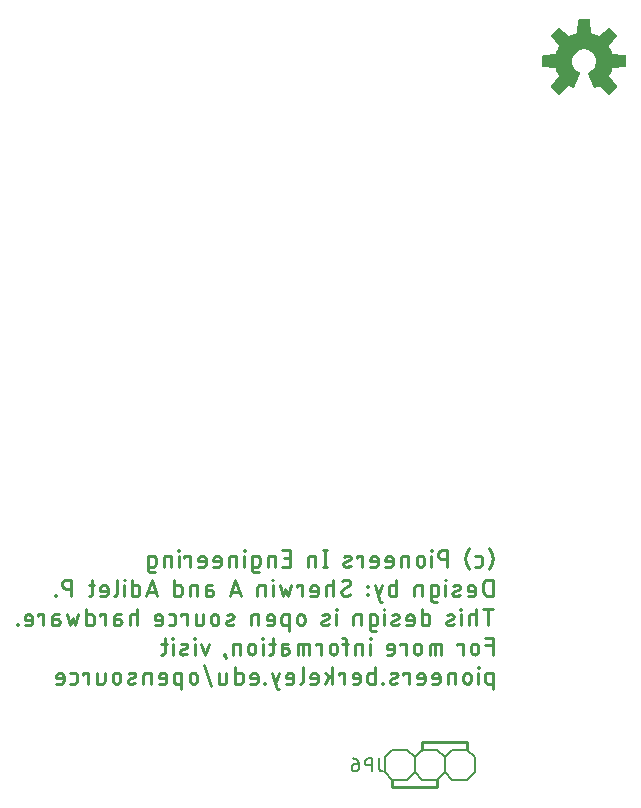
<source format=gbr>
G04 EAGLE Gerber RS-274X export*
G75*
%MOMM*%
%FSLAX34Y34*%
%LPD*%
%INSilkscreen Bottom*%
%IPPOS*%
%AMOC8*
5,1,8,0,0,1.08239X$1,22.5*%
G01*
%ADD10C,0.254000*%
%ADD11C,0.127000*%
%ADD12C,0.203200*%

G36*
X943653Y792106D02*
X943653Y792106D01*
X943761Y792116D01*
X943774Y792122D01*
X943788Y792124D01*
X943885Y792172D01*
X943984Y792217D01*
X943997Y792228D01*
X944006Y792232D01*
X944021Y792248D01*
X944098Y792310D01*
X950130Y798342D01*
X950180Y798413D01*
X950185Y798417D01*
X950187Y798421D01*
X950193Y798430D01*
X950259Y798516D01*
X950264Y798529D01*
X950272Y798541D01*
X950303Y798644D01*
X950339Y798747D01*
X950339Y798761D01*
X950343Y798774D01*
X950339Y798882D01*
X950340Y798991D01*
X950335Y799004D01*
X950335Y799018D01*
X950297Y799120D01*
X950262Y799222D01*
X950253Y799237D01*
X950249Y799246D01*
X950235Y799263D01*
X950181Y799345D01*
X943327Y807751D01*
X944365Y809637D01*
X944373Y809659D01*
X944401Y809711D01*
X945418Y812167D01*
X945424Y812190D01*
X945446Y812245D01*
X946045Y814313D01*
X956835Y815410D01*
X956939Y815438D01*
X957045Y815463D01*
X957057Y815470D01*
X957070Y815473D01*
X957160Y815534D01*
X957253Y815591D01*
X957261Y815602D01*
X957273Y815610D01*
X957339Y815696D01*
X957408Y815780D01*
X957412Y815793D01*
X957421Y815804D01*
X957455Y815907D01*
X957494Y816008D01*
X957495Y816026D01*
X957499Y816035D01*
X957499Y816057D01*
X957508Y816155D01*
X957508Y824685D01*
X957491Y824792D01*
X957477Y824900D01*
X957471Y824912D01*
X957469Y824926D01*
X957417Y825022D01*
X957370Y825119D01*
X957360Y825129D01*
X957354Y825141D01*
X957274Y825215D01*
X957198Y825292D01*
X957186Y825298D01*
X957176Y825308D01*
X957077Y825353D01*
X956980Y825401D01*
X956962Y825405D01*
X956953Y825409D01*
X956932Y825411D01*
X956835Y825430D01*
X946045Y826527D01*
X945446Y828595D01*
X945435Y828616D01*
X945418Y828673D01*
X944401Y831129D01*
X944388Y831149D01*
X944365Y831203D01*
X943327Y833089D01*
X950181Y841495D01*
X950235Y841589D01*
X950292Y841681D01*
X950295Y841694D01*
X950302Y841706D01*
X950323Y841813D01*
X950348Y841918D01*
X950346Y841932D01*
X950349Y841946D01*
X950334Y842053D01*
X950324Y842161D01*
X950318Y842174D01*
X950316Y842188D01*
X950268Y842285D01*
X950223Y842384D01*
X950212Y842397D01*
X950208Y842406D01*
X950192Y842421D01*
X950130Y842498D01*
X944098Y848530D01*
X944010Y848593D01*
X943924Y848659D01*
X943911Y848664D01*
X943899Y848672D01*
X943796Y848703D01*
X943693Y848739D01*
X943679Y848739D01*
X943666Y848743D01*
X943558Y848739D01*
X943449Y848740D01*
X943436Y848735D01*
X943422Y848735D01*
X943320Y848697D01*
X943218Y848662D01*
X943203Y848653D01*
X943194Y848649D01*
X943177Y848635D01*
X943095Y848581D01*
X934689Y841727D01*
X932803Y842765D01*
X932781Y842773D01*
X932729Y842801D01*
X930273Y843818D01*
X930250Y843824D01*
X930195Y843846D01*
X928127Y844445D01*
X927030Y855235D01*
X927002Y855339D01*
X926977Y855445D01*
X926970Y855457D01*
X926967Y855470D01*
X926906Y855560D01*
X926849Y855653D01*
X926838Y855661D01*
X926830Y855673D01*
X926744Y855739D01*
X926660Y855808D01*
X926647Y855812D01*
X926636Y855821D01*
X926533Y855855D01*
X926432Y855894D01*
X926414Y855895D01*
X926405Y855899D01*
X926383Y855899D01*
X926285Y855908D01*
X917755Y855908D01*
X917648Y855891D01*
X917540Y855877D01*
X917528Y855871D01*
X917514Y855869D01*
X917418Y855817D01*
X917321Y855770D01*
X917311Y855760D01*
X917299Y855754D01*
X917225Y855674D01*
X917148Y855598D01*
X917142Y855586D01*
X917132Y855576D01*
X917087Y855477D01*
X917039Y855380D01*
X917035Y855362D01*
X917031Y855353D01*
X917029Y855332D01*
X917010Y855235D01*
X915913Y844445D01*
X913845Y843846D01*
X913824Y843835D01*
X913767Y843818D01*
X911311Y842801D01*
X911291Y842788D01*
X911237Y842765D01*
X909351Y841727D01*
X900945Y848581D01*
X900851Y848635D01*
X900759Y848692D01*
X900746Y848695D01*
X900734Y848702D01*
X900627Y848723D01*
X900522Y848748D01*
X900508Y848746D01*
X900494Y848749D01*
X900387Y848734D01*
X900279Y848724D01*
X900266Y848718D01*
X900253Y848716D01*
X900155Y848668D01*
X900056Y848623D01*
X900043Y848612D01*
X900034Y848608D01*
X900019Y848592D01*
X899942Y848530D01*
X893910Y842498D01*
X893847Y842410D01*
X893781Y842324D01*
X893776Y842311D01*
X893768Y842299D01*
X893737Y842196D01*
X893701Y842093D01*
X893701Y842079D01*
X893697Y842066D01*
X893701Y841958D01*
X893700Y841849D01*
X893705Y841836D01*
X893705Y841822D01*
X893743Y841720D01*
X893778Y841618D01*
X893787Y841603D01*
X893791Y841594D01*
X893805Y841577D01*
X893859Y841495D01*
X900713Y833089D01*
X899675Y831203D01*
X899667Y831181D01*
X899639Y831129D01*
X898622Y828673D01*
X898616Y828650D01*
X898594Y828595D01*
X897995Y826527D01*
X887205Y825430D01*
X887101Y825402D01*
X886995Y825377D01*
X886983Y825370D01*
X886970Y825367D01*
X886880Y825306D01*
X886787Y825249D01*
X886779Y825238D01*
X886767Y825230D01*
X886701Y825144D01*
X886633Y825060D01*
X886628Y825047D01*
X886619Y825036D01*
X886585Y824933D01*
X886546Y824832D01*
X886545Y824814D01*
X886541Y824805D01*
X886542Y824783D01*
X886532Y824685D01*
X886532Y816155D01*
X886549Y816048D01*
X886563Y815940D01*
X886569Y815928D01*
X886571Y815914D01*
X886623Y815818D01*
X886670Y815721D01*
X886680Y815711D01*
X886686Y815699D01*
X886766Y815625D01*
X886842Y815548D01*
X886854Y815542D01*
X886865Y815532D01*
X886963Y815487D01*
X887060Y815439D01*
X887078Y815435D01*
X887087Y815431D01*
X887108Y815429D01*
X887205Y815410D01*
X897995Y814313D01*
X898594Y812245D01*
X898605Y812224D01*
X898622Y812167D01*
X899639Y809711D01*
X899652Y809691D01*
X899675Y809637D01*
X900713Y807751D01*
X893859Y799345D01*
X893805Y799251D01*
X893748Y799159D01*
X893745Y799146D01*
X893738Y799134D01*
X893717Y799027D01*
X893692Y798922D01*
X893694Y798908D01*
X893691Y798894D01*
X893706Y798787D01*
X893716Y798679D01*
X893722Y798666D01*
X893724Y798653D01*
X893772Y798555D01*
X893817Y798456D01*
X893828Y798443D01*
X893832Y798434D01*
X893848Y798419D01*
X893910Y798342D01*
X899942Y792310D01*
X900030Y792247D01*
X900116Y792181D01*
X900129Y792176D01*
X900141Y792168D01*
X900244Y792137D01*
X900347Y792101D01*
X900361Y792101D01*
X900374Y792097D01*
X900482Y792101D01*
X900591Y792100D01*
X900604Y792105D01*
X900618Y792105D01*
X900720Y792143D01*
X900822Y792178D01*
X900837Y792187D01*
X900846Y792191D01*
X900863Y792205D01*
X900945Y792259D01*
X909345Y799108D01*
X910632Y798376D01*
X910651Y798369D01*
X910687Y798348D01*
X912496Y797509D01*
X912534Y797499D01*
X912570Y797480D01*
X912651Y797466D01*
X912731Y797444D01*
X912771Y797446D01*
X912810Y797440D01*
X912892Y797453D01*
X912975Y797458D01*
X913012Y797473D01*
X913051Y797479D01*
X913124Y797518D01*
X913201Y797549D01*
X913231Y797575D01*
X913267Y797594D01*
X913323Y797654D01*
X913386Y797708D01*
X913406Y797743D01*
X913434Y797772D01*
X913503Y797902D01*
X918526Y810028D01*
X918551Y810137D01*
X918580Y810244D01*
X918579Y810255D01*
X918582Y810266D01*
X918571Y810376D01*
X918563Y810488D01*
X918559Y810498D01*
X918558Y810509D01*
X918512Y810610D01*
X918469Y810713D01*
X918462Y810721D01*
X918457Y810731D01*
X918381Y810812D01*
X918308Y810896D01*
X918296Y810903D01*
X918290Y810909D01*
X918273Y810918D01*
X918184Y810977D01*
X916434Y811904D01*
X914942Y813096D01*
X913699Y814547D01*
X912749Y816204D01*
X912124Y818009D01*
X911848Y819899D01*
X911930Y821807D01*
X912366Y823667D01*
X913142Y825412D01*
X914231Y826982D01*
X915593Y828321D01*
X917181Y829382D01*
X918939Y830128D01*
X920806Y830533D01*
X922715Y830581D01*
X924600Y830273D01*
X926395Y829618D01*
X928035Y828639D01*
X929464Y827372D01*
X930631Y825860D01*
X931495Y824157D01*
X932026Y822322D01*
X932206Y820416D01*
X932062Y818714D01*
X931635Y817056D01*
X930935Y815493D01*
X930596Y814985D01*
X930095Y814236D01*
X930095Y814235D01*
X929984Y814069D01*
X928808Y812825D01*
X927440Y811796D01*
X925862Y810981D01*
X925770Y810912D01*
X925677Y810845D01*
X925672Y810839D01*
X925666Y810835D01*
X925601Y810740D01*
X925534Y810647D01*
X925532Y810640D01*
X925528Y810634D01*
X925497Y810523D01*
X925463Y810414D01*
X925463Y810406D01*
X925462Y810399D01*
X925467Y810285D01*
X925471Y810170D01*
X925474Y810161D01*
X925474Y810156D01*
X925480Y810141D01*
X925514Y810028D01*
X930537Y797902D01*
X930558Y797868D01*
X930571Y797831D01*
X930622Y797765D01*
X930666Y797695D01*
X930697Y797670D01*
X930721Y797638D01*
X930790Y797593D01*
X930854Y797540D01*
X930892Y797526D01*
X930925Y797504D01*
X931005Y797483D01*
X931083Y797454D01*
X931123Y797453D01*
X931161Y797443D01*
X931244Y797449D01*
X931326Y797446D01*
X931365Y797458D01*
X931405Y797461D01*
X931544Y797509D01*
X933353Y798348D01*
X933369Y798359D01*
X933408Y798376D01*
X934695Y799108D01*
X943095Y792259D01*
X943189Y792205D01*
X943281Y792148D01*
X943294Y792145D01*
X943306Y792138D01*
X943413Y792117D01*
X943518Y792092D01*
X943532Y792094D01*
X943546Y792091D01*
X943653Y792106D01*
G37*
D10*
X844550Y399415D02*
X844546Y399735D01*
X844535Y400054D01*
X844515Y400373D01*
X844489Y400692D01*
X844454Y401010D01*
X844412Y401326D01*
X844362Y401642D01*
X844305Y401957D01*
X844240Y402270D01*
X844167Y402581D01*
X844087Y402891D01*
X844000Y403198D01*
X843906Y403504D01*
X843804Y403807D01*
X843694Y404107D01*
X843578Y404405D01*
X843454Y404700D01*
X843324Y404991D01*
X843186Y405280D01*
X843042Y405565D01*
X842890Y405847D01*
X842732Y406125D01*
X842567Y406399D01*
X842396Y406668D01*
X842219Y406934D01*
X842035Y407196D01*
X841844Y407453D01*
X841648Y407705D01*
X841446Y407952D01*
X844550Y399415D02*
X844546Y399095D01*
X844535Y398776D01*
X844515Y398457D01*
X844489Y398138D01*
X844454Y397820D01*
X844412Y397504D01*
X844362Y397188D01*
X844305Y396873D01*
X844240Y396560D01*
X844167Y396249D01*
X844087Y395939D01*
X844000Y395632D01*
X843906Y395326D01*
X843804Y395023D01*
X843694Y394723D01*
X843578Y394425D01*
X843454Y394130D01*
X843324Y393839D01*
X843186Y393550D01*
X843042Y393265D01*
X842890Y392983D01*
X842732Y392706D01*
X842567Y392432D01*
X842396Y392162D01*
X842219Y391896D01*
X842035Y391634D01*
X841844Y391377D01*
X841648Y391125D01*
X841446Y390878D01*
X833043Y392430D02*
X829938Y392430D01*
X833043Y392430D02*
X833137Y392432D01*
X833230Y392438D01*
X833324Y392447D01*
X833416Y392460D01*
X833509Y392477D01*
X833600Y392498D01*
X833691Y392522D01*
X833780Y392550D01*
X833869Y392581D01*
X833955Y392616D01*
X834041Y392655D01*
X834125Y392697D01*
X834207Y392742D01*
X834287Y392790D01*
X834365Y392842D01*
X834442Y392897D01*
X834515Y392955D01*
X834587Y393015D01*
X834656Y393079D01*
X834722Y393145D01*
X834786Y393214D01*
X834846Y393286D01*
X834904Y393359D01*
X834959Y393436D01*
X835011Y393514D01*
X835059Y393594D01*
X835104Y393676D01*
X835146Y393760D01*
X835185Y393846D01*
X835220Y393932D01*
X835251Y394021D01*
X835279Y394110D01*
X835303Y394201D01*
X835324Y394292D01*
X835341Y394385D01*
X835354Y394477D01*
X835363Y394571D01*
X835369Y394664D01*
X835371Y394758D01*
X835371Y399415D01*
X835369Y399509D01*
X835363Y399602D01*
X835354Y399696D01*
X835341Y399788D01*
X835324Y399881D01*
X835303Y399972D01*
X835279Y400063D01*
X835251Y400152D01*
X835220Y400241D01*
X835185Y400327D01*
X835146Y400413D01*
X835104Y400497D01*
X835059Y400579D01*
X835011Y400659D01*
X834959Y400737D01*
X834904Y400814D01*
X834846Y400887D01*
X834786Y400959D01*
X834722Y401028D01*
X834656Y401094D01*
X834587Y401158D01*
X834515Y401218D01*
X834442Y401276D01*
X834365Y401331D01*
X834287Y401383D01*
X834207Y401431D01*
X834125Y401476D01*
X834041Y401518D01*
X833955Y401557D01*
X833869Y401592D01*
X833780Y401623D01*
X833691Y401651D01*
X833600Y401675D01*
X833509Y401696D01*
X833416Y401713D01*
X833324Y401726D01*
X833230Y401735D01*
X833137Y401741D01*
X833043Y401743D01*
X829938Y401743D01*
X821500Y399415D02*
X821504Y399095D01*
X821515Y398776D01*
X821535Y398457D01*
X821561Y398138D01*
X821596Y397820D01*
X821638Y397504D01*
X821688Y397188D01*
X821745Y396873D01*
X821810Y396560D01*
X821883Y396249D01*
X821963Y395939D01*
X822050Y395632D01*
X822144Y395326D01*
X822246Y395023D01*
X822356Y394723D01*
X822472Y394425D01*
X822596Y394130D01*
X822726Y393839D01*
X822864Y393550D01*
X823008Y393265D01*
X823160Y392983D01*
X823318Y392706D01*
X823483Y392432D01*
X823654Y392162D01*
X823831Y391896D01*
X824015Y391634D01*
X824206Y391377D01*
X824402Y391125D01*
X824604Y390878D01*
X821500Y399415D02*
X821504Y399735D01*
X821515Y400054D01*
X821535Y400373D01*
X821561Y400692D01*
X821596Y401010D01*
X821638Y401326D01*
X821688Y401642D01*
X821745Y401957D01*
X821810Y402270D01*
X821883Y402581D01*
X821963Y402891D01*
X822050Y403198D01*
X822144Y403504D01*
X822246Y403807D01*
X822356Y404107D01*
X822472Y404405D01*
X822596Y404700D01*
X822726Y404991D01*
X822864Y405280D01*
X823008Y405565D01*
X823160Y405847D01*
X823318Y406125D01*
X823483Y406399D01*
X823654Y406668D01*
X823831Y406934D01*
X824015Y407196D01*
X824206Y407453D01*
X824402Y407705D01*
X824604Y407952D01*
X806034Y406400D02*
X806034Y392430D01*
X806034Y406400D02*
X802153Y406400D01*
X802030Y406398D01*
X801907Y406392D01*
X801784Y406382D01*
X801662Y406369D01*
X801540Y406351D01*
X801419Y406330D01*
X801298Y406305D01*
X801178Y406276D01*
X801060Y406243D01*
X800942Y406206D01*
X800826Y406166D01*
X800711Y406122D01*
X800597Y406074D01*
X800485Y406023D01*
X800375Y405969D01*
X800266Y405910D01*
X800159Y405849D01*
X800055Y405784D01*
X799952Y405716D01*
X799852Y405644D01*
X799754Y405570D01*
X799658Y405492D01*
X799565Y405411D01*
X799475Y405328D01*
X799387Y405241D01*
X799302Y405152D01*
X799220Y405061D01*
X799141Y404966D01*
X799065Y404869D01*
X798992Y404770D01*
X798922Y404669D01*
X798855Y404565D01*
X798792Y404460D01*
X798732Y404352D01*
X798676Y404242D01*
X798623Y404131D01*
X798573Y404018D01*
X798528Y403904D01*
X798485Y403788D01*
X798447Y403671D01*
X798412Y403553D01*
X798381Y403434D01*
X798354Y403314D01*
X798331Y403193D01*
X798312Y403071D01*
X798296Y402949D01*
X798284Y402827D01*
X798276Y402704D01*
X798272Y402581D01*
X798272Y402457D01*
X798276Y402334D01*
X798284Y402211D01*
X798296Y402089D01*
X798312Y401967D01*
X798331Y401845D01*
X798354Y401724D01*
X798381Y401604D01*
X798412Y401485D01*
X798447Y401367D01*
X798485Y401250D01*
X798528Y401134D01*
X798573Y401020D01*
X798623Y400907D01*
X798676Y400796D01*
X798732Y400686D01*
X798792Y400579D01*
X798855Y400473D01*
X798922Y400369D01*
X798992Y400268D01*
X799065Y400169D01*
X799141Y400072D01*
X799220Y399977D01*
X799302Y399886D01*
X799387Y399797D01*
X799475Y399710D01*
X799565Y399627D01*
X799658Y399546D01*
X799754Y399468D01*
X799852Y399394D01*
X799952Y399322D01*
X800055Y399254D01*
X800159Y399189D01*
X800266Y399128D01*
X800375Y399069D01*
X800485Y399015D01*
X800597Y398964D01*
X800711Y398916D01*
X800826Y398872D01*
X800942Y398832D01*
X801060Y398795D01*
X801178Y398762D01*
X801298Y398733D01*
X801419Y398708D01*
X801540Y398687D01*
X801662Y398669D01*
X801784Y398656D01*
X801907Y398646D01*
X802030Y398640D01*
X802153Y398638D01*
X802153Y398639D02*
X806034Y398639D01*
X792677Y401743D02*
X792677Y392430D01*
X793065Y405624D02*
X793065Y406400D01*
X792289Y406400D01*
X792289Y405624D01*
X793065Y405624D01*
X786489Y398639D02*
X786489Y395534D01*
X786489Y398639D02*
X786487Y398750D01*
X786481Y398860D01*
X786471Y398971D01*
X786457Y399081D01*
X786440Y399190D01*
X786418Y399299D01*
X786393Y399407D01*
X786363Y399513D01*
X786330Y399619D01*
X786293Y399724D01*
X786253Y399827D01*
X786208Y399928D01*
X786161Y400028D01*
X786109Y400127D01*
X786054Y400223D01*
X785996Y400317D01*
X785935Y400409D01*
X785870Y400499D01*
X785802Y400587D01*
X785731Y400672D01*
X785657Y400754D01*
X785580Y400834D01*
X785500Y400911D01*
X785418Y400985D01*
X785333Y401056D01*
X785245Y401124D01*
X785155Y401189D01*
X785063Y401250D01*
X784969Y401308D01*
X784873Y401363D01*
X784774Y401415D01*
X784674Y401462D01*
X784573Y401507D01*
X784470Y401547D01*
X784365Y401584D01*
X784259Y401617D01*
X784153Y401647D01*
X784045Y401672D01*
X783936Y401694D01*
X783827Y401711D01*
X783717Y401725D01*
X783606Y401735D01*
X783496Y401741D01*
X783385Y401743D01*
X783274Y401741D01*
X783164Y401735D01*
X783053Y401725D01*
X782943Y401711D01*
X782834Y401694D01*
X782725Y401672D01*
X782617Y401647D01*
X782511Y401617D01*
X782405Y401584D01*
X782300Y401547D01*
X782197Y401507D01*
X782096Y401462D01*
X781996Y401415D01*
X781897Y401363D01*
X781801Y401308D01*
X781707Y401250D01*
X781615Y401189D01*
X781525Y401124D01*
X781437Y401056D01*
X781352Y400985D01*
X781270Y400911D01*
X781190Y400834D01*
X781113Y400754D01*
X781039Y400672D01*
X780968Y400587D01*
X780900Y400499D01*
X780835Y400409D01*
X780774Y400317D01*
X780716Y400223D01*
X780661Y400127D01*
X780609Y400028D01*
X780562Y399928D01*
X780517Y399827D01*
X780477Y399724D01*
X780440Y399619D01*
X780407Y399513D01*
X780377Y399407D01*
X780352Y399299D01*
X780330Y399190D01*
X780313Y399081D01*
X780299Y398971D01*
X780289Y398860D01*
X780283Y398750D01*
X780281Y398639D01*
X780280Y398639D02*
X780280Y395534D01*
X780281Y395534D02*
X780283Y395423D01*
X780289Y395313D01*
X780299Y395202D01*
X780313Y395092D01*
X780330Y394983D01*
X780352Y394874D01*
X780377Y394766D01*
X780407Y394660D01*
X780440Y394554D01*
X780477Y394449D01*
X780517Y394346D01*
X780562Y394245D01*
X780609Y394145D01*
X780661Y394046D01*
X780716Y393950D01*
X780774Y393856D01*
X780835Y393764D01*
X780900Y393674D01*
X780968Y393586D01*
X781039Y393501D01*
X781113Y393419D01*
X781190Y393339D01*
X781270Y393262D01*
X781352Y393188D01*
X781437Y393117D01*
X781525Y393049D01*
X781615Y392984D01*
X781707Y392923D01*
X781801Y392865D01*
X781897Y392810D01*
X781996Y392758D01*
X782096Y392711D01*
X782197Y392666D01*
X782300Y392626D01*
X782405Y392589D01*
X782511Y392556D01*
X782617Y392526D01*
X782725Y392501D01*
X782834Y392479D01*
X782943Y392462D01*
X783053Y392448D01*
X783164Y392438D01*
X783274Y392432D01*
X783385Y392430D01*
X783496Y392432D01*
X783606Y392438D01*
X783717Y392448D01*
X783827Y392462D01*
X783936Y392479D01*
X784045Y392501D01*
X784153Y392526D01*
X784259Y392556D01*
X784365Y392589D01*
X784470Y392626D01*
X784573Y392666D01*
X784674Y392711D01*
X784774Y392758D01*
X784873Y392810D01*
X784969Y392865D01*
X785063Y392923D01*
X785155Y392984D01*
X785245Y393049D01*
X785333Y393117D01*
X785418Y393188D01*
X785500Y393262D01*
X785580Y393339D01*
X785657Y393419D01*
X785731Y393501D01*
X785802Y393586D01*
X785870Y393674D01*
X785935Y393764D01*
X785996Y393856D01*
X786054Y393950D01*
X786109Y394046D01*
X786161Y394145D01*
X786208Y394245D01*
X786253Y394346D01*
X786293Y394449D01*
X786330Y394554D01*
X786363Y394660D01*
X786393Y394766D01*
X786418Y394874D01*
X786440Y394983D01*
X786457Y395092D01*
X786471Y395202D01*
X786481Y395313D01*
X786487Y395423D01*
X786489Y395534D01*
X773284Y392430D02*
X773284Y401743D01*
X769404Y401743D01*
X769308Y401741D01*
X769212Y401735D01*
X769116Y401725D01*
X769021Y401711D01*
X768926Y401693D01*
X768833Y401672D01*
X768740Y401646D01*
X768648Y401617D01*
X768558Y401584D01*
X768469Y401547D01*
X768382Y401506D01*
X768296Y401462D01*
X768212Y401415D01*
X768131Y401364D01*
X768051Y401310D01*
X767974Y401252D01*
X767899Y401191D01*
X767827Y401128D01*
X767758Y401061D01*
X767691Y400992D01*
X767628Y400920D01*
X767567Y400845D01*
X767509Y400768D01*
X767455Y400688D01*
X767404Y400607D01*
X767357Y400523D01*
X767313Y400437D01*
X767272Y400350D01*
X767235Y400261D01*
X767202Y400171D01*
X767173Y400079D01*
X767147Y399987D01*
X767126Y399893D01*
X767108Y399798D01*
X767094Y399703D01*
X767084Y399607D01*
X767078Y399511D01*
X767076Y399415D01*
X767076Y392430D01*
X757751Y392430D02*
X753871Y392430D01*
X757751Y392430D02*
X757845Y392432D01*
X757938Y392438D01*
X758032Y392447D01*
X758124Y392460D01*
X758217Y392477D01*
X758308Y392498D01*
X758399Y392522D01*
X758488Y392550D01*
X758577Y392581D01*
X758663Y392616D01*
X758749Y392655D01*
X758833Y392697D01*
X758915Y392742D01*
X758995Y392790D01*
X759073Y392842D01*
X759150Y392897D01*
X759223Y392955D01*
X759295Y393015D01*
X759364Y393079D01*
X759430Y393145D01*
X759494Y393214D01*
X759554Y393286D01*
X759612Y393359D01*
X759667Y393436D01*
X759719Y393514D01*
X759767Y393594D01*
X759812Y393676D01*
X759854Y393760D01*
X759893Y393846D01*
X759928Y393932D01*
X759959Y394021D01*
X759987Y394110D01*
X760011Y394201D01*
X760032Y394292D01*
X760049Y394385D01*
X760062Y394477D01*
X760071Y394571D01*
X760077Y394664D01*
X760079Y394758D01*
X760080Y394758D02*
X760080Y398639D01*
X760079Y398639D02*
X760077Y398750D01*
X760071Y398860D01*
X760061Y398971D01*
X760047Y399081D01*
X760030Y399190D01*
X760008Y399299D01*
X759983Y399407D01*
X759953Y399513D01*
X759920Y399619D01*
X759883Y399724D01*
X759843Y399827D01*
X759798Y399928D01*
X759751Y400028D01*
X759699Y400127D01*
X759644Y400223D01*
X759586Y400317D01*
X759525Y400409D01*
X759460Y400499D01*
X759392Y400587D01*
X759321Y400672D01*
X759247Y400754D01*
X759170Y400834D01*
X759090Y400911D01*
X759008Y400985D01*
X758923Y401056D01*
X758835Y401124D01*
X758745Y401189D01*
X758653Y401250D01*
X758559Y401308D01*
X758463Y401363D01*
X758364Y401415D01*
X758264Y401462D01*
X758163Y401507D01*
X758060Y401547D01*
X757955Y401584D01*
X757849Y401617D01*
X757743Y401647D01*
X757635Y401672D01*
X757526Y401694D01*
X757417Y401711D01*
X757307Y401725D01*
X757196Y401735D01*
X757086Y401741D01*
X756975Y401743D01*
X756864Y401741D01*
X756754Y401735D01*
X756643Y401725D01*
X756533Y401711D01*
X756424Y401694D01*
X756315Y401672D01*
X756207Y401647D01*
X756101Y401617D01*
X755995Y401584D01*
X755890Y401547D01*
X755787Y401507D01*
X755686Y401462D01*
X755586Y401415D01*
X755487Y401363D01*
X755391Y401308D01*
X755297Y401250D01*
X755205Y401189D01*
X755115Y401124D01*
X755027Y401056D01*
X754942Y400985D01*
X754860Y400911D01*
X754780Y400834D01*
X754703Y400754D01*
X754629Y400672D01*
X754558Y400587D01*
X754490Y400499D01*
X754425Y400409D01*
X754364Y400317D01*
X754306Y400223D01*
X754251Y400127D01*
X754199Y400028D01*
X754152Y399928D01*
X754107Y399827D01*
X754067Y399724D01*
X754030Y399619D01*
X753997Y399513D01*
X753967Y399407D01*
X753942Y399299D01*
X753920Y399190D01*
X753903Y399081D01*
X753889Y398971D01*
X753879Y398860D01*
X753873Y398750D01*
X753871Y398639D01*
X753871Y397087D01*
X760080Y397087D01*
X745036Y392430D02*
X741155Y392430D01*
X745036Y392430D02*
X745130Y392432D01*
X745223Y392438D01*
X745317Y392447D01*
X745409Y392460D01*
X745502Y392477D01*
X745593Y392498D01*
X745684Y392522D01*
X745773Y392550D01*
X745862Y392581D01*
X745948Y392616D01*
X746034Y392655D01*
X746118Y392697D01*
X746200Y392742D01*
X746280Y392790D01*
X746358Y392842D01*
X746435Y392897D01*
X746508Y392955D01*
X746580Y393015D01*
X746649Y393079D01*
X746715Y393145D01*
X746779Y393214D01*
X746839Y393286D01*
X746897Y393359D01*
X746952Y393436D01*
X747004Y393514D01*
X747052Y393594D01*
X747097Y393676D01*
X747139Y393760D01*
X747178Y393846D01*
X747213Y393932D01*
X747244Y394021D01*
X747272Y394110D01*
X747296Y394201D01*
X747317Y394292D01*
X747334Y394385D01*
X747347Y394477D01*
X747356Y394571D01*
X747362Y394664D01*
X747364Y394758D01*
X747364Y398639D01*
X747362Y398750D01*
X747356Y398860D01*
X747346Y398971D01*
X747332Y399081D01*
X747315Y399190D01*
X747293Y399299D01*
X747268Y399407D01*
X747238Y399513D01*
X747205Y399619D01*
X747168Y399724D01*
X747128Y399827D01*
X747083Y399928D01*
X747036Y400028D01*
X746984Y400127D01*
X746929Y400223D01*
X746871Y400317D01*
X746810Y400409D01*
X746745Y400499D01*
X746677Y400587D01*
X746606Y400672D01*
X746532Y400754D01*
X746455Y400834D01*
X746375Y400911D01*
X746293Y400985D01*
X746208Y401056D01*
X746120Y401124D01*
X746030Y401189D01*
X745938Y401250D01*
X745844Y401308D01*
X745748Y401363D01*
X745649Y401415D01*
X745549Y401462D01*
X745448Y401507D01*
X745345Y401547D01*
X745240Y401584D01*
X745134Y401617D01*
X745028Y401647D01*
X744920Y401672D01*
X744811Y401694D01*
X744702Y401711D01*
X744592Y401725D01*
X744481Y401735D01*
X744371Y401741D01*
X744260Y401743D01*
X744149Y401741D01*
X744039Y401735D01*
X743928Y401725D01*
X743818Y401711D01*
X743709Y401694D01*
X743600Y401672D01*
X743492Y401647D01*
X743386Y401617D01*
X743280Y401584D01*
X743175Y401547D01*
X743072Y401507D01*
X742971Y401462D01*
X742871Y401415D01*
X742772Y401363D01*
X742676Y401308D01*
X742582Y401250D01*
X742490Y401189D01*
X742400Y401124D01*
X742312Y401056D01*
X742227Y400985D01*
X742145Y400911D01*
X742065Y400834D01*
X741988Y400754D01*
X741914Y400672D01*
X741843Y400587D01*
X741775Y400499D01*
X741710Y400409D01*
X741649Y400317D01*
X741591Y400223D01*
X741536Y400127D01*
X741484Y400028D01*
X741437Y399928D01*
X741392Y399827D01*
X741352Y399724D01*
X741315Y399619D01*
X741282Y399513D01*
X741252Y399407D01*
X741227Y399299D01*
X741205Y399190D01*
X741188Y399081D01*
X741174Y398971D01*
X741164Y398860D01*
X741158Y398750D01*
X741156Y398639D01*
X741155Y398639D02*
X741155Y397087D01*
X747364Y397087D01*
X734038Y401743D02*
X734038Y392430D01*
X734038Y401743D02*
X729381Y401743D01*
X729381Y400191D01*
X723214Y397863D02*
X719333Y396311D01*
X723213Y397863D02*
X723295Y397898D01*
X723375Y397936D01*
X723453Y397978D01*
X723529Y398023D01*
X723603Y398071D01*
X723675Y398123D01*
X723745Y398178D01*
X723812Y398236D01*
X723877Y398296D01*
X723938Y398360D01*
X723997Y398426D01*
X724053Y398495D01*
X724106Y398566D01*
X724156Y398639D01*
X724202Y398715D01*
X724246Y398792D01*
X724285Y398871D01*
X724321Y398952D01*
X724354Y399035D01*
X724383Y399119D01*
X724408Y399204D01*
X724429Y399290D01*
X724447Y399377D01*
X724460Y399464D01*
X724470Y399552D01*
X724476Y399641D01*
X724478Y399729D01*
X724476Y399818D01*
X724470Y399906D01*
X724461Y399994D01*
X724447Y400082D01*
X724430Y400169D01*
X724409Y400255D01*
X724384Y400340D01*
X724355Y400424D01*
X724323Y400506D01*
X724287Y400587D01*
X724247Y400667D01*
X724204Y400744D01*
X724158Y400820D01*
X724108Y400893D01*
X724056Y400965D01*
X724000Y401033D01*
X723941Y401100D01*
X723879Y401163D01*
X723815Y401224D01*
X723748Y401282D01*
X723678Y401337D01*
X723606Y401389D01*
X723532Y401437D01*
X723456Y401483D01*
X723378Y401525D01*
X723298Y401563D01*
X723216Y401598D01*
X723133Y401629D01*
X723049Y401657D01*
X722964Y401680D01*
X722878Y401700D01*
X722790Y401717D01*
X722703Y401729D01*
X722614Y401738D01*
X722526Y401742D01*
X722437Y401743D01*
X722438Y401743D02*
X722226Y401738D01*
X722015Y401727D01*
X721803Y401711D01*
X721593Y401690D01*
X721382Y401664D01*
X721173Y401633D01*
X720964Y401597D01*
X720756Y401557D01*
X720549Y401511D01*
X720343Y401460D01*
X720139Y401404D01*
X719936Y401343D01*
X719734Y401277D01*
X719534Y401207D01*
X719336Y401132D01*
X719140Y401052D01*
X718946Y400967D01*
X719334Y396310D02*
X719252Y396275D01*
X719172Y396237D01*
X719094Y396195D01*
X719018Y396150D01*
X718944Y396102D01*
X718872Y396050D01*
X718802Y395995D01*
X718735Y395937D01*
X718670Y395877D01*
X718609Y395813D01*
X718550Y395747D01*
X718494Y395678D01*
X718441Y395607D01*
X718391Y395534D01*
X718345Y395458D01*
X718301Y395381D01*
X718262Y395302D01*
X718226Y395221D01*
X718193Y395138D01*
X718164Y395054D01*
X718139Y394969D01*
X718118Y394883D01*
X718100Y394796D01*
X718087Y394709D01*
X718077Y394621D01*
X718071Y394532D01*
X718069Y394444D01*
X718071Y394355D01*
X718077Y394267D01*
X718086Y394179D01*
X718100Y394091D01*
X718117Y394004D01*
X718138Y393918D01*
X718163Y393833D01*
X718192Y393749D01*
X718224Y393667D01*
X718260Y393586D01*
X718300Y393506D01*
X718343Y393429D01*
X718389Y393353D01*
X718439Y393280D01*
X718491Y393208D01*
X718547Y393140D01*
X718606Y393073D01*
X718668Y393010D01*
X718732Y392949D01*
X718799Y392891D01*
X718869Y392836D01*
X718941Y392784D01*
X719015Y392736D01*
X719091Y392690D01*
X719169Y392648D01*
X719249Y392610D01*
X719331Y392575D01*
X719414Y392544D01*
X719498Y392516D01*
X719583Y392493D01*
X719669Y392473D01*
X719757Y392456D01*
X719844Y392444D01*
X719933Y392435D01*
X720021Y392431D01*
X720110Y392430D01*
X720110Y392429D02*
X720421Y392437D01*
X720732Y392453D01*
X721042Y392476D01*
X721352Y392506D01*
X721661Y392543D01*
X721970Y392588D01*
X722276Y392640D01*
X722582Y392700D01*
X722886Y392766D01*
X723189Y392840D01*
X723489Y392921D01*
X723788Y393009D01*
X724084Y393104D01*
X724379Y393205D01*
X702689Y392430D02*
X702689Y406400D01*
X704241Y392430D02*
X701137Y392430D01*
X701137Y406400D02*
X704241Y406400D01*
X694545Y401743D02*
X694545Y392430D01*
X694545Y401743D02*
X690664Y401743D01*
X690568Y401741D01*
X690472Y401735D01*
X690376Y401725D01*
X690281Y401711D01*
X690186Y401693D01*
X690093Y401672D01*
X690000Y401646D01*
X689908Y401617D01*
X689818Y401584D01*
X689729Y401547D01*
X689642Y401506D01*
X689556Y401462D01*
X689472Y401415D01*
X689391Y401364D01*
X689311Y401310D01*
X689234Y401252D01*
X689159Y401191D01*
X689087Y401128D01*
X689018Y401061D01*
X688951Y400992D01*
X688888Y400920D01*
X688827Y400845D01*
X688769Y400768D01*
X688715Y400688D01*
X688664Y400607D01*
X688617Y400523D01*
X688573Y400437D01*
X688532Y400350D01*
X688495Y400261D01*
X688462Y400171D01*
X688433Y400079D01*
X688407Y399987D01*
X688386Y399893D01*
X688368Y399798D01*
X688354Y399703D01*
X688344Y399607D01*
X688338Y399511D01*
X688336Y399415D01*
X688336Y392430D01*
X672782Y392430D02*
X666573Y392430D01*
X672782Y392430D02*
X672782Y406400D01*
X666573Y406400D01*
X668125Y400191D02*
X672782Y400191D01*
X660310Y401743D02*
X660310Y392430D01*
X660310Y401743D02*
X656430Y401743D01*
X656334Y401741D01*
X656238Y401735D01*
X656142Y401725D01*
X656047Y401711D01*
X655952Y401693D01*
X655859Y401672D01*
X655766Y401646D01*
X655674Y401617D01*
X655584Y401584D01*
X655495Y401547D01*
X655408Y401506D01*
X655322Y401462D01*
X655238Y401415D01*
X655157Y401364D01*
X655077Y401310D01*
X655000Y401252D01*
X654925Y401191D01*
X654853Y401128D01*
X654784Y401061D01*
X654717Y400992D01*
X654654Y400920D01*
X654593Y400845D01*
X654535Y400768D01*
X654481Y400688D01*
X654430Y400607D01*
X654383Y400523D01*
X654339Y400437D01*
X654298Y400350D01*
X654261Y400261D01*
X654228Y400171D01*
X654199Y400079D01*
X654173Y399987D01*
X654152Y399893D01*
X654134Y399798D01*
X654120Y399703D01*
X654110Y399607D01*
X654104Y399511D01*
X654102Y399415D01*
X654102Y392430D01*
X644883Y392430D02*
X641003Y392430D01*
X644883Y392430D02*
X644977Y392432D01*
X645070Y392438D01*
X645164Y392447D01*
X645256Y392460D01*
X645349Y392477D01*
X645440Y392498D01*
X645531Y392522D01*
X645620Y392550D01*
X645709Y392581D01*
X645795Y392616D01*
X645881Y392655D01*
X645965Y392697D01*
X646047Y392742D01*
X646127Y392790D01*
X646205Y392842D01*
X646282Y392897D01*
X646355Y392955D01*
X646427Y393015D01*
X646496Y393079D01*
X646562Y393145D01*
X646626Y393214D01*
X646686Y393286D01*
X646744Y393359D01*
X646799Y393436D01*
X646851Y393514D01*
X646899Y393594D01*
X646944Y393676D01*
X646986Y393760D01*
X647025Y393846D01*
X647060Y393932D01*
X647091Y394021D01*
X647119Y394110D01*
X647143Y394201D01*
X647164Y394292D01*
X647181Y394385D01*
X647194Y394477D01*
X647203Y394571D01*
X647209Y394664D01*
X647211Y394758D01*
X647212Y394758D02*
X647212Y399415D01*
X647211Y399415D02*
X647209Y399509D01*
X647203Y399602D01*
X647194Y399696D01*
X647181Y399788D01*
X647164Y399881D01*
X647143Y399972D01*
X647119Y400063D01*
X647091Y400152D01*
X647060Y400241D01*
X647025Y400327D01*
X646986Y400413D01*
X646944Y400497D01*
X646899Y400579D01*
X646851Y400659D01*
X646799Y400737D01*
X646744Y400814D01*
X646686Y400887D01*
X646626Y400959D01*
X646562Y401028D01*
X646496Y401094D01*
X646427Y401158D01*
X646355Y401218D01*
X646282Y401276D01*
X646205Y401331D01*
X646127Y401383D01*
X646047Y401431D01*
X645965Y401476D01*
X645881Y401518D01*
X645795Y401557D01*
X645709Y401592D01*
X645620Y401623D01*
X645531Y401651D01*
X645440Y401675D01*
X645349Y401696D01*
X645256Y401713D01*
X645164Y401726D01*
X645070Y401735D01*
X644977Y401741D01*
X644883Y401743D01*
X641003Y401743D01*
X641003Y390102D01*
X641005Y390008D01*
X641011Y389915D01*
X641020Y389821D01*
X641033Y389729D01*
X641050Y389636D01*
X641071Y389545D01*
X641095Y389454D01*
X641123Y389365D01*
X641154Y389276D01*
X641189Y389190D01*
X641228Y389104D01*
X641270Y389020D01*
X641315Y388938D01*
X641363Y388858D01*
X641415Y388780D01*
X641470Y388703D01*
X641528Y388630D01*
X641588Y388558D01*
X641652Y388489D01*
X641718Y388423D01*
X641787Y388359D01*
X641859Y388299D01*
X641932Y388241D01*
X642009Y388186D01*
X642087Y388134D01*
X642167Y388086D01*
X642249Y388041D01*
X642333Y387999D01*
X642419Y387960D01*
X642505Y387925D01*
X642594Y387894D01*
X642683Y387866D01*
X642774Y387842D01*
X642865Y387821D01*
X642958Y387804D01*
X643050Y387791D01*
X643144Y387782D01*
X643237Y387776D01*
X643331Y387774D01*
X643331Y387773D02*
X646436Y387773D01*
X634220Y392430D02*
X634220Y401743D01*
X634608Y405624D02*
X634608Y406400D01*
X633832Y406400D01*
X633832Y405624D01*
X634608Y405624D01*
X627543Y401743D02*
X627543Y392430D01*
X627543Y401743D02*
X623662Y401743D01*
X623566Y401741D01*
X623470Y401735D01*
X623374Y401725D01*
X623279Y401711D01*
X623184Y401693D01*
X623091Y401672D01*
X622998Y401646D01*
X622906Y401617D01*
X622816Y401584D01*
X622727Y401547D01*
X622640Y401506D01*
X622554Y401462D01*
X622470Y401415D01*
X622389Y401364D01*
X622309Y401310D01*
X622232Y401252D01*
X622157Y401191D01*
X622085Y401128D01*
X622016Y401061D01*
X621949Y400992D01*
X621886Y400920D01*
X621825Y400845D01*
X621767Y400768D01*
X621713Y400688D01*
X621662Y400607D01*
X621615Y400523D01*
X621571Y400437D01*
X621530Y400350D01*
X621493Y400261D01*
X621460Y400171D01*
X621431Y400079D01*
X621405Y399987D01*
X621384Y399893D01*
X621366Y399798D01*
X621352Y399703D01*
X621342Y399607D01*
X621336Y399511D01*
X621334Y399415D01*
X621334Y392430D01*
X612010Y392430D02*
X608129Y392430D01*
X612010Y392430D02*
X612104Y392432D01*
X612197Y392438D01*
X612291Y392447D01*
X612383Y392460D01*
X612476Y392477D01*
X612567Y392498D01*
X612658Y392522D01*
X612747Y392550D01*
X612836Y392581D01*
X612922Y392616D01*
X613008Y392655D01*
X613092Y392697D01*
X613174Y392742D01*
X613254Y392790D01*
X613332Y392842D01*
X613409Y392897D01*
X613482Y392955D01*
X613554Y393015D01*
X613623Y393079D01*
X613689Y393145D01*
X613753Y393214D01*
X613813Y393286D01*
X613871Y393359D01*
X613926Y393436D01*
X613978Y393514D01*
X614026Y393594D01*
X614071Y393676D01*
X614113Y393760D01*
X614152Y393846D01*
X614187Y393932D01*
X614218Y394021D01*
X614246Y394110D01*
X614270Y394201D01*
X614291Y394292D01*
X614308Y394385D01*
X614321Y394477D01*
X614330Y394571D01*
X614336Y394664D01*
X614338Y394758D01*
X614338Y398639D01*
X614336Y398750D01*
X614330Y398860D01*
X614320Y398971D01*
X614306Y399081D01*
X614289Y399190D01*
X614267Y399299D01*
X614242Y399407D01*
X614212Y399513D01*
X614179Y399619D01*
X614142Y399724D01*
X614102Y399827D01*
X614057Y399928D01*
X614010Y400028D01*
X613958Y400127D01*
X613903Y400223D01*
X613845Y400317D01*
X613784Y400409D01*
X613719Y400499D01*
X613651Y400587D01*
X613580Y400672D01*
X613506Y400754D01*
X613429Y400834D01*
X613349Y400911D01*
X613267Y400985D01*
X613182Y401056D01*
X613094Y401124D01*
X613004Y401189D01*
X612912Y401250D01*
X612818Y401308D01*
X612722Y401363D01*
X612623Y401415D01*
X612523Y401462D01*
X612422Y401507D01*
X612319Y401547D01*
X612214Y401584D01*
X612108Y401617D01*
X612002Y401647D01*
X611894Y401672D01*
X611785Y401694D01*
X611676Y401711D01*
X611566Y401725D01*
X611455Y401735D01*
X611345Y401741D01*
X611234Y401743D01*
X611123Y401741D01*
X611013Y401735D01*
X610902Y401725D01*
X610792Y401711D01*
X610683Y401694D01*
X610574Y401672D01*
X610466Y401647D01*
X610360Y401617D01*
X610254Y401584D01*
X610149Y401547D01*
X610046Y401507D01*
X609945Y401462D01*
X609845Y401415D01*
X609746Y401363D01*
X609650Y401308D01*
X609556Y401250D01*
X609464Y401189D01*
X609374Y401124D01*
X609286Y401056D01*
X609201Y400985D01*
X609119Y400911D01*
X609039Y400834D01*
X608962Y400754D01*
X608888Y400672D01*
X608817Y400587D01*
X608749Y400499D01*
X608684Y400409D01*
X608623Y400317D01*
X608565Y400223D01*
X608510Y400127D01*
X608458Y400028D01*
X608411Y399928D01*
X608366Y399827D01*
X608326Y399724D01*
X608289Y399619D01*
X608256Y399513D01*
X608226Y399407D01*
X608201Y399299D01*
X608179Y399190D01*
X608162Y399081D01*
X608148Y398971D01*
X608138Y398860D01*
X608132Y398750D01*
X608130Y398639D01*
X608129Y398639D02*
X608129Y397087D01*
X614338Y397087D01*
X599294Y392430D02*
X595414Y392430D01*
X599294Y392430D02*
X599388Y392432D01*
X599481Y392438D01*
X599575Y392447D01*
X599667Y392460D01*
X599760Y392477D01*
X599851Y392498D01*
X599942Y392522D01*
X600031Y392550D01*
X600120Y392581D01*
X600206Y392616D01*
X600292Y392655D01*
X600376Y392697D01*
X600458Y392742D01*
X600538Y392790D01*
X600616Y392842D01*
X600693Y392897D01*
X600766Y392955D01*
X600838Y393015D01*
X600907Y393079D01*
X600973Y393145D01*
X601037Y393214D01*
X601097Y393286D01*
X601155Y393359D01*
X601210Y393436D01*
X601262Y393514D01*
X601310Y393594D01*
X601355Y393676D01*
X601397Y393760D01*
X601436Y393846D01*
X601471Y393932D01*
X601502Y394021D01*
X601530Y394110D01*
X601554Y394201D01*
X601575Y394292D01*
X601592Y394385D01*
X601605Y394477D01*
X601614Y394571D01*
X601620Y394664D01*
X601622Y394758D01*
X601623Y394758D02*
X601623Y398639D01*
X601622Y398639D02*
X601620Y398750D01*
X601614Y398860D01*
X601604Y398971D01*
X601590Y399081D01*
X601573Y399190D01*
X601551Y399299D01*
X601526Y399407D01*
X601496Y399513D01*
X601463Y399619D01*
X601426Y399724D01*
X601386Y399827D01*
X601341Y399928D01*
X601294Y400028D01*
X601242Y400127D01*
X601187Y400223D01*
X601129Y400317D01*
X601068Y400409D01*
X601003Y400499D01*
X600935Y400587D01*
X600864Y400672D01*
X600790Y400754D01*
X600713Y400834D01*
X600633Y400911D01*
X600551Y400985D01*
X600466Y401056D01*
X600378Y401124D01*
X600288Y401189D01*
X600196Y401250D01*
X600102Y401308D01*
X600006Y401363D01*
X599907Y401415D01*
X599807Y401462D01*
X599706Y401507D01*
X599603Y401547D01*
X599498Y401584D01*
X599392Y401617D01*
X599286Y401647D01*
X599178Y401672D01*
X599069Y401694D01*
X598960Y401711D01*
X598850Y401725D01*
X598739Y401735D01*
X598629Y401741D01*
X598518Y401743D01*
X598407Y401741D01*
X598297Y401735D01*
X598186Y401725D01*
X598076Y401711D01*
X597967Y401694D01*
X597858Y401672D01*
X597750Y401647D01*
X597644Y401617D01*
X597538Y401584D01*
X597433Y401547D01*
X597330Y401507D01*
X597229Y401462D01*
X597129Y401415D01*
X597030Y401363D01*
X596934Y401308D01*
X596840Y401250D01*
X596748Y401189D01*
X596658Y401124D01*
X596570Y401056D01*
X596485Y400985D01*
X596403Y400911D01*
X596323Y400834D01*
X596246Y400754D01*
X596172Y400672D01*
X596101Y400587D01*
X596033Y400499D01*
X595968Y400409D01*
X595907Y400317D01*
X595849Y400223D01*
X595794Y400127D01*
X595742Y400028D01*
X595695Y399928D01*
X595650Y399827D01*
X595610Y399724D01*
X595573Y399619D01*
X595540Y399513D01*
X595510Y399407D01*
X595485Y399299D01*
X595463Y399190D01*
X595446Y399081D01*
X595432Y398971D01*
X595422Y398860D01*
X595416Y398750D01*
X595414Y398639D01*
X595414Y397087D01*
X601623Y397087D01*
X588297Y401743D02*
X588297Y392430D01*
X588297Y401743D02*
X583640Y401743D01*
X583640Y400191D01*
X578956Y401743D02*
X578956Y392430D01*
X579344Y405624D02*
X579344Y406400D01*
X578568Y406400D01*
X578568Y405624D01*
X579344Y405624D01*
X572279Y401743D02*
X572279Y392430D01*
X572279Y401743D02*
X568398Y401743D01*
X568302Y401741D01*
X568206Y401735D01*
X568110Y401725D01*
X568015Y401711D01*
X567920Y401693D01*
X567827Y401672D01*
X567734Y401646D01*
X567642Y401617D01*
X567552Y401584D01*
X567463Y401547D01*
X567376Y401506D01*
X567290Y401462D01*
X567206Y401415D01*
X567125Y401364D01*
X567045Y401310D01*
X566968Y401252D01*
X566893Y401191D01*
X566821Y401128D01*
X566752Y401061D01*
X566685Y400992D01*
X566622Y400920D01*
X566561Y400845D01*
X566503Y400768D01*
X566449Y400688D01*
X566398Y400607D01*
X566351Y400523D01*
X566307Y400437D01*
X566266Y400350D01*
X566229Y400261D01*
X566196Y400171D01*
X566167Y400079D01*
X566141Y399987D01*
X566120Y399893D01*
X566102Y399798D01*
X566088Y399703D01*
X566078Y399607D01*
X566072Y399511D01*
X566070Y399415D01*
X566070Y392430D01*
X556852Y392430D02*
X552971Y392430D01*
X556852Y392430D02*
X556946Y392432D01*
X557039Y392438D01*
X557133Y392447D01*
X557225Y392460D01*
X557318Y392477D01*
X557409Y392498D01*
X557500Y392522D01*
X557589Y392550D01*
X557678Y392581D01*
X557764Y392616D01*
X557850Y392655D01*
X557934Y392697D01*
X558016Y392742D01*
X558096Y392790D01*
X558174Y392842D01*
X558251Y392897D01*
X558324Y392955D01*
X558396Y393015D01*
X558465Y393079D01*
X558531Y393145D01*
X558595Y393214D01*
X558655Y393286D01*
X558713Y393359D01*
X558768Y393436D01*
X558820Y393514D01*
X558868Y393594D01*
X558913Y393676D01*
X558955Y393760D01*
X558994Y393846D01*
X559029Y393932D01*
X559060Y394021D01*
X559088Y394110D01*
X559112Y394201D01*
X559133Y394292D01*
X559150Y394385D01*
X559163Y394477D01*
X559172Y394571D01*
X559178Y394664D01*
X559180Y394758D01*
X559180Y399415D01*
X559178Y399509D01*
X559172Y399602D01*
X559163Y399696D01*
X559150Y399788D01*
X559133Y399881D01*
X559112Y399972D01*
X559088Y400063D01*
X559060Y400152D01*
X559029Y400241D01*
X558994Y400327D01*
X558955Y400413D01*
X558913Y400497D01*
X558868Y400579D01*
X558820Y400659D01*
X558768Y400737D01*
X558713Y400814D01*
X558655Y400887D01*
X558595Y400959D01*
X558531Y401028D01*
X558465Y401094D01*
X558396Y401158D01*
X558324Y401218D01*
X558251Y401276D01*
X558174Y401331D01*
X558096Y401383D01*
X558016Y401431D01*
X557934Y401476D01*
X557850Y401518D01*
X557764Y401557D01*
X557678Y401592D01*
X557589Y401623D01*
X557500Y401651D01*
X557409Y401675D01*
X557318Y401696D01*
X557225Y401713D01*
X557133Y401726D01*
X557039Y401735D01*
X556946Y401741D01*
X556852Y401743D01*
X552971Y401743D01*
X552971Y390102D01*
X552973Y390008D01*
X552979Y389915D01*
X552988Y389821D01*
X553001Y389729D01*
X553018Y389636D01*
X553039Y389545D01*
X553063Y389454D01*
X553091Y389365D01*
X553122Y389276D01*
X553157Y389190D01*
X553196Y389104D01*
X553238Y389020D01*
X553283Y388938D01*
X553331Y388858D01*
X553383Y388780D01*
X553438Y388703D01*
X553496Y388630D01*
X553556Y388558D01*
X553620Y388489D01*
X553686Y388423D01*
X553755Y388359D01*
X553827Y388299D01*
X553900Y388241D01*
X553977Y388186D01*
X554055Y388134D01*
X554135Y388086D01*
X554217Y388041D01*
X554301Y387999D01*
X554387Y387960D01*
X554473Y387925D01*
X554562Y387894D01*
X554651Y387866D01*
X554742Y387842D01*
X554833Y387821D01*
X554926Y387804D01*
X555018Y387791D01*
X555112Y387782D01*
X555205Y387776D01*
X555299Y387774D01*
X555299Y387773D02*
X558404Y387773D01*
X844550Y381635D02*
X844550Y367665D01*
X844550Y381635D02*
X840669Y381635D01*
X840547Y381633D01*
X840425Y381627D01*
X840304Y381618D01*
X840183Y381604D01*
X840062Y381587D01*
X839942Y381566D01*
X839822Y381542D01*
X839704Y381513D01*
X839586Y381481D01*
X839470Y381445D01*
X839354Y381406D01*
X839240Y381362D01*
X839128Y381316D01*
X839017Y381266D01*
X838907Y381212D01*
X838799Y381155D01*
X838693Y381095D01*
X838589Y381031D01*
X838488Y380964D01*
X838388Y380894D01*
X838290Y380821D01*
X838195Y380744D01*
X838102Y380665D01*
X838012Y380583D01*
X837925Y380498D01*
X837840Y380411D01*
X837758Y380321D01*
X837679Y380228D01*
X837602Y380133D01*
X837529Y380035D01*
X837459Y379935D01*
X837392Y379834D01*
X837328Y379730D01*
X837268Y379624D01*
X837211Y379516D01*
X837157Y379406D01*
X837107Y379295D01*
X837061Y379183D01*
X837017Y379069D01*
X836978Y378953D01*
X836942Y378837D01*
X836910Y378719D01*
X836881Y378601D01*
X836857Y378481D01*
X836836Y378361D01*
X836819Y378240D01*
X836805Y378119D01*
X836796Y377998D01*
X836790Y377876D01*
X836788Y377754D01*
X836789Y377754D02*
X836789Y371546D01*
X836788Y371546D02*
X836790Y371424D01*
X836796Y371302D01*
X836805Y371181D01*
X836819Y371060D01*
X836836Y370939D01*
X836857Y370819D01*
X836881Y370699D01*
X836910Y370581D01*
X836942Y370463D01*
X836978Y370347D01*
X837017Y370231D01*
X837061Y370117D01*
X837107Y370005D01*
X837157Y369894D01*
X837211Y369784D01*
X837268Y369676D01*
X837328Y369570D01*
X837392Y369466D01*
X837459Y369365D01*
X837529Y369265D01*
X837602Y369167D01*
X837679Y369072D01*
X837758Y368979D01*
X837840Y368889D01*
X837925Y368802D01*
X838012Y368717D01*
X838102Y368635D01*
X838195Y368556D01*
X838290Y368479D01*
X838388Y368406D01*
X838488Y368336D01*
X838589Y368269D01*
X838693Y368205D01*
X838799Y368145D01*
X838907Y368088D01*
X839017Y368034D01*
X839128Y367984D01*
X839240Y367938D01*
X839354Y367894D01*
X839470Y367855D01*
X839586Y367819D01*
X839704Y367787D01*
X839822Y367758D01*
X839942Y367734D01*
X840062Y367713D01*
X840183Y367696D01*
X840304Y367682D01*
X840425Y367673D01*
X840547Y367667D01*
X840669Y367665D01*
X844550Y367665D01*
X827263Y367665D02*
X823382Y367665D01*
X827263Y367665D02*
X827357Y367667D01*
X827450Y367673D01*
X827544Y367682D01*
X827636Y367695D01*
X827729Y367712D01*
X827820Y367733D01*
X827911Y367757D01*
X828000Y367785D01*
X828089Y367816D01*
X828175Y367851D01*
X828261Y367890D01*
X828345Y367932D01*
X828427Y367977D01*
X828507Y368025D01*
X828585Y368077D01*
X828662Y368132D01*
X828735Y368190D01*
X828807Y368250D01*
X828876Y368314D01*
X828942Y368380D01*
X829006Y368449D01*
X829066Y368521D01*
X829124Y368594D01*
X829179Y368671D01*
X829231Y368749D01*
X829279Y368829D01*
X829324Y368911D01*
X829366Y368995D01*
X829405Y369081D01*
X829440Y369167D01*
X829471Y369256D01*
X829499Y369345D01*
X829523Y369436D01*
X829544Y369527D01*
X829561Y369620D01*
X829574Y369712D01*
X829583Y369806D01*
X829589Y369899D01*
X829591Y369993D01*
X829591Y373874D01*
X829589Y373985D01*
X829583Y374095D01*
X829573Y374206D01*
X829559Y374316D01*
X829542Y374425D01*
X829520Y374534D01*
X829495Y374642D01*
X829465Y374748D01*
X829432Y374854D01*
X829395Y374959D01*
X829355Y375062D01*
X829310Y375163D01*
X829263Y375263D01*
X829211Y375362D01*
X829156Y375458D01*
X829098Y375552D01*
X829037Y375644D01*
X828972Y375734D01*
X828904Y375822D01*
X828833Y375907D01*
X828759Y375989D01*
X828682Y376069D01*
X828602Y376146D01*
X828520Y376220D01*
X828435Y376291D01*
X828347Y376359D01*
X828257Y376424D01*
X828165Y376485D01*
X828071Y376543D01*
X827975Y376598D01*
X827876Y376650D01*
X827776Y376697D01*
X827675Y376742D01*
X827572Y376782D01*
X827467Y376819D01*
X827361Y376852D01*
X827255Y376882D01*
X827147Y376907D01*
X827038Y376929D01*
X826929Y376946D01*
X826819Y376960D01*
X826708Y376970D01*
X826598Y376976D01*
X826487Y376978D01*
X826376Y376976D01*
X826266Y376970D01*
X826155Y376960D01*
X826045Y376946D01*
X825936Y376929D01*
X825827Y376907D01*
X825719Y376882D01*
X825613Y376852D01*
X825507Y376819D01*
X825402Y376782D01*
X825299Y376742D01*
X825198Y376697D01*
X825098Y376650D01*
X824999Y376598D01*
X824903Y376543D01*
X824809Y376485D01*
X824717Y376424D01*
X824627Y376359D01*
X824539Y376291D01*
X824454Y376220D01*
X824372Y376146D01*
X824292Y376069D01*
X824215Y375989D01*
X824141Y375907D01*
X824070Y375822D01*
X824002Y375734D01*
X823937Y375644D01*
X823876Y375552D01*
X823818Y375458D01*
X823763Y375362D01*
X823711Y375263D01*
X823664Y375163D01*
X823619Y375062D01*
X823579Y374959D01*
X823542Y374854D01*
X823509Y374748D01*
X823479Y374642D01*
X823454Y374534D01*
X823432Y374425D01*
X823415Y374316D01*
X823401Y374206D01*
X823391Y374095D01*
X823385Y373985D01*
X823383Y373874D01*
X823382Y373874D02*
X823382Y372322D01*
X829591Y372322D01*
X815711Y373098D02*
X811831Y371546D01*
X815711Y373098D02*
X815793Y373133D01*
X815873Y373171D01*
X815951Y373213D01*
X816027Y373258D01*
X816101Y373306D01*
X816173Y373358D01*
X816243Y373413D01*
X816310Y373471D01*
X816375Y373531D01*
X816436Y373595D01*
X816495Y373661D01*
X816551Y373730D01*
X816604Y373801D01*
X816654Y373874D01*
X816700Y373950D01*
X816744Y374027D01*
X816783Y374106D01*
X816819Y374187D01*
X816852Y374270D01*
X816881Y374354D01*
X816906Y374439D01*
X816927Y374525D01*
X816945Y374612D01*
X816958Y374699D01*
X816968Y374787D01*
X816974Y374876D01*
X816976Y374964D01*
X816974Y375053D01*
X816968Y375141D01*
X816959Y375229D01*
X816945Y375317D01*
X816928Y375404D01*
X816907Y375490D01*
X816882Y375575D01*
X816853Y375659D01*
X816821Y375741D01*
X816785Y375822D01*
X816745Y375902D01*
X816702Y375979D01*
X816656Y376055D01*
X816606Y376128D01*
X816554Y376200D01*
X816498Y376268D01*
X816439Y376335D01*
X816377Y376398D01*
X816313Y376459D01*
X816246Y376517D01*
X816176Y376572D01*
X816104Y376624D01*
X816030Y376672D01*
X815954Y376718D01*
X815876Y376760D01*
X815796Y376798D01*
X815714Y376833D01*
X815631Y376864D01*
X815547Y376892D01*
X815462Y376915D01*
X815376Y376935D01*
X815288Y376952D01*
X815201Y376964D01*
X815112Y376973D01*
X815024Y376977D01*
X814935Y376978D01*
X814723Y376973D01*
X814512Y376962D01*
X814300Y376946D01*
X814090Y376925D01*
X813879Y376899D01*
X813670Y376868D01*
X813461Y376832D01*
X813253Y376792D01*
X813046Y376746D01*
X812840Y376695D01*
X812636Y376639D01*
X812433Y376578D01*
X812231Y376512D01*
X812031Y376442D01*
X811833Y376367D01*
X811637Y376287D01*
X811443Y376202D01*
X811831Y371545D02*
X811749Y371510D01*
X811669Y371472D01*
X811591Y371430D01*
X811515Y371385D01*
X811441Y371337D01*
X811369Y371285D01*
X811299Y371230D01*
X811232Y371172D01*
X811167Y371112D01*
X811106Y371048D01*
X811047Y370982D01*
X810991Y370913D01*
X810938Y370842D01*
X810888Y370769D01*
X810842Y370693D01*
X810798Y370616D01*
X810759Y370537D01*
X810723Y370456D01*
X810690Y370373D01*
X810661Y370289D01*
X810636Y370204D01*
X810615Y370118D01*
X810597Y370031D01*
X810584Y369944D01*
X810574Y369856D01*
X810568Y369767D01*
X810566Y369679D01*
X810568Y369590D01*
X810574Y369502D01*
X810583Y369414D01*
X810597Y369326D01*
X810614Y369239D01*
X810635Y369153D01*
X810660Y369068D01*
X810689Y368984D01*
X810721Y368902D01*
X810757Y368821D01*
X810797Y368741D01*
X810840Y368664D01*
X810886Y368588D01*
X810936Y368515D01*
X810988Y368443D01*
X811044Y368375D01*
X811103Y368308D01*
X811165Y368245D01*
X811229Y368184D01*
X811296Y368126D01*
X811366Y368071D01*
X811438Y368019D01*
X811512Y367971D01*
X811588Y367925D01*
X811666Y367883D01*
X811746Y367845D01*
X811828Y367810D01*
X811911Y367779D01*
X811995Y367751D01*
X812080Y367728D01*
X812166Y367708D01*
X812254Y367691D01*
X812341Y367679D01*
X812430Y367670D01*
X812518Y367666D01*
X812607Y367665D01*
X812607Y367664D02*
X812918Y367672D01*
X813229Y367688D01*
X813539Y367711D01*
X813849Y367741D01*
X814158Y367778D01*
X814467Y367823D01*
X814773Y367875D01*
X815079Y367935D01*
X815383Y368001D01*
X815686Y368075D01*
X815986Y368156D01*
X816285Y368244D01*
X816581Y368339D01*
X816876Y368440D01*
X804479Y367665D02*
X804479Y376978D01*
X804867Y380859D02*
X804867Y381635D01*
X804091Y381635D01*
X804091Y380859D01*
X804867Y380859D01*
X796069Y367665D02*
X792188Y367665D01*
X796069Y367665D02*
X796163Y367667D01*
X796256Y367673D01*
X796350Y367682D01*
X796442Y367695D01*
X796535Y367712D01*
X796626Y367733D01*
X796717Y367757D01*
X796806Y367785D01*
X796895Y367816D01*
X796981Y367851D01*
X797067Y367890D01*
X797151Y367932D01*
X797233Y367977D01*
X797313Y368025D01*
X797391Y368077D01*
X797468Y368132D01*
X797541Y368190D01*
X797613Y368250D01*
X797682Y368314D01*
X797748Y368380D01*
X797812Y368449D01*
X797872Y368521D01*
X797930Y368594D01*
X797985Y368671D01*
X798037Y368749D01*
X798085Y368829D01*
X798130Y368911D01*
X798172Y368995D01*
X798211Y369081D01*
X798246Y369167D01*
X798277Y369256D01*
X798305Y369345D01*
X798329Y369436D01*
X798350Y369527D01*
X798367Y369620D01*
X798380Y369712D01*
X798389Y369806D01*
X798395Y369899D01*
X798397Y369993D01*
X798397Y374650D01*
X798395Y374744D01*
X798389Y374837D01*
X798380Y374931D01*
X798367Y375023D01*
X798350Y375116D01*
X798329Y375207D01*
X798305Y375298D01*
X798277Y375387D01*
X798246Y375476D01*
X798211Y375562D01*
X798172Y375648D01*
X798130Y375732D01*
X798085Y375814D01*
X798037Y375894D01*
X797985Y375972D01*
X797930Y376049D01*
X797872Y376122D01*
X797812Y376194D01*
X797748Y376263D01*
X797682Y376329D01*
X797613Y376393D01*
X797541Y376453D01*
X797468Y376511D01*
X797391Y376566D01*
X797313Y376618D01*
X797233Y376666D01*
X797151Y376711D01*
X797067Y376753D01*
X796981Y376792D01*
X796895Y376827D01*
X796806Y376858D01*
X796717Y376886D01*
X796626Y376910D01*
X796535Y376931D01*
X796442Y376948D01*
X796350Y376961D01*
X796256Y376970D01*
X796163Y376976D01*
X796069Y376978D01*
X792188Y376978D01*
X792188Y365337D01*
X792190Y365243D01*
X792196Y365150D01*
X792205Y365056D01*
X792218Y364964D01*
X792235Y364871D01*
X792256Y364780D01*
X792280Y364689D01*
X792308Y364600D01*
X792339Y364511D01*
X792374Y364425D01*
X792413Y364339D01*
X792455Y364255D01*
X792500Y364173D01*
X792548Y364093D01*
X792600Y364015D01*
X792655Y363938D01*
X792713Y363865D01*
X792773Y363793D01*
X792837Y363724D01*
X792903Y363658D01*
X792972Y363594D01*
X793044Y363534D01*
X793117Y363476D01*
X793194Y363421D01*
X793272Y363369D01*
X793352Y363321D01*
X793434Y363276D01*
X793518Y363234D01*
X793604Y363195D01*
X793690Y363160D01*
X793779Y363129D01*
X793868Y363101D01*
X793959Y363077D01*
X794050Y363056D01*
X794143Y363039D01*
X794235Y363026D01*
X794329Y363017D01*
X794422Y363011D01*
X794516Y363009D01*
X794516Y363008D02*
X797621Y363008D01*
X784597Y367665D02*
X784597Y376978D01*
X780716Y376978D01*
X780620Y376976D01*
X780524Y376970D01*
X780428Y376960D01*
X780333Y376946D01*
X780238Y376928D01*
X780145Y376907D01*
X780052Y376881D01*
X779960Y376852D01*
X779870Y376819D01*
X779781Y376782D01*
X779694Y376741D01*
X779608Y376697D01*
X779524Y376650D01*
X779443Y376599D01*
X779363Y376545D01*
X779286Y376487D01*
X779211Y376426D01*
X779139Y376363D01*
X779070Y376296D01*
X779003Y376227D01*
X778940Y376155D01*
X778879Y376080D01*
X778821Y376003D01*
X778767Y375923D01*
X778716Y375842D01*
X778669Y375758D01*
X778625Y375672D01*
X778584Y375585D01*
X778547Y375496D01*
X778514Y375406D01*
X778485Y375314D01*
X778459Y375222D01*
X778438Y375128D01*
X778420Y375033D01*
X778406Y374938D01*
X778396Y374842D01*
X778390Y374746D01*
X778388Y374650D01*
X778388Y367665D01*
X762972Y367665D02*
X762972Y381635D01*
X762972Y367665D02*
X759092Y367665D01*
X758996Y367667D01*
X758900Y367673D01*
X758804Y367683D01*
X758709Y367697D01*
X758614Y367715D01*
X758521Y367736D01*
X758428Y367762D01*
X758336Y367791D01*
X758246Y367824D01*
X758157Y367861D01*
X758070Y367902D01*
X757984Y367946D01*
X757900Y367993D01*
X757819Y368044D01*
X757739Y368098D01*
X757662Y368156D01*
X757587Y368217D01*
X757515Y368280D01*
X757446Y368347D01*
X757379Y368416D01*
X757316Y368488D01*
X757255Y368563D01*
X757197Y368640D01*
X757143Y368720D01*
X757092Y368801D01*
X757045Y368885D01*
X757001Y368971D01*
X756960Y369058D01*
X756923Y369147D01*
X756890Y369237D01*
X756861Y369329D01*
X756835Y369421D01*
X756814Y369515D01*
X756796Y369610D01*
X756782Y369705D01*
X756772Y369801D01*
X756766Y369897D01*
X756764Y369993D01*
X756763Y369993D02*
X756763Y374650D01*
X756764Y374650D02*
X756766Y374744D01*
X756772Y374837D01*
X756781Y374931D01*
X756794Y375023D01*
X756811Y375116D01*
X756832Y375207D01*
X756856Y375298D01*
X756884Y375387D01*
X756915Y375476D01*
X756950Y375563D01*
X756989Y375648D01*
X757031Y375732D01*
X757076Y375814D01*
X757124Y375894D01*
X757176Y375972D01*
X757231Y376049D01*
X757289Y376122D01*
X757349Y376194D01*
X757413Y376263D01*
X757479Y376329D01*
X757548Y376393D01*
X757620Y376453D01*
X757693Y376511D01*
X757770Y376566D01*
X757848Y376618D01*
X757928Y376666D01*
X758010Y376711D01*
X758094Y376753D01*
X758180Y376792D01*
X758267Y376827D01*
X758355Y376858D01*
X758444Y376886D01*
X758535Y376910D01*
X758626Y376931D01*
X758719Y376948D01*
X758811Y376961D01*
X758905Y376970D01*
X758998Y376976D01*
X759092Y376978D01*
X762972Y376978D01*
X750851Y363008D02*
X749299Y363008D01*
X744643Y376978D01*
X750851Y376978D02*
X747747Y367665D01*
X738843Y368829D02*
X738843Y369605D01*
X738067Y369605D01*
X738067Y368829D01*
X738843Y368829D01*
X738843Y375038D02*
X738843Y375814D01*
X738067Y375814D01*
X738067Y375038D01*
X738843Y375038D01*
X719583Y367665D02*
X719472Y367667D01*
X719362Y367673D01*
X719251Y367683D01*
X719141Y367697D01*
X719032Y367714D01*
X718923Y367736D01*
X718815Y367761D01*
X718709Y367791D01*
X718603Y367824D01*
X718498Y367861D01*
X718395Y367901D01*
X718294Y367946D01*
X718194Y367993D01*
X718095Y368045D01*
X717999Y368100D01*
X717905Y368158D01*
X717813Y368219D01*
X717723Y368284D01*
X717635Y368352D01*
X717550Y368423D01*
X717468Y368497D01*
X717388Y368574D01*
X717311Y368654D01*
X717237Y368736D01*
X717166Y368821D01*
X717098Y368909D01*
X717033Y368999D01*
X716972Y369091D01*
X716914Y369185D01*
X716859Y369281D01*
X716807Y369380D01*
X716760Y369480D01*
X716715Y369581D01*
X716675Y369684D01*
X716638Y369789D01*
X716605Y369895D01*
X716575Y370001D01*
X716550Y370109D01*
X716528Y370218D01*
X716511Y370327D01*
X716497Y370437D01*
X716487Y370548D01*
X716481Y370658D01*
X716479Y370769D01*
X719583Y367665D02*
X719740Y367667D01*
X719897Y367673D01*
X720053Y367682D01*
X720210Y367695D01*
X720366Y367712D01*
X720521Y367732D01*
X720676Y367757D01*
X720831Y367785D01*
X720984Y367816D01*
X721137Y367852D01*
X721289Y367891D01*
X721440Y367933D01*
X721590Y367980D01*
X721739Y368029D01*
X721886Y368083D01*
X722033Y368140D01*
X722178Y368200D01*
X722321Y368264D01*
X722463Y368331D01*
X722603Y368402D01*
X722741Y368476D01*
X722878Y368553D01*
X723013Y368633D01*
X723145Y368717D01*
X723276Y368804D01*
X723405Y368894D01*
X723531Y368987D01*
X723655Y369082D01*
X723777Y369181D01*
X723896Y369283D01*
X724013Y369388D01*
X724128Y369495D01*
X724240Y369605D01*
X723851Y378531D02*
X723849Y378642D01*
X723843Y378752D01*
X723833Y378863D01*
X723819Y378973D01*
X723802Y379082D01*
X723780Y379191D01*
X723755Y379299D01*
X723725Y379405D01*
X723692Y379511D01*
X723655Y379616D01*
X723615Y379719D01*
X723570Y379820D01*
X723523Y379920D01*
X723471Y380019D01*
X723416Y380115D01*
X723358Y380209D01*
X723297Y380301D01*
X723232Y380391D01*
X723164Y380479D01*
X723093Y380564D01*
X723019Y380646D01*
X722942Y380726D01*
X722862Y380803D01*
X722780Y380877D01*
X722695Y380948D01*
X722607Y381016D01*
X722517Y381081D01*
X722425Y381142D01*
X722331Y381200D01*
X722235Y381255D01*
X722136Y381307D01*
X722036Y381354D01*
X721935Y381399D01*
X721832Y381439D01*
X721727Y381476D01*
X721621Y381509D01*
X721515Y381539D01*
X721407Y381564D01*
X721298Y381586D01*
X721189Y381603D01*
X721079Y381617D01*
X720968Y381627D01*
X720858Y381633D01*
X720747Y381635D01*
X720597Y381633D01*
X720447Y381627D01*
X720298Y381618D01*
X720149Y381604D01*
X720000Y381587D01*
X719852Y381566D01*
X719704Y381541D01*
X719557Y381512D01*
X719411Y381479D01*
X719265Y381443D01*
X719121Y381403D01*
X718977Y381360D01*
X718835Y381312D01*
X718694Y381261D01*
X718555Y381206D01*
X718417Y381148D01*
X718280Y381087D01*
X718145Y381021D01*
X718012Y380953D01*
X717881Y380881D01*
X717751Y380805D01*
X717624Y380726D01*
X717499Y380644D01*
X717375Y380559D01*
X717254Y380471D01*
X722300Y375815D02*
X722393Y375872D01*
X722484Y375932D01*
X722573Y375995D01*
X722659Y376061D01*
X722744Y376131D01*
X722825Y376203D01*
X722905Y376278D01*
X722981Y376356D01*
X723055Y376436D01*
X723126Y376519D01*
X723195Y376604D01*
X723260Y376691D01*
X723322Y376781D01*
X723381Y376873D01*
X723437Y376967D01*
X723489Y377062D01*
X723538Y377160D01*
X723584Y377259D01*
X723626Y377359D01*
X723665Y377461D01*
X723700Y377565D01*
X723732Y377669D01*
X723760Y377775D01*
X723784Y377881D01*
X723805Y377988D01*
X723822Y378096D01*
X723835Y378204D01*
X723844Y378313D01*
X723850Y378422D01*
X723852Y378531D01*
X718031Y373485D02*
X717938Y373428D01*
X717847Y373368D01*
X717758Y373305D01*
X717672Y373239D01*
X717587Y373169D01*
X717506Y373097D01*
X717426Y373022D01*
X717350Y372944D01*
X717276Y372864D01*
X717205Y372781D01*
X717137Y372696D01*
X717071Y372609D01*
X717009Y372519D01*
X716950Y372427D01*
X716894Y372333D01*
X716842Y372238D01*
X716793Y372140D01*
X716747Y372041D01*
X716705Y371941D01*
X716666Y371839D01*
X716631Y371735D01*
X716599Y371631D01*
X716571Y371525D01*
X716547Y371419D01*
X716526Y371312D01*
X716509Y371204D01*
X716496Y371096D01*
X716487Y370987D01*
X716481Y370878D01*
X716479Y370769D01*
X718031Y373486D02*
X722300Y375814D01*
X709770Y381635D02*
X709770Y367665D01*
X709770Y376978D02*
X705889Y376978D01*
X705793Y376976D01*
X705697Y376970D01*
X705601Y376960D01*
X705506Y376946D01*
X705411Y376928D01*
X705318Y376907D01*
X705225Y376881D01*
X705133Y376852D01*
X705043Y376819D01*
X704954Y376782D01*
X704867Y376741D01*
X704781Y376697D01*
X704697Y376650D01*
X704616Y376599D01*
X704536Y376545D01*
X704459Y376487D01*
X704384Y376426D01*
X704312Y376363D01*
X704243Y376296D01*
X704176Y376227D01*
X704113Y376155D01*
X704052Y376080D01*
X703994Y376003D01*
X703940Y375923D01*
X703889Y375842D01*
X703842Y375758D01*
X703798Y375672D01*
X703757Y375585D01*
X703720Y375496D01*
X703687Y375406D01*
X703658Y375314D01*
X703632Y375222D01*
X703611Y375128D01*
X703593Y375033D01*
X703579Y374938D01*
X703569Y374842D01*
X703563Y374746D01*
X703561Y374650D01*
X703561Y367665D01*
X694237Y367665D02*
X690356Y367665D01*
X694237Y367665D02*
X694331Y367667D01*
X694424Y367673D01*
X694518Y367682D01*
X694610Y367695D01*
X694703Y367712D01*
X694794Y367733D01*
X694885Y367757D01*
X694974Y367785D01*
X695063Y367816D01*
X695149Y367851D01*
X695235Y367890D01*
X695319Y367932D01*
X695401Y367977D01*
X695481Y368025D01*
X695559Y368077D01*
X695636Y368132D01*
X695709Y368190D01*
X695781Y368250D01*
X695850Y368314D01*
X695916Y368380D01*
X695980Y368449D01*
X696040Y368521D01*
X696098Y368594D01*
X696153Y368671D01*
X696205Y368749D01*
X696253Y368829D01*
X696298Y368911D01*
X696340Y368995D01*
X696379Y369081D01*
X696414Y369167D01*
X696445Y369256D01*
X696473Y369345D01*
X696497Y369436D01*
X696518Y369527D01*
X696535Y369620D01*
X696548Y369712D01*
X696557Y369806D01*
X696563Y369899D01*
X696565Y369993D01*
X696565Y373874D01*
X696563Y373985D01*
X696557Y374095D01*
X696547Y374206D01*
X696533Y374316D01*
X696516Y374425D01*
X696494Y374534D01*
X696469Y374642D01*
X696439Y374748D01*
X696406Y374854D01*
X696369Y374959D01*
X696329Y375062D01*
X696284Y375163D01*
X696237Y375263D01*
X696185Y375362D01*
X696130Y375458D01*
X696072Y375552D01*
X696011Y375644D01*
X695946Y375734D01*
X695878Y375822D01*
X695807Y375907D01*
X695733Y375989D01*
X695656Y376069D01*
X695576Y376146D01*
X695494Y376220D01*
X695409Y376291D01*
X695321Y376359D01*
X695231Y376424D01*
X695139Y376485D01*
X695045Y376543D01*
X694949Y376598D01*
X694850Y376650D01*
X694750Y376697D01*
X694649Y376742D01*
X694546Y376782D01*
X694441Y376819D01*
X694335Y376852D01*
X694229Y376882D01*
X694121Y376907D01*
X694012Y376929D01*
X693903Y376946D01*
X693793Y376960D01*
X693682Y376970D01*
X693572Y376976D01*
X693461Y376978D01*
X693350Y376976D01*
X693240Y376970D01*
X693129Y376960D01*
X693019Y376946D01*
X692910Y376929D01*
X692801Y376907D01*
X692693Y376882D01*
X692587Y376852D01*
X692481Y376819D01*
X692376Y376782D01*
X692273Y376742D01*
X692172Y376697D01*
X692072Y376650D01*
X691973Y376598D01*
X691877Y376543D01*
X691783Y376485D01*
X691691Y376424D01*
X691601Y376359D01*
X691513Y376291D01*
X691428Y376220D01*
X691346Y376146D01*
X691266Y376069D01*
X691189Y375989D01*
X691115Y375907D01*
X691044Y375822D01*
X690976Y375734D01*
X690911Y375644D01*
X690850Y375552D01*
X690792Y375458D01*
X690737Y375362D01*
X690685Y375263D01*
X690638Y375163D01*
X690593Y375062D01*
X690553Y374959D01*
X690516Y374854D01*
X690483Y374748D01*
X690453Y374642D01*
X690428Y374534D01*
X690406Y374425D01*
X690389Y374316D01*
X690375Y374206D01*
X690365Y374095D01*
X690359Y373985D01*
X690357Y373874D01*
X690356Y373874D02*
X690356Y372322D01*
X696565Y372322D01*
X683239Y376978D02*
X683239Y367665D01*
X683239Y376978D02*
X678583Y376978D01*
X678583Y375426D01*
X673664Y376978D02*
X671336Y367665D01*
X669008Y373874D01*
X666679Y367665D01*
X664351Y376978D01*
X658248Y376978D02*
X658248Y367665D01*
X658636Y380859D02*
X658636Y381635D01*
X657860Y381635D01*
X657860Y380859D01*
X658636Y380859D01*
X651571Y376978D02*
X651571Y367665D01*
X651571Y376978D02*
X647691Y376978D01*
X647595Y376976D01*
X647499Y376970D01*
X647403Y376960D01*
X647308Y376946D01*
X647213Y376928D01*
X647120Y376907D01*
X647027Y376881D01*
X646935Y376852D01*
X646845Y376819D01*
X646756Y376782D01*
X646669Y376741D01*
X646583Y376697D01*
X646499Y376650D01*
X646418Y376599D01*
X646338Y376545D01*
X646261Y376487D01*
X646186Y376426D01*
X646114Y376363D01*
X646045Y376296D01*
X645978Y376227D01*
X645915Y376155D01*
X645854Y376080D01*
X645796Y376003D01*
X645742Y375923D01*
X645691Y375842D01*
X645644Y375758D01*
X645600Y375672D01*
X645559Y375585D01*
X645522Y375496D01*
X645489Y375406D01*
X645460Y375314D01*
X645434Y375222D01*
X645413Y375128D01*
X645395Y375033D01*
X645381Y374938D01*
X645371Y374842D01*
X645365Y374746D01*
X645363Y374650D01*
X645362Y374650D02*
X645362Y367665D01*
X631116Y367665D02*
X626459Y381635D01*
X621802Y367665D01*
X622966Y371158D02*
X629951Y371158D01*
X605434Y373098D02*
X601942Y373098D01*
X605434Y373097D02*
X605537Y373095D01*
X605639Y373089D01*
X605742Y373080D01*
X605844Y373066D01*
X605945Y373049D01*
X606046Y373027D01*
X606145Y373002D01*
X606244Y372973D01*
X606341Y372941D01*
X606438Y372905D01*
X606532Y372865D01*
X606626Y372822D01*
X606717Y372775D01*
X606807Y372725D01*
X606895Y372671D01*
X606980Y372614D01*
X607064Y372554D01*
X607145Y372491D01*
X607223Y372424D01*
X607299Y372355D01*
X607373Y372283D01*
X607443Y372209D01*
X607511Y372131D01*
X607576Y372051D01*
X607637Y371969D01*
X607696Y371885D01*
X607751Y371798D01*
X607803Y371709D01*
X607852Y371619D01*
X607897Y371526D01*
X607938Y371432D01*
X607976Y371337D01*
X608011Y371240D01*
X608041Y371142D01*
X608068Y371042D01*
X608091Y370942D01*
X608111Y370841D01*
X608126Y370740D01*
X608138Y370638D01*
X608146Y370535D01*
X608150Y370432D01*
X608150Y370330D01*
X608146Y370227D01*
X608138Y370124D01*
X608126Y370022D01*
X608111Y369921D01*
X608091Y369820D01*
X608068Y369720D01*
X608041Y369620D01*
X608011Y369522D01*
X607976Y369425D01*
X607938Y369330D01*
X607897Y369236D01*
X607852Y369143D01*
X607803Y369053D01*
X607751Y368964D01*
X607696Y368877D01*
X607637Y368793D01*
X607576Y368711D01*
X607511Y368631D01*
X607443Y368553D01*
X607373Y368479D01*
X607299Y368407D01*
X607223Y368338D01*
X607145Y368271D01*
X607064Y368208D01*
X606980Y368148D01*
X606895Y368091D01*
X606807Y368037D01*
X606717Y367987D01*
X606626Y367940D01*
X606532Y367897D01*
X606438Y367857D01*
X606341Y367821D01*
X606244Y367789D01*
X606145Y367760D01*
X606046Y367735D01*
X605945Y367713D01*
X605844Y367696D01*
X605742Y367682D01*
X605639Y367673D01*
X605537Y367667D01*
X605434Y367665D01*
X601942Y367665D01*
X601942Y374650D01*
X601944Y374744D01*
X601950Y374837D01*
X601959Y374931D01*
X601972Y375023D01*
X601989Y375116D01*
X602010Y375207D01*
X602034Y375298D01*
X602062Y375387D01*
X602093Y375476D01*
X602128Y375563D01*
X602167Y375648D01*
X602209Y375732D01*
X602254Y375814D01*
X602302Y375894D01*
X602354Y375972D01*
X602409Y376049D01*
X602467Y376122D01*
X602527Y376194D01*
X602591Y376263D01*
X602657Y376329D01*
X602726Y376393D01*
X602798Y376453D01*
X602871Y376511D01*
X602948Y376566D01*
X603026Y376618D01*
X603106Y376666D01*
X603188Y376711D01*
X603272Y376753D01*
X603358Y376792D01*
X603445Y376827D01*
X603533Y376858D01*
X603622Y376886D01*
X603713Y376910D01*
X603804Y376931D01*
X603897Y376948D01*
X603989Y376961D01*
X604083Y376970D01*
X604176Y376976D01*
X604270Y376978D01*
X607374Y376978D01*
X594351Y376978D02*
X594351Y367665D01*
X594351Y376978D02*
X590470Y376978D01*
X590374Y376976D01*
X590278Y376970D01*
X590182Y376960D01*
X590087Y376946D01*
X589992Y376928D01*
X589899Y376907D01*
X589806Y376881D01*
X589714Y376852D01*
X589624Y376819D01*
X589535Y376782D01*
X589448Y376741D01*
X589362Y376697D01*
X589278Y376650D01*
X589197Y376599D01*
X589117Y376545D01*
X589040Y376487D01*
X588965Y376426D01*
X588893Y376363D01*
X588824Y376296D01*
X588757Y376227D01*
X588694Y376155D01*
X588633Y376080D01*
X588575Y376003D01*
X588521Y375923D01*
X588470Y375842D01*
X588423Y375758D01*
X588379Y375672D01*
X588338Y375585D01*
X588301Y375496D01*
X588268Y375406D01*
X588239Y375314D01*
X588213Y375222D01*
X588192Y375128D01*
X588174Y375033D01*
X588160Y374938D01*
X588150Y374842D01*
X588144Y374746D01*
X588142Y374650D01*
X588142Y367665D01*
X575043Y367665D02*
X575043Y381635D01*
X575043Y367665D02*
X578923Y367665D01*
X579017Y367667D01*
X579110Y367673D01*
X579204Y367682D01*
X579296Y367695D01*
X579389Y367712D01*
X579480Y367733D01*
X579571Y367757D01*
X579660Y367785D01*
X579749Y367816D01*
X579835Y367851D01*
X579921Y367890D01*
X580005Y367932D01*
X580087Y367977D01*
X580167Y368025D01*
X580245Y368077D01*
X580322Y368132D01*
X580395Y368190D01*
X580467Y368250D01*
X580536Y368314D01*
X580602Y368380D01*
X580666Y368449D01*
X580726Y368521D01*
X580784Y368594D01*
X580839Y368671D01*
X580891Y368749D01*
X580939Y368829D01*
X580984Y368911D01*
X581026Y368995D01*
X581065Y369081D01*
X581100Y369167D01*
X581131Y369256D01*
X581159Y369345D01*
X581183Y369436D01*
X581204Y369527D01*
X581221Y369620D01*
X581234Y369712D01*
X581243Y369806D01*
X581249Y369899D01*
X581251Y369993D01*
X581252Y369993D02*
X581252Y374650D01*
X581251Y374650D02*
X581249Y374744D01*
X581243Y374837D01*
X581234Y374931D01*
X581221Y375023D01*
X581204Y375116D01*
X581183Y375207D01*
X581159Y375298D01*
X581131Y375387D01*
X581100Y375476D01*
X581065Y375562D01*
X581026Y375648D01*
X580984Y375732D01*
X580939Y375814D01*
X580891Y375894D01*
X580839Y375972D01*
X580784Y376049D01*
X580726Y376122D01*
X580666Y376194D01*
X580602Y376263D01*
X580536Y376329D01*
X580467Y376393D01*
X580395Y376453D01*
X580322Y376511D01*
X580245Y376566D01*
X580167Y376618D01*
X580087Y376666D01*
X580005Y376711D01*
X579921Y376753D01*
X579835Y376792D01*
X579749Y376827D01*
X579660Y376858D01*
X579571Y376886D01*
X579480Y376910D01*
X579389Y376931D01*
X579296Y376948D01*
X579204Y376961D01*
X579110Y376970D01*
X579017Y376976D01*
X578923Y376978D01*
X575043Y376978D01*
X560690Y367665D02*
X556033Y381635D01*
X551377Y367665D01*
X552541Y371158D02*
X559526Y371158D01*
X539341Y367665D02*
X539341Y381635D01*
X539341Y367665D02*
X543222Y367665D01*
X543316Y367667D01*
X543409Y367673D01*
X543503Y367682D01*
X543595Y367695D01*
X543688Y367712D01*
X543779Y367733D01*
X543870Y367757D01*
X543959Y367785D01*
X544048Y367816D01*
X544134Y367851D01*
X544220Y367890D01*
X544304Y367932D01*
X544386Y367977D01*
X544466Y368025D01*
X544544Y368077D01*
X544621Y368132D01*
X544694Y368190D01*
X544766Y368250D01*
X544835Y368314D01*
X544901Y368380D01*
X544965Y368449D01*
X545025Y368521D01*
X545083Y368594D01*
X545138Y368671D01*
X545190Y368749D01*
X545238Y368829D01*
X545283Y368911D01*
X545325Y368995D01*
X545364Y369081D01*
X545399Y369167D01*
X545430Y369256D01*
X545458Y369345D01*
X545482Y369436D01*
X545503Y369527D01*
X545520Y369620D01*
X545533Y369712D01*
X545542Y369806D01*
X545548Y369899D01*
X545550Y369993D01*
X545550Y374650D01*
X545548Y374744D01*
X545542Y374837D01*
X545533Y374931D01*
X545520Y375023D01*
X545503Y375116D01*
X545482Y375207D01*
X545458Y375298D01*
X545430Y375387D01*
X545399Y375476D01*
X545364Y375562D01*
X545325Y375648D01*
X545283Y375732D01*
X545238Y375814D01*
X545190Y375894D01*
X545138Y375972D01*
X545083Y376049D01*
X545025Y376122D01*
X544965Y376194D01*
X544901Y376263D01*
X544835Y376329D01*
X544766Y376393D01*
X544694Y376453D01*
X544621Y376511D01*
X544544Y376566D01*
X544466Y376618D01*
X544386Y376666D01*
X544304Y376711D01*
X544220Y376753D01*
X544134Y376792D01*
X544048Y376827D01*
X543959Y376858D01*
X543870Y376886D01*
X543779Y376910D01*
X543688Y376931D01*
X543595Y376948D01*
X543503Y376961D01*
X543409Y376970D01*
X543316Y376976D01*
X543222Y376978D01*
X539341Y376978D01*
X532558Y376978D02*
X532558Y367665D01*
X532946Y380859D02*
X532946Y381635D01*
X532170Y381635D01*
X532170Y380859D01*
X532946Y380859D01*
X526295Y381635D02*
X526295Y369993D01*
X526293Y369899D01*
X526287Y369806D01*
X526278Y369712D01*
X526265Y369620D01*
X526248Y369527D01*
X526227Y369436D01*
X526203Y369345D01*
X526175Y369256D01*
X526144Y369167D01*
X526109Y369081D01*
X526070Y368995D01*
X526028Y368911D01*
X525983Y368829D01*
X525935Y368749D01*
X525883Y368671D01*
X525828Y368594D01*
X525770Y368521D01*
X525710Y368449D01*
X525646Y368380D01*
X525580Y368314D01*
X525511Y368250D01*
X525439Y368190D01*
X525366Y368132D01*
X525289Y368077D01*
X525211Y368025D01*
X525131Y367977D01*
X525049Y367932D01*
X524965Y367890D01*
X524879Y367851D01*
X524793Y367816D01*
X524704Y367785D01*
X524615Y367757D01*
X524524Y367733D01*
X524433Y367712D01*
X524340Y367695D01*
X524248Y367682D01*
X524154Y367673D01*
X524061Y367667D01*
X523967Y367665D01*
X516217Y367665D02*
X512337Y367665D01*
X516217Y367665D02*
X516311Y367667D01*
X516404Y367673D01*
X516498Y367682D01*
X516590Y367695D01*
X516683Y367712D01*
X516774Y367733D01*
X516865Y367757D01*
X516954Y367785D01*
X517043Y367816D01*
X517129Y367851D01*
X517215Y367890D01*
X517299Y367932D01*
X517381Y367977D01*
X517461Y368025D01*
X517539Y368077D01*
X517616Y368132D01*
X517689Y368190D01*
X517761Y368250D01*
X517830Y368314D01*
X517896Y368380D01*
X517960Y368449D01*
X518020Y368521D01*
X518078Y368594D01*
X518133Y368671D01*
X518185Y368749D01*
X518233Y368829D01*
X518278Y368911D01*
X518320Y368995D01*
X518359Y369081D01*
X518394Y369167D01*
X518425Y369256D01*
X518453Y369345D01*
X518477Y369436D01*
X518498Y369527D01*
X518515Y369620D01*
X518528Y369712D01*
X518537Y369806D01*
X518543Y369899D01*
X518545Y369993D01*
X518545Y373874D01*
X518543Y373985D01*
X518537Y374095D01*
X518527Y374206D01*
X518513Y374316D01*
X518496Y374425D01*
X518474Y374534D01*
X518449Y374642D01*
X518419Y374748D01*
X518386Y374854D01*
X518349Y374959D01*
X518309Y375062D01*
X518264Y375163D01*
X518217Y375263D01*
X518165Y375362D01*
X518110Y375458D01*
X518052Y375552D01*
X517991Y375644D01*
X517926Y375734D01*
X517858Y375822D01*
X517787Y375907D01*
X517713Y375989D01*
X517636Y376069D01*
X517556Y376146D01*
X517474Y376220D01*
X517389Y376291D01*
X517301Y376359D01*
X517211Y376424D01*
X517119Y376485D01*
X517025Y376543D01*
X516929Y376598D01*
X516830Y376650D01*
X516730Y376697D01*
X516629Y376742D01*
X516526Y376782D01*
X516421Y376819D01*
X516315Y376852D01*
X516209Y376882D01*
X516101Y376907D01*
X515992Y376929D01*
X515883Y376946D01*
X515773Y376960D01*
X515662Y376970D01*
X515552Y376976D01*
X515441Y376978D01*
X515330Y376976D01*
X515220Y376970D01*
X515109Y376960D01*
X514999Y376946D01*
X514890Y376929D01*
X514781Y376907D01*
X514673Y376882D01*
X514567Y376852D01*
X514461Y376819D01*
X514356Y376782D01*
X514253Y376742D01*
X514152Y376697D01*
X514052Y376650D01*
X513953Y376598D01*
X513857Y376543D01*
X513763Y376485D01*
X513671Y376424D01*
X513581Y376359D01*
X513493Y376291D01*
X513408Y376220D01*
X513326Y376146D01*
X513246Y376069D01*
X513169Y375989D01*
X513095Y375907D01*
X513024Y375822D01*
X512956Y375734D01*
X512891Y375644D01*
X512830Y375552D01*
X512772Y375458D01*
X512717Y375362D01*
X512665Y375263D01*
X512618Y375163D01*
X512573Y375062D01*
X512533Y374959D01*
X512496Y374854D01*
X512463Y374748D01*
X512433Y374642D01*
X512408Y374534D01*
X512386Y374425D01*
X512369Y374316D01*
X512355Y374206D01*
X512345Y374095D01*
X512339Y373985D01*
X512337Y373874D01*
X512337Y372322D01*
X518545Y372322D01*
X507177Y376978D02*
X502521Y376978D01*
X505625Y381635D02*
X505625Y369993D01*
X505623Y369899D01*
X505617Y369806D01*
X505608Y369712D01*
X505595Y369620D01*
X505578Y369527D01*
X505557Y369436D01*
X505533Y369345D01*
X505505Y369256D01*
X505474Y369167D01*
X505439Y369081D01*
X505400Y368995D01*
X505358Y368911D01*
X505313Y368829D01*
X505265Y368749D01*
X505213Y368671D01*
X505158Y368594D01*
X505100Y368521D01*
X505040Y368449D01*
X504976Y368380D01*
X504910Y368314D01*
X504841Y368250D01*
X504769Y368190D01*
X504696Y368132D01*
X504619Y368077D01*
X504541Y368025D01*
X504461Y367977D01*
X504379Y367932D01*
X504295Y367890D01*
X504209Y367851D01*
X504123Y367816D01*
X504034Y367785D01*
X503945Y367757D01*
X503854Y367733D01*
X503763Y367712D01*
X503670Y367695D01*
X503578Y367682D01*
X503484Y367673D01*
X503391Y367667D01*
X503297Y367665D01*
X502521Y367665D01*
X487716Y367665D02*
X487716Y381635D01*
X483836Y381635D01*
X483713Y381633D01*
X483590Y381627D01*
X483467Y381617D01*
X483345Y381604D01*
X483223Y381586D01*
X483102Y381565D01*
X482981Y381540D01*
X482861Y381511D01*
X482743Y381478D01*
X482625Y381441D01*
X482509Y381401D01*
X482394Y381357D01*
X482280Y381309D01*
X482168Y381258D01*
X482058Y381204D01*
X481949Y381145D01*
X481842Y381084D01*
X481738Y381019D01*
X481635Y380951D01*
X481535Y380879D01*
X481437Y380805D01*
X481341Y380727D01*
X481248Y380646D01*
X481158Y380563D01*
X481070Y380476D01*
X480985Y380387D01*
X480903Y380296D01*
X480824Y380201D01*
X480748Y380104D01*
X480675Y380005D01*
X480605Y379904D01*
X480538Y379800D01*
X480475Y379695D01*
X480415Y379587D01*
X480359Y379477D01*
X480306Y379366D01*
X480256Y379253D01*
X480211Y379139D01*
X480168Y379023D01*
X480130Y378906D01*
X480095Y378788D01*
X480064Y378669D01*
X480037Y378549D01*
X480014Y378428D01*
X479995Y378306D01*
X479979Y378184D01*
X479967Y378062D01*
X479959Y377939D01*
X479955Y377816D01*
X479955Y377692D01*
X479959Y377569D01*
X479967Y377446D01*
X479979Y377324D01*
X479995Y377202D01*
X480014Y377080D01*
X480037Y376959D01*
X480064Y376839D01*
X480095Y376720D01*
X480130Y376602D01*
X480168Y376485D01*
X480211Y376369D01*
X480256Y376255D01*
X480306Y376142D01*
X480359Y376031D01*
X480415Y375921D01*
X480475Y375814D01*
X480538Y375708D01*
X480605Y375604D01*
X480675Y375503D01*
X480748Y375404D01*
X480824Y375307D01*
X480903Y375212D01*
X480985Y375121D01*
X481070Y375032D01*
X481158Y374945D01*
X481248Y374862D01*
X481341Y374781D01*
X481437Y374703D01*
X481535Y374629D01*
X481635Y374557D01*
X481738Y374489D01*
X481842Y374424D01*
X481949Y374363D01*
X482058Y374304D01*
X482168Y374250D01*
X482280Y374199D01*
X482394Y374151D01*
X482509Y374107D01*
X482625Y374067D01*
X482743Y374030D01*
X482861Y373997D01*
X482981Y373968D01*
X483102Y373943D01*
X483223Y373922D01*
X483345Y373904D01*
X483467Y373891D01*
X483590Y373881D01*
X483713Y373875D01*
X483836Y373873D01*
X483836Y373874D02*
X487716Y373874D01*
X474748Y368441D02*
X474748Y367665D01*
X474748Y368441D02*
X473971Y368441D01*
X473971Y367665D01*
X474748Y367665D01*
X840669Y356870D02*
X840669Y342900D01*
X836789Y356870D02*
X844550Y356870D01*
X830569Y356870D02*
X830569Y342900D01*
X830569Y352213D02*
X826689Y352213D01*
X826593Y352211D01*
X826497Y352205D01*
X826401Y352195D01*
X826306Y352181D01*
X826211Y352163D01*
X826118Y352142D01*
X826025Y352116D01*
X825933Y352087D01*
X825843Y352054D01*
X825754Y352017D01*
X825667Y351976D01*
X825581Y351932D01*
X825497Y351885D01*
X825416Y351834D01*
X825336Y351780D01*
X825259Y351722D01*
X825184Y351661D01*
X825112Y351598D01*
X825043Y351531D01*
X824976Y351462D01*
X824913Y351390D01*
X824852Y351315D01*
X824794Y351238D01*
X824740Y351158D01*
X824689Y351077D01*
X824642Y350993D01*
X824598Y350907D01*
X824557Y350820D01*
X824520Y350731D01*
X824487Y350641D01*
X824458Y350549D01*
X824432Y350457D01*
X824411Y350363D01*
X824393Y350268D01*
X824379Y350173D01*
X824369Y350077D01*
X824363Y349981D01*
X824361Y349885D01*
X824360Y349885D02*
X824360Y342900D01*
X817683Y342900D02*
X817683Y352213D01*
X818071Y356094D02*
X818071Y356870D01*
X817295Y356870D01*
X817295Y356094D01*
X818071Y356094D01*
X810331Y348333D02*
X806451Y346781D01*
X810331Y348333D02*
X810413Y348368D01*
X810493Y348406D01*
X810571Y348448D01*
X810647Y348493D01*
X810721Y348541D01*
X810793Y348593D01*
X810863Y348648D01*
X810930Y348706D01*
X810995Y348766D01*
X811056Y348830D01*
X811115Y348896D01*
X811171Y348965D01*
X811224Y349036D01*
X811274Y349109D01*
X811320Y349185D01*
X811364Y349262D01*
X811403Y349341D01*
X811439Y349422D01*
X811472Y349505D01*
X811501Y349589D01*
X811526Y349674D01*
X811547Y349760D01*
X811565Y349847D01*
X811578Y349934D01*
X811588Y350022D01*
X811594Y350111D01*
X811596Y350199D01*
X811594Y350288D01*
X811588Y350376D01*
X811579Y350464D01*
X811565Y350552D01*
X811548Y350639D01*
X811527Y350725D01*
X811502Y350810D01*
X811473Y350894D01*
X811441Y350976D01*
X811405Y351057D01*
X811365Y351137D01*
X811322Y351214D01*
X811276Y351290D01*
X811226Y351363D01*
X811174Y351435D01*
X811118Y351503D01*
X811059Y351570D01*
X810997Y351633D01*
X810933Y351694D01*
X810866Y351752D01*
X810796Y351807D01*
X810724Y351859D01*
X810650Y351907D01*
X810574Y351953D01*
X810496Y351995D01*
X810416Y352033D01*
X810334Y352068D01*
X810251Y352099D01*
X810167Y352127D01*
X810082Y352150D01*
X809996Y352170D01*
X809908Y352187D01*
X809821Y352199D01*
X809732Y352208D01*
X809644Y352212D01*
X809555Y352213D01*
X809343Y352208D01*
X809132Y352197D01*
X808920Y352181D01*
X808710Y352160D01*
X808499Y352134D01*
X808290Y352103D01*
X808081Y352067D01*
X807873Y352027D01*
X807666Y351981D01*
X807460Y351930D01*
X807256Y351874D01*
X807053Y351813D01*
X806851Y351747D01*
X806651Y351677D01*
X806453Y351602D01*
X806257Y351522D01*
X806063Y351437D01*
X806451Y346780D02*
X806369Y346745D01*
X806289Y346707D01*
X806211Y346665D01*
X806135Y346620D01*
X806061Y346572D01*
X805989Y346520D01*
X805919Y346465D01*
X805852Y346407D01*
X805787Y346347D01*
X805726Y346283D01*
X805667Y346217D01*
X805611Y346148D01*
X805558Y346077D01*
X805508Y346004D01*
X805462Y345928D01*
X805418Y345851D01*
X805379Y345772D01*
X805343Y345691D01*
X805310Y345608D01*
X805281Y345524D01*
X805256Y345439D01*
X805235Y345353D01*
X805217Y345266D01*
X805204Y345179D01*
X805194Y345091D01*
X805188Y345002D01*
X805186Y344914D01*
X805188Y344825D01*
X805194Y344737D01*
X805203Y344649D01*
X805217Y344561D01*
X805234Y344474D01*
X805255Y344388D01*
X805280Y344303D01*
X805309Y344219D01*
X805341Y344137D01*
X805377Y344056D01*
X805417Y343976D01*
X805460Y343899D01*
X805506Y343823D01*
X805556Y343750D01*
X805608Y343678D01*
X805664Y343610D01*
X805723Y343543D01*
X805785Y343480D01*
X805849Y343419D01*
X805916Y343361D01*
X805986Y343306D01*
X806058Y343254D01*
X806132Y343206D01*
X806208Y343160D01*
X806286Y343118D01*
X806366Y343080D01*
X806448Y343045D01*
X806531Y343014D01*
X806615Y342986D01*
X806700Y342963D01*
X806786Y342943D01*
X806874Y342926D01*
X806961Y342914D01*
X807050Y342905D01*
X807138Y342901D01*
X807227Y342900D01*
X807227Y342899D02*
X807538Y342907D01*
X807849Y342923D01*
X808159Y342946D01*
X808469Y342976D01*
X808778Y343013D01*
X809087Y343058D01*
X809393Y343110D01*
X809699Y343170D01*
X810003Y343236D01*
X810306Y343310D01*
X810606Y343391D01*
X810905Y343479D01*
X811201Y343574D01*
X811496Y343675D01*
X784852Y342900D02*
X784852Y356870D01*
X784852Y342900D02*
X788733Y342900D01*
X788827Y342902D01*
X788920Y342908D01*
X789014Y342917D01*
X789106Y342930D01*
X789199Y342947D01*
X789290Y342968D01*
X789381Y342992D01*
X789470Y343020D01*
X789559Y343051D01*
X789645Y343086D01*
X789731Y343125D01*
X789815Y343167D01*
X789897Y343212D01*
X789977Y343260D01*
X790055Y343312D01*
X790132Y343367D01*
X790205Y343425D01*
X790277Y343485D01*
X790346Y343549D01*
X790412Y343615D01*
X790476Y343684D01*
X790536Y343756D01*
X790594Y343829D01*
X790649Y343906D01*
X790701Y343984D01*
X790749Y344064D01*
X790794Y344146D01*
X790836Y344230D01*
X790875Y344316D01*
X790910Y344402D01*
X790941Y344491D01*
X790969Y344580D01*
X790993Y344671D01*
X791014Y344762D01*
X791031Y344855D01*
X791044Y344947D01*
X791053Y345041D01*
X791059Y345134D01*
X791061Y345228D01*
X791061Y349885D01*
X791059Y349979D01*
X791053Y350072D01*
X791044Y350166D01*
X791031Y350258D01*
X791014Y350351D01*
X790993Y350442D01*
X790969Y350533D01*
X790941Y350622D01*
X790910Y350711D01*
X790875Y350797D01*
X790836Y350883D01*
X790794Y350967D01*
X790749Y351049D01*
X790701Y351129D01*
X790649Y351207D01*
X790594Y351284D01*
X790536Y351357D01*
X790476Y351429D01*
X790412Y351498D01*
X790346Y351564D01*
X790277Y351628D01*
X790205Y351688D01*
X790132Y351746D01*
X790055Y351801D01*
X789977Y351853D01*
X789897Y351901D01*
X789815Y351946D01*
X789731Y351988D01*
X789645Y352027D01*
X789559Y352062D01*
X789470Y352093D01*
X789381Y352121D01*
X789290Y352145D01*
X789199Y352166D01*
X789106Y352183D01*
X789014Y352196D01*
X788920Y352205D01*
X788827Y352211D01*
X788733Y352213D01*
X784852Y352213D01*
X775422Y342900D02*
X771541Y342900D01*
X775422Y342900D02*
X775516Y342902D01*
X775609Y342908D01*
X775703Y342917D01*
X775795Y342930D01*
X775888Y342947D01*
X775979Y342968D01*
X776070Y342992D01*
X776159Y343020D01*
X776248Y343051D01*
X776334Y343086D01*
X776420Y343125D01*
X776504Y343167D01*
X776586Y343212D01*
X776666Y343260D01*
X776744Y343312D01*
X776821Y343367D01*
X776894Y343425D01*
X776966Y343485D01*
X777035Y343549D01*
X777101Y343615D01*
X777165Y343684D01*
X777225Y343756D01*
X777283Y343829D01*
X777338Y343906D01*
X777390Y343984D01*
X777438Y344064D01*
X777483Y344146D01*
X777525Y344230D01*
X777564Y344316D01*
X777599Y344402D01*
X777630Y344491D01*
X777658Y344580D01*
X777682Y344671D01*
X777703Y344762D01*
X777720Y344855D01*
X777733Y344947D01*
X777742Y345041D01*
X777748Y345134D01*
X777750Y345228D01*
X777750Y349109D01*
X777748Y349220D01*
X777742Y349330D01*
X777732Y349441D01*
X777718Y349551D01*
X777701Y349660D01*
X777679Y349769D01*
X777654Y349877D01*
X777624Y349983D01*
X777591Y350089D01*
X777554Y350194D01*
X777514Y350297D01*
X777469Y350398D01*
X777422Y350498D01*
X777370Y350597D01*
X777315Y350693D01*
X777257Y350787D01*
X777196Y350879D01*
X777131Y350969D01*
X777063Y351057D01*
X776992Y351142D01*
X776918Y351224D01*
X776841Y351304D01*
X776761Y351381D01*
X776679Y351455D01*
X776594Y351526D01*
X776506Y351594D01*
X776416Y351659D01*
X776324Y351720D01*
X776230Y351778D01*
X776134Y351833D01*
X776035Y351885D01*
X775935Y351932D01*
X775834Y351977D01*
X775731Y352017D01*
X775626Y352054D01*
X775520Y352087D01*
X775414Y352117D01*
X775306Y352142D01*
X775197Y352164D01*
X775088Y352181D01*
X774978Y352195D01*
X774867Y352205D01*
X774757Y352211D01*
X774646Y352213D01*
X774535Y352211D01*
X774425Y352205D01*
X774314Y352195D01*
X774204Y352181D01*
X774095Y352164D01*
X773986Y352142D01*
X773878Y352117D01*
X773772Y352087D01*
X773666Y352054D01*
X773561Y352017D01*
X773458Y351977D01*
X773357Y351932D01*
X773257Y351885D01*
X773158Y351833D01*
X773062Y351778D01*
X772968Y351720D01*
X772876Y351659D01*
X772786Y351594D01*
X772698Y351526D01*
X772613Y351455D01*
X772531Y351381D01*
X772451Y351304D01*
X772374Y351224D01*
X772300Y351142D01*
X772229Y351057D01*
X772161Y350969D01*
X772096Y350879D01*
X772035Y350787D01*
X771977Y350693D01*
X771922Y350597D01*
X771870Y350498D01*
X771823Y350398D01*
X771778Y350297D01*
X771738Y350194D01*
X771701Y350089D01*
X771668Y349983D01*
X771638Y349877D01*
X771613Y349769D01*
X771591Y349660D01*
X771574Y349551D01*
X771560Y349441D01*
X771550Y349330D01*
X771544Y349220D01*
X771542Y349109D01*
X771541Y349109D02*
X771541Y347557D01*
X777750Y347557D01*
X763870Y348333D02*
X759990Y346781D01*
X763870Y348333D02*
X763952Y348368D01*
X764032Y348406D01*
X764110Y348448D01*
X764186Y348493D01*
X764260Y348541D01*
X764332Y348593D01*
X764402Y348648D01*
X764469Y348706D01*
X764534Y348766D01*
X764595Y348830D01*
X764654Y348896D01*
X764710Y348965D01*
X764763Y349036D01*
X764813Y349109D01*
X764859Y349185D01*
X764903Y349262D01*
X764942Y349341D01*
X764978Y349422D01*
X765011Y349505D01*
X765040Y349589D01*
X765065Y349674D01*
X765086Y349760D01*
X765104Y349847D01*
X765117Y349934D01*
X765127Y350022D01*
X765133Y350111D01*
X765135Y350199D01*
X765133Y350288D01*
X765127Y350376D01*
X765118Y350464D01*
X765104Y350552D01*
X765087Y350639D01*
X765066Y350725D01*
X765041Y350810D01*
X765012Y350894D01*
X764980Y350976D01*
X764944Y351057D01*
X764904Y351137D01*
X764861Y351214D01*
X764815Y351290D01*
X764765Y351363D01*
X764713Y351435D01*
X764657Y351503D01*
X764598Y351570D01*
X764536Y351633D01*
X764472Y351694D01*
X764405Y351752D01*
X764335Y351807D01*
X764263Y351859D01*
X764189Y351907D01*
X764113Y351953D01*
X764035Y351995D01*
X763955Y352033D01*
X763873Y352068D01*
X763790Y352099D01*
X763706Y352127D01*
X763621Y352150D01*
X763535Y352170D01*
X763447Y352187D01*
X763360Y352199D01*
X763271Y352208D01*
X763183Y352212D01*
X763094Y352213D01*
X762882Y352208D01*
X762671Y352197D01*
X762459Y352181D01*
X762249Y352160D01*
X762038Y352134D01*
X761829Y352103D01*
X761620Y352067D01*
X761412Y352027D01*
X761205Y351981D01*
X760999Y351930D01*
X760795Y351874D01*
X760592Y351813D01*
X760390Y351747D01*
X760190Y351677D01*
X759992Y351602D01*
X759796Y351522D01*
X759602Y351437D01*
X759990Y346780D02*
X759908Y346745D01*
X759828Y346707D01*
X759750Y346665D01*
X759674Y346620D01*
X759600Y346572D01*
X759528Y346520D01*
X759458Y346465D01*
X759391Y346407D01*
X759326Y346347D01*
X759265Y346283D01*
X759206Y346217D01*
X759150Y346148D01*
X759097Y346077D01*
X759047Y346004D01*
X759001Y345928D01*
X758957Y345851D01*
X758918Y345772D01*
X758882Y345691D01*
X758849Y345608D01*
X758820Y345524D01*
X758795Y345439D01*
X758774Y345353D01*
X758756Y345266D01*
X758743Y345179D01*
X758733Y345091D01*
X758727Y345002D01*
X758725Y344914D01*
X758727Y344825D01*
X758733Y344737D01*
X758742Y344649D01*
X758756Y344561D01*
X758773Y344474D01*
X758794Y344388D01*
X758819Y344303D01*
X758848Y344219D01*
X758880Y344137D01*
X758916Y344056D01*
X758956Y343976D01*
X758999Y343899D01*
X759045Y343823D01*
X759095Y343750D01*
X759147Y343678D01*
X759203Y343610D01*
X759262Y343543D01*
X759324Y343480D01*
X759388Y343419D01*
X759455Y343361D01*
X759525Y343306D01*
X759597Y343254D01*
X759671Y343206D01*
X759747Y343160D01*
X759825Y343118D01*
X759905Y343080D01*
X759987Y343045D01*
X760070Y343014D01*
X760154Y342986D01*
X760239Y342963D01*
X760325Y342943D01*
X760413Y342926D01*
X760500Y342914D01*
X760589Y342905D01*
X760677Y342901D01*
X760766Y342900D01*
X760766Y342899D02*
X761077Y342907D01*
X761388Y342923D01*
X761698Y342946D01*
X762008Y342976D01*
X762317Y343013D01*
X762626Y343058D01*
X762932Y343110D01*
X763238Y343170D01*
X763542Y343236D01*
X763845Y343310D01*
X764145Y343391D01*
X764444Y343479D01*
X764740Y343574D01*
X765035Y343675D01*
X752638Y342900D02*
X752638Y352213D01*
X753026Y356094D02*
X753026Y356870D01*
X752250Y356870D01*
X752250Y356094D01*
X753026Y356094D01*
X744228Y342900D02*
X740347Y342900D01*
X744228Y342900D02*
X744322Y342902D01*
X744415Y342908D01*
X744509Y342917D01*
X744601Y342930D01*
X744694Y342947D01*
X744785Y342968D01*
X744876Y342992D01*
X744965Y343020D01*
X745054Y343051D01*
X745140Y343086D01*
X745226Y343125D01*
X745310Y343167D01*
X745392Y343212D01*
X745472Y343260D01*
X745550Y343312D01*
X745627Y343367D01*
X745700Y343425D01*
X745772Y343485D01*
X745841Y343549D01*
X745907Y343615D01*
X745971Y343684D01*
X746031Y343756D01*
X746089Y343829D01*
X746144Y343906D01*
X746196Y343984D01*
X746244Y344064D01*
X746289Y344146D01*
X746331Y344230D01*
X746370Y344316D01*
X746405Y344402D01*
X746436Y344491D01*
X746464Y344580D01*
X746488Y344671D01*
X746509Y344762D01*
X746526Y344855D01*
X746539Y344947D01*
X746548Y345041D01*
X746554Y345134D01*
X746556Y345228D01*
X746556Y349885D01*
X746554Y349979D01*
X746548Y350072D01*
X746539Y350166D01*
X746526Y350258D01*
X746509Y350351D01*
X746488Y350442D01*
X746464Y350533D01*
X746436Y350622D01*
X746405Y350711D01*
X746370Y350797D01*
X746331Y350883D01*
X746289Y350967D01*
X746244Y351049D01*
X746196Y351129D01*
X746144Y351207D01*
X746089Y351284D01*
X746031Y351357D01*
X745971Y351429D01*
X745907Y351498D01*
X745841Y351564D01*
X745772Y351628D01*
X745700Y351688D01*
X745627Y351746D01*
X745550Y351801D01*
X745472Y351853D01*
X745392Y351901D01*
X745310Y351946D01*
X745226Y351988D01*
X745140Y352027D01*
X745054Y352062D01*
X744965Y352093D01*
X744876Y352121D01*
X744785Y352145D01*
X744694Y352166D01*
X744601Y352183D01*
X744509Y352196D01*
X744415Y352205D01*
X744322Y352211D01*
X744228Y352213D01*
X740347Y352213D01*
X740347Y340572D01*
X740349Y340478D01*
X740355Y340385D01*
X740364Y340291D01*
X740377Y340199D01*
X740394Y340106D01*
X740415Y340015D01*
X740439Y339924D01*
X740467Y339835D01*
X740498Y339746D01*
X740533Y339660D01*
X740572Y339574D01*
X740614Y339490D01*
X740659Y339408D01*
X740707Y339328D01*
X740759Y339250D01*
X740814Y339173D01*
X740872Y339100D01*
X740932Y339028D01*
X740996Y338959D01*
X741062Y338893D01*
X741131Y338829D01*
X741203Y338769D01*
X741276Y338711D01*
X741353Y338656D01*
X741431Y338604D01*
X741511Y338556D01*
X741593Y338511D01*
X741677Y338469D01*
X741763Y338430D01*
X741849Y338395D01*
X741938Y338364D01*
X742027Y338336D01*
X742118Y338312D01*
X742209Y338291D01*
X742302Y338274D01*
X742394Y338261D01*
X742488Y338252D01*
X742581Y338246D01*
X742675Y338244D01*
X742675Y338243D02*
X745780Y338243D01*
X732756Y342900D02*
X732756Y352213D01*
X728876Y352213D01*
X728780Y352211D01*
X728684Y352205D01*
X728588Y352195D01*
X728493Y352181D01*
X728398Y352163D01*
X728305Y352142D01*
X728212Y352116D01*
X728120Y352087D01*
X728030Y352054D01*
X727941Y352017D01*
X727854Y351976D01*
X727768Y351932D01*
X727684Y351885D01*
X727603Y351834D01*
X727523Y351780D01*
X727446Y351722D01*
X727371Y351661D01*
X727299Y351598D01*
X727230Y351531D01*
X727163Y351462D01*
X727100Y351390D01*
X727039Y351315D01*
X726981Y351238D01*
X726927Y351158D01*
X726876Y351077D01*
X726829Y350993D01*
X726785Y350907D01*
X726744Y350820D01*
X726707Y350731D01*
X726674Y350641D01*
X726645Y350549D01*
X726619Y350457D01*
X726598Y350363D01*
X726580Y350268D01*
X726566Y350173D01*
X726556Y350077D01*
X726550Y349981D01*
X726548Y349885D01*
X726547Y349885D02*
X726547Y342900D01*
X712045Y342900D02*
X712045Y352213D01*
X712433Y356094D02*
X712433Y356870D01*
X711657Y356870D01*
X711657Y356094D01*
X712433Y356094D01*
X704693Y348333D02*
X700813Y346781D01*
X704693Y348333D02*
X704775Y348368D01*
X704855Y348406D01*
X704933Y348448D01*
X705009Y348493D01*
X705083Y348541D01*
X705155Y348593D01*
X705225Y348648D01*
X705292Y348706D01*
X705357Y348766D01*
X705418Y348830D01*
X705477Y348896D01*
X705533Y348965D01*
X705586Y349036D01*
X705636Y349109D01*
X705682Y349185D01*
X705726Y349262D01*
X705765Y349341D01*
X705801Y349422D01*
X705834Y349505D01*
X705863Y349589D01*
X705888Y349674D01*
X705909Y349760D01*
X705927Y349847D01*
X705940Y349934D01*
X705950Y350022D01*
X705956Y350111D01*
X705958Y350199D01*
X705956Y350288D01*
X705950Y350376D01*
X705941Y350464D01*
X705927Y350552D01*
X705910Y350639D01*
X705889Y350725D01*
X705864Y350810D01*
X705835Y350894D01*
X705803Y350976D01*
X705767Y351057D01*
X705727Y351137D01*
X705684Y351214D01*
X705638Y351290D01*
X705588Y351363D01*
X705536Y351435D01*
X705480Y351503D01*
X705421Y351570D01*
X705359Y351633D01*
X705295Y351694D01*
X705228Y351752D01*
X705158Y351807D01*
X705086Y351859D01*
X705012Y351907D01*
X704936Y351953D01*
X704858Y351995D01*
X704778Y352033D01*
X704696Y352068D01*
X704613Y352099D01*
X704529Y352127D01*
X704444Y352150D01*
X704358Y352170D01*
X704270Y352187D01*
X704183Y352199D01*
X704094Y352208D01*
X704006Y352212D01*
X703917Y352213D01*
X703705Y352208D01*
X703494Y352197D01*
X703282Y352181D01*
X703072Y352160D01*
X702861Y352134D01*
X702652Y352103D01*
X702443Y352067D01*
X702235Y352027D01*
X702028Y351981D01*
X701822Y351930D01*
X701618Y351874D01*
X701415Y351813D01*
X701213Y351747D01*
X701013Y351677D01*
X700815Y351602D01*
X700619Y351522D01*
X700425Y351437D01*
X700813Y346780D02*
X700731Y346745D01*
X700651Y346707D01*
X700573Y346665D01*
X700497Y346620D01*
X700423Y346572D01*
X700351Y346520D01*
X700281Y346465D01*
X700214Y346407D01*
X700149Y346347D01*
X700088Y346283D01*
X700029Y346217D01*
X699973Y346148D01*
X699920Y346077D01*
X699870Y346004D01*
X699824Y345928D01*
X699780Y345851D01*
X699741Y345772D01*
X699705Y345691D01*
X699672Y345608D01*
X699643Y345524D01*
X699618Y345439D01*
X699597Y345353D01*
X699579Y345266D01*
X699566Y345179D01*
X699556Y345091D01*
X699550Y345002D01*
X699548Y344914D01*
X699550Y344825D01*
X699556Y344737D01*
X699565Y344649D01*
X699579Y344561D01*
X699596Y344474D01*
X699617Y344388D01*
X699642Y344303D01*
X699671Y344219D01*
X699703Y344137D01*
X699739Y344056D01*
X699779Y343976D01*
X699822Y343899D01*
X699868Y343823D01*
X699918Y343750D01*
X699970Y343678D01*
X700026Y343610D01*
X700085Y343543D01*
X700147Y343480D01*
X700211Y343419D01*
X700278Y343361D01*
X700348Y343306D01*
X700420Y343254D01*
X700494Y343206D01*
X700570Y343160D01*
X700648Y343118D01*
X700728Y343080D01*
X700810Y343045D01*
X700893Y343014D01*
X700977Y342986D01*
X701062Y342963D01*
X701148Y342943D01*
X701236Y342926D01*
X701323Y342914D01*
X701412Y342905D01*
X701500Y342901D01*
X701589Y342900D01*
X701589Y342899D02*
X701900Y342907D01*
X702211Y342923D01*
X702521Y342946D01*
X702831Y342976D01*
X703140Y343013D01*
X703449Y343058D01*
X703755Y343110D01*
X704061Y343170D01*
X704365Y343236D01*
X704668Y343310D01*
X704968Y343391D01*
X705267Y343479D01*
X705563Y343574D01*
X705858Y343675D01*
X685317Y346004D02*
X685317Y349109D01*
X685316Y349109D02*
X685314Y349220D01*
X685308Y349330D01*
X685298Y349441D01*
X685284Y349551D01*
X685267Y349660D01*
X685245Y349769D01*
X685220Y349877D01*
X685190Y349983D01*
X685157Y350089D01*
X685120Y350194D01*
X685080Y350297D01*
X685035Y350398D01*
X684988Y350498D01*
X684936Y350597D01*
X684881Y350693D01*
X684823Y350787D01*
X684762Y350879D01*
X684697Y350969D01*
X684629Y351057D01*
X684558Y351142D01*
X684484Y351224D01*
X684407Y351304D01*
X684327Y351381D01*
X684245Y351455D01*
X684160Y351526D01*
X684072Y351594D01*
X683982Y351659D01*
X683890Y351720D01*
X683796Y351778D01*
X683700Y351833D01*
X683601Y351885D01*
X683501Y351932D01*
X683400Y351977D01*
X683297Y352017D01*
X683192Y352054D01*
X683086Y352087D01*
X682980Y352117D01*
X682872Y352142D01*
X682763Y352164D01*
X682654Y352181D01*
X682544Y352195D01*
X682433Y352205D01*
X682323Y352211D01*
X682212Y352213D01*
X682101Y352211D01*
X681991Y352205D01*
X681880Y352195D01*
X681770Y352181D01*
X681661Y352164D01*
X681552Y352142D01*
X681444Y352117D01*
X681338Y352087D01*
X681232Y352054D01*
X681127Y352017D01*
X681024Y351977D01*
X680923Y351932D01*
X680823Y351885D01*
X680724Y351833D01*
X680628Y351778D01*
X680534Y351720D01*
X680442Y351659D01*
X680352Y351594D01*
X680264Y351526D01*
X680179Y351455D01*
X680097Y351381D01*
X680017Y351304D01*
X679940Y351224D01*
X679866Y351142D01*
X679795Y351057D01*
X679727Y350969D01*
X679662Y350879D01*
X679601Y350787D01*
X679543Y350693D01*
X679488Y350597D01*
X679436Y350498D01*
X679389Y350398D01*
X679344Y350297D01*
X679304Y350194D01*
X679267Y350089D01*
X679234Y349983D01*
X679204Y349877D01*
X679179Y349769D01*
X679157Y349660D01*
X679140Y349551D01*
X679126Y349441D01*
X679116Y349330D01*
X679110Y349220D01*
X679108Y349109D01*
X679108Y346004D01*
X679110Y345893D01*
X679116Y345783D01*
X679126Y345672D01*
X679140Y345562D01*
X679157Y345453D01*
X679179Y345344D01*
X679204Y345236D01*
X679234Y345130D01*
X679267Y345024D01*
X679304Y344919D01*
X679344Y344816D01*
X679389Y344715D01*
X679436Y344615D01*
X679488Y344516D01*
X679543Y344420D01*
X679601Y344326D01*
X679662Y344234D01*
X679727Y344144D01*
X679795Y344056D01*
X679866Y343971D01*
X679940Y343889D01*
X680017Y343809D01*
X680097Y343732D01*
X680179Y343658D01*
X680264Y343587D01*
X680352Y343519D01*
X680442Y343454D01*
X680534Y343393D01*
X680628Y343335D01*
X680724Y343280D01*
X680823Y343228D01*
X680923Y343181D01*
X681024Y343136D01*
X681127Y343096D01*
X681232Y343059D01*
X681338Y343026D01*
X681444Y342996D01*
X681552Y342971D01*
X681661Y342949D01*
X681770Y342932D01*
X681880Y342918D01*
X681991Y342908D01*
X682101Y342902D01*
X682212Y342900D01*
X682323Y342902D01*
X682433Y342908D01*
X682544Y342918D01*
X682654Y342932D01*
X682763Y342949D01*
X682872Y342971D01*
X682980Y342996D01*
X683086Y343026D01*
X683192Y343059D01*
X683297Y343096D01*
X683400Y343136D01*
X683501Y343181D01*
X683601Y343228D01*
X683700Y343280D01*
X683796Y343335D01*
X683890Y343393D01*
X683982Y343454D01*
X684072Y343519D01*
X684160Y343587D01*
X684245Y343658D01*
X684327Y343732D01*
X684407Y343809D01*
X684484Y343889D01*
X684558Y343971D01*
X684629Y344056D01*
X684697Y344144D01*
X684762Y344234D01*
X684823Y344326D01*
X684881Y344420D01*
X684936Y344516D01*
X684988Y344615D01*
X685035Y344715D01*
X685080Y344816D01*
X685120Y344919D01*
X685157Y345024D01*
X685190Y345130D01*
X685220Y345236D01*
X685245Y345344D01*
X685267Y345453D01*
X685284Y345562D01*
X685298Y345672D01*
X685308Y345783D01*
X685314Y345893D01*
X685316Y346004D01*
X672006Y352213D02*
X672006Y338243D01*
X672006Y352213D02*
X668125Y352213D01*
X668029Y352211D01*
X667933Y352205D01*
X667837Y352195D01*
X667742Y352181D01*
X667647Y352163D01*
X667554Y352142D01*
X667461Y352116D01*
X667369Y352087D01*
X667279Y352054D01*
X667190Y352017D01*
X667103Y351976D01*
X667017Y351932D01*
X666933Y351885D01*
X666852Y351834D01*
X666772Y351780D01*
X666695Y351722D01*
X666620Y351661D01*
X666548Y351598D01*
X666479Y351531D01*
X666412Y351462D01*
X666349Y351390D01*
X666288Y351315D01*
X666230Y351238D01*
X666176Y351158D01*
X666125Y351077D01*
X666078Y350993D01*
X666034Y350907D01*
X665993Y350820D01*
X665956Y350731D01*
X665923Y350641D01*
X665894Y350549D01*
X665868Y350457D01*
X665847Y350363D01*
X665829Y350268D01*
X665815Y350173D01*
X665805Y350077D01*
X665799Y349981D01*
X665797Y349885D01*
X665797Y345228D01*
X665799Y345134D01*
X665805Y345041D01*
X665814Y344947D01*
X665827Y344855D01*
X665844Y344762D01*
X665865Y344671D01*
X665889Y344580D01*
X665917Y344491D01*
X665948Y344402D01*
X665983Y344315D01*
X666022Y344230D01*
X666064Y344146D01*
X666109Y344064D01*
X666157Y343984D01*
X666209Y343906D01*
X666264Y343829D01*
X666322Y343756D01*
X666382Y343684D01*
X666446Y343615D01*
X666512Y343549D01*
X666581Y343485D01*
X666653Y343425D01*
X666726Y343367D01*
X666803Y343312D01*
X666881Y343260D01*
X666961Y343212D01*
X667043Y343167D01*
X667127Y343125D01*
X667213Y343086D01*
X667300Y343051D01*
X667388Y343020D01*
X667477Y342992D01*
X667568Y342968D01*
X667659Y342947D01*
X667752Y342930D01*
X667844Y342917D01*
X667938Y342908D01*
X668031Y342902D01*
X668125Y342900D01*
X672006Y342900D01*
X657068Y342900D02*
X653187Y342900D01*
X657068Y342900D02*
X657162Y342902D01*
X657255Y342908D01*
X657349Y342917D01*
X657441Y342930D01*
X657534Y342947D01*
X657625Y342968D01*
X657716Y342992D01*
X657805Y343020D01*
X657894Y343051D01*
X657980Y343086D01*
X658066Y343125D01*
X658150Y343167D01*
X658232Y343212D01*
X658312Y343260D01*
X658390Y343312D01*
X658467Y343367D01*
X658540Y343425D01*
X658612Y343485D01*
X658681Y343549D01*
X658747Y343615D01*
X658811Y343684D01*
X658871Y343756D01*
X658929Y343829D01*
X658984Y343906D01*
X659036Y343984D01*
X659084Y344064D01*
X659129Y344146D01*
X659171Y344230D01*
X659210Y344316D01*
X659245Y344402D01*
X659276Y344491D01*
X659304Y344580D01*
X659328Y344671D01*
X659349Y344762D01*
X659366Y344855D01*
X659379Y344947D01*
X659388Y345041D01*
X659394Y345134D01*
X659396Y345228D01*
X659396Y349109D01*
X659394Y349220D01*
X659388Y349330D01*
X659378Y349441D01*
X659364Y349551D01*
X659347Y349660D01*
X659325Y349769D01*
X659300Y349877D01*
X659270Y349983D01*
X659237Y350089D01*
X659200Y350194D01*
X659160Y350297D01*
X659115Y350398D01*
X659068Y350498D01*
X659016Y350597D01*
X658961Y350693D01*
X658903Y350787D01*
X658842Y350879D01*
X658777Y350969D01*
X658709Y351057D01*
X658638Y351142D01*
X658564Y351224D01*
X658487Y351304D01*
X658407Y351381D01*
X658325Y351455D01*
X658240Y351526D01*
X658152Y351594D01*
X658062Y351659D01*
X657970Y351720D01*
X657876Y351778D01*
X657780Y351833D01*
X657681Y351885D01*
X657581Y351932D01*
X657480Y351977D01*
X657377Y352017D01*
X657272Y352054D01*
X657166Y352087D01*
X657060Y352117D01*
X656952Y352142D01*
X656843Y352164D01*
X656734Y352181D01*
X656624Y352195D01*
X656513Y352205D01*
X656403Y352211D01*
X656292Y352213D01*
X656181Y352211D01*
X656071Y352205D01*
X655960Y352195D01*
X655850Y352181D01*
X655741Y352164D01*
X655632Y352142D01*
X655524Y352117D01*
X655418Y352087D01*
X655312Y352054D01*
X655207Y352017D01*
X655104Y351977D01*
X655003Y351932D01*
X654903Y351885D01*
X654804Y351833D01*
X654708Y351778D01*
X654614Y351720D01*
X654522Y351659D01*
X654432Y351594D01*
X654344Y351526D01*
X654259Y351455D01*
X654177Y351381D01*
X654097Y351304D01*
X654020Y351224D01*
X653946Y351142D01*
X653875Y351057D01*
X653807Y350969D01*
X653742Y350879D01*
X653681Y350787D01*
X653623Y350693D01*
X653568Y350597D01*
X653516Y350498D01*
X653469Y350398D01*
X653424Y350297D01*
X653384Y350194D01*
X653347Y350089D01*
X653314Y349983D01*
X653284Y349877D01*
X653259Y349769D01*
X653237Y349660D01*
X653220Y349551D01*
X653206Y349441D01*
X653196Y349330D01*
X653190Y349220D01*
X653188Y349109D01*
X653187Y349109D02*
X653187Y347557D01*
X659396Y347557D01*
X646192Y352213D02*
X646192Y342900D01*
X646192Y352213D02*
X642311Y352213D01*
X642215Y352211D01*
X642119Y352205D01*
X642023Y352195D01*
X641928Y352181D01*
X641833Y352163D01*
X641740Y352142D01*
X641647Y352116D01*
X641555Y352087D01*
X641465Y352054D01*
X641376Y352017D01*
X641289Y351976D01*
X641203Y351932D01*
X641119Y351885D01*
X641038Y351834D01*
X640958Y351780D01*
X640881Y351722D01*
X640806Y351661D01*
X640734Y351598D01*
X640665Y351531D01*
X640598Y351462D01*
X640535Y351390D01*
X640474Y351315D01*
X640416Y351238D01*
X640362Y351158D01*
X640311Y351077D01*
X640264Y350993D01*
X640220Y350907D01*
X640179Y350820D01*
X640142Y350731D01*
X640109Y350641D01*
X640080Y350549D01*
X640054Y350457D01*
X640033Y350363D01*
X640015Y350268D01*
X640001Y350173D01*
X639991Y350077D01*
X639985Y349981D01*
X639983Y349885D01*
X639983Y342900D01*
X623998Y348333D02*
X620117Y346781D01*
X623997Y348333D02*
X624079Y348368D01*
X624159Y348406D01*
X624237Y348448D01*
X624313Y348493D01*
X624387Y348541D01*
X624459Y348593D01*
X624529Y348648D01*
X624596Y348706D01*
X624661Y348766D01*
X624722Y348830D01*
X624781Y348896D01*
X624837Y348965D01*
X624890Y349036D01*
X624940Y349109D01*
X624986Y349185D01*
X625030Y349262D01*
X625069Y349341D01*
X625105Y349422D01*
X625138Y349505D01*
X625167Y349589D01*
X625192Y349674D01*
X625213Y349760D01*
X625231Y349847D01*
X625244Y349934D01*
X625254Y350022D01*
X625260Y350111D01*
X625262Y350199D01*
X625260Y350288D01*
X625254Y350376D01*
X625245Y350464D01*
X625231Y350552D01*
X625214Y350639D01*
X625193Y350725D01*
X625168Y350810D01*
X625139Y350894D01*
X625107Y350976D01*
X625071Y351057D01*
X625031Y351137D01*
X624988Y351214D01*
X624942Y351290D01*
X624892Y351363D01*
X624840Y351435D01*
X624784Y351503D01*
X624725Y351570D01*
X624663Y351633D01*
X624599Y351694D01*
X624532Y351752D01*
X624462Y351807D01*
X624390Y351859D01*
X624316Y351907D01*
X624240Y351953D01*
X624162Y351995D01*
X624082Y352033D01*
X624000Y352068D01*
X623917Y352099D01*
X623833Y352127D01*
X623748Y352150D01*
X623662Y352170D01*
X623574Y352187D01*
X623487Y352199D01*
X623398Y352208D01*
X623310Y352212D01*
X623221Y352213D01*
X623009Y352208D01*
X622798Y352197D01*
X622586Y352181D01*
X622376Y352160D01*
X622165Y352134D01*
X621956Y352103D01*
X621747Y352067D01*
X621539Y352027D01*
X621332Y351981D01*
X621126Y351930D01*
X620922Y351874D01*
X620719Y351813D01*
X620517Y351747D01*
X620317Y351677D01*
X620119Y351602D01*
X619923Y351522D01*
X619729Y351437D01*
X620117Y346780D02*
X620035Y346745D01*
X619955Y346707D01*
X619877Y346665D01*
X619801Y346620D01*
X619727Y346572D01*
X619655Y346520D01*
X619585Y346465D01*
X619518Y346407D01*
X619453Y346347D01*
X619392Y346283D01*
X619333Y346217D01*
X619277Y346148D01*
X619224Y346077D01*
X619174Y346004D01*
X619128Y345928D01*
X619084Y345851D01*
X619045Y345772D01*
X619009Y345691D01*
X618976Y345608D01*
X618947Y345524D01*
X618922Y345439D01*
X618901Y345353D01*
X618883Y345266D01*
X618870Y345179D01*
X618860Y345091D01*
X618854Y345002D01*
X618852Y344914D01*
X618854Y344825D01*
X618860Y344737D01*
X618869Y344649D01*
X618883Y344561D01*
X618900Y344474D01*
X618921Y344388D01*
X618946Y344303D01*
X618975Y344219D01*
X619007Y344137D01*
X619043Y344056D01*
X619083Y343976D01*
X619126Y343899D01*
X619172Y343823D01*
X619222Y343750D01*
X619274Y343678D01*
X619330Y343610D01*
X619389Y343543D01*
X619451Y343480D01*
X619515Y343419D01*
X619582Y343361D01*
X619652Y343306D01*
X619724Y343254D01*
X619798Y343206D01*
X619874Y343160D01*
X619952Y343118D01*
X620032Y343080D01*
X620114Y343045D01*
X620197Y343014D01*
X620281Y342986D01*
X620366Y342963D01*
X620452Y342943D01*
X620540Y342926D01*
X620627Y342914D01*
X620716Y342905D01*
X620804Y342901D01*
X620893Y342900D01*
X620893Y342899D02*
X621204Y342907D01*
X621515Y342923D01*
X621825Y342946D01*
X622135Y342976D01*
X622444Y343013D01*
X622753Y343058D01*
X623059Y343110D01*
X623365Y343170D01*
X623669Y343236D01*
X623972Y343310D01*
X624272Y343391D01*
X624571Y343479D01*
X624867Y343574D01*
X625162Y343675D01*
X612446Y346004D02*
X612446Y349109D01*
X612444Y349220D01*
X612438Y349330D01*
X612428Y349441D01*
X612414Y349551D01*
X612397Y349660D01*
X612375Y349769D01*
X612350Y349877D01*
X612320Y349983D01*
X612287Y350089D01*
X612250Y350194D01*
X612210Y350297D01*
X612165Y350398D01*
X612118Y350498D01*
X612066Y350597D01*
X612011Y350693D01*
X611953Y350787D01*
X611892Y350879D01*
X611827Y350969D01*
X611759Y351057D01*
X611688Y351142D01*
X611614Y351224D01*
X611537Y351304D01*
X611457Y351381D01*
X611375Y351455D01*
X611290Y351526D01*
X611202Y351594D01*
X611112Y351659D01*
X611020Y351720D01*
X610926Y351778D01*
X610830Y351833D01*
X610731Y351885D01*
X610631Y351932D01*
X610530Y351977D01*
X610427Y352017D01*
X610322Y352054D01*
X610216Y352087D01*
X610110Y352117D01*
X610002Y352142D01*
X609893Y352164D01*
X609784Y352181D01*
X609674Y352195D01*
X609563Y352205D01*
X609453Y352211D01*
X609342Y352213D01*
X609231Y352211D01*
X609121Y352205D01*
X609010Y352195D01*
X608900Y352181D01*
X608791Y352164D01*
X608682Y352142D01*
X608574Y352117D01*
X608468Y352087D01*
X608362Y352054D01*
X608257Y352017D01*
X608154Y351977D01*
X608053Y351932D01*
X607953Y351885D01*
X607854Y351833D01*
X607758Y351778D01*
X607664Y351720D01*
X607572Y351659D01*
X607482Y351594D01*
X607394Y351526D01*
X607309Y351455D01*
X607227Y351381D01*
X607147Y351304D01*
X607070Y351224D01*
X606996Y351142D01*
X606925Y351057D01*
X606857Y350969D01*
X606792Y350879D01*
X606731Y350787D01*
X606673Y350693D01*
X606618Y350597D01*
X606566Y350498D01*
X606519Y350398D01*
X606474Y350297D01*
X606434Y350194D01*
X606397Y350089D01*
X606364Y349983D01*
X606334Y349877D01*
X606309Y349769D01*
X606287Y349660D01*
X606270Y349551D01*
X606256Y349441D01*
X606246Y349330D01*
X606240Y349220D01*
X606238Y349109D01*
X606237Y349109D02*
X606237Y346004D01*
X606238Y346004D02*
X606240Y345893D01*
X606246Y345783D01*
X606256Y345672D01*
X606270Y345562D01*
X606287Y345453D01*
X606309Y345344D01*
X606334Y345236D01*
X606364Y345130D01*
X606397Y345024D01*
X606434Y344919D01*
X606474Y344816D01*
X606519Y344715D01*
X606566Y344615D01*
X606618Y344516D01*
X606673Y344420D01*
X606731Y344326D01*
X606792Y344234D01*
X606857Y344144D01*
X606925Y344056D01*
X606996Y343971D01*
X607070Y343889D01*
X607147Y343809D01*
X607227Y343732D01*
X607309Y343658D01*
X607394Y343587D01*
X607482Y343519D01*
X607572Y343454D01*
X607664Y343393D01*
X607758Y343335D01*
X607854Y343280D01*
X607953Y343228D01*
X608053Y343181D01*
X608154Y343136D01*
X608257Y343096D01*
X608362Y343059D01*
X608468Y343026D01*
X608574Y342996D01*
X608682Y342971D01*
X608791Y342949D01*
X608900Y342932D01*
X609010Y342918D01*
X609121Y342908D01*
X609231Y342902D01*
X609342Y342900D01*
X609453Y342902D01*
X609563Y342908D01*
X609674Y342918D01*
X609784Y342932D01*
X609893Y342949D01*
X610002Y342971D01*
X610110Y342996D01*
X610216Y343026D01*
X610322Y343059D01*
X610427Y343096D01*
X610530Y343136D01*
X610631Y343181D01*
X610731Y343228D01*
X610830Y343280D01*
X610926Y343335D01*
X611020Y343393D01*
X611112Y343454D01*
X611202Y343519D01*
X611290Y343587D01*
X611375Y343658D01*
X611457Y343732D01*
X611537Y343809D01*
X611614Y343889D01*
X611688Y343971D01*
X611759Y344056D01*
X611827Y344144D01*
X611892Y344234D01*
X611953Y344326D01*
X612011Y344420D01*
X612066Y344516D01*
X612118Y344615D01*
X612165Y344715D01*
X612210Y344816D01*
X612250Y344919D01*
X612287Y345024D01*
X612320Y345130D01*
X612350Y345236D01*
X612375Y345344D01*
X612397Y345453D01*
X612414Y345562D01*
X612428Y345672D01*
X612438Y345783D01*
X612444Y345893D01*
X612446Y346004D01*
X599241Y345228D02*
X599241Y352213D01*
X599241Y345228D02*
X599239Y345134D01*
X599233Y345041D01*
X599224Y344947D01*
X599211Y344855D01*
X599194Y344762D01*
X599173Y344671D01*
X599149Y344580D01*
X599121Y344491D01*
X599090Y344402D01*
X599055Y344316D01*
X599016Y344230D01*
X598974Y344146D01*
X598929Y344064D01*
X598881Y343984D01*
X598829Y343906D01*
X598774Y343829D01*
X598716Y343756D01*
X598656Y343684D01*
X598592Y343615D01*
X598526Y343549D01*
X598457Y343485D01*
X598385Y343425D01*
X598312Y343367D01*
X598235Y343312D01*
X598157Y343260D01*
X598077Y343212D01*
X597995Y343167D01*
X597911Y343125D01*
X597825Y343086D01*
X597739Y343051D01*
X597650Y343020D01*
X597561Y342992D01*
X597470Y342968D01*
X597379Y342947D01*
X597286Y342930D01*
X597194Y342917D01*
X597100Y342908D01*
X597007Y342902D01*
X596913Y342900D01*
X593032Y342900D01*
X593032Y352213D01*
X585426Y352213D02*
X585426Y342900D01*
X585426Y352213D02*
X580770Y352213D01*
X580770Y350661D01*
X573413Y342900D02*
X570309Y342900D01*
X573413Y342900D02*
X573507Y342902D01*
X573600Y342908D01*
X573694Y342917D01*
X573786Y342930D01*
X573879Y342947D01*
X573970Y342968D01*
X574061Y342992D01*
X574150Y343020D01*
X574239Y343051D01*
X574325Y343086D01*
X574411Y343125D01*
X574495Y343167D01*
X574577Y343212D01*
X574657Y343260D01*
X574735Y343312D01*
X574812Y343367D01*
X574885Y343425D01*
X574957Y343485D01*
X575026Y343549D01*
X575092Y343615D01*
X575156Y343684D01*
X575216Y343756D01*
X575274Y343829D01*
X575329Y343906D01*
X575381Y343984D01*
X575429Y344064D01*
X575474Y344146D01*
X575516Y344230D01*
X575555Y344316D01*
X575590Y344402D01*
X575621Y344491D01*
X575649Y344580D01*
X575673Y344671D01*
X575694Y344762D01*
X575711Y344855D01*
X575724Y344947D01*
X575733Y345041D01*
X575739Y345134D01*
X575741Y345228D01*
X575741Y349885D01*
X575739Y349979D01*
X575733Y350072D01*
X575724Y350166D01*
X575711Y350258D01*
X575694Y350351D01*
X575673Y350442D01*
X575649Y350533D01*
X575621Y350622D01*
X575590Y350711D01*
X575555Y350797D01*
X575516Y350883D01*
X575474Y350967D01*
X575429Y351049D01*
X575381Y351129D01*
X575329Y351207D01*
X575274Y351284D01*
X575216Y351357D01*
X575156Y351429D01*
X575092Y351498D01*
X575026Y351564D01*
X574957Y351628D01*
X574885Y351688D01*
X574812Y351746D01*
X574735Y351801D01*
X574657Y351853D01*
X574577Y351901D01*
X574495Y351946D01*
X574411Y351988D01*
X574325Y352027D01*
X574239Y352062D01*
X574150Y352093D01*
X574061Y352121D01*
X573970Y352145D01*
X573879Y352166D01*
X573786Y352183D01*
X573694Y352196D01*
X573600Y352205D01*
X573507Y352211D01*
X573413Y352213D01*
X570309Y352213D01*
X562189Y342900D02*
X558309Y342900D01*
X562189Y342900D02*
X562283Y342902D01*
X562376Y342908D01*
X562470Y342917D01*
X562562Y342930D01*
X562655Y342947D01*
X562746Y342968D01*
X562837Y342992D01*
X562926Y343020D01*
X563015Y343051D01*
X563101Y343086D01*
X563187Y343125D01*
X563271Y343167D01*
X563353Y343212D01*
X563433Y343260D01*
X563511Y343312D01*
X563588Y343367D01*
X563661Y343425D01*
X563733Y343485D01*
X563802Y343549D01*
X563868Y343615D01*
X563932Y343684D01*
X563992Y343756D01*
X564050Y343829D01*
X564105Y343906D01*
X564157Y343984D01*
X564205Y344064D01*
X564250Y344146D01*
X564292Y344230D01*
X564331Y344316D01*
X564366Y344402D01*
X564397Y344491D01*
X564425Y344580D01*
X564449Y344671D01*
X564470Y344762D01*
X564487Y344855D01*
X564500Y344947D01*
X564509Y345041D01*
X564515Y345134D01*
X564517Y345228D01*
X564518Y345228D02*
X564518Y349109D01*
X564517Y349109D02*
X564515Y349220D01*
X564509Y349330D01*
X564499Y349441D01*
X564485Y349551D01*
X564468Y349660D01*
X564446Y349769D01*
X564421Y349877D01*
X564391Y349983D01*
X564358Y350089D01*
X564321Y350194D01*
X564281Y350297D01*
X564236Y350398D01*
X564189Y350498D01*
X564137Y350597D01*
X564082Y350693D01*
X564024Y350787D01*
X563963Y350879D01*
X563898Y350969D01*
X563830Y351057D01*
X563759Y351142D01*
X563685Y351224D01*
X563608Y351304D01*
X563528Y351381D01*
X563446Y351455D01*
X563361Y351526D01*
X563273Y351594D01*
X563183Y351659D01*
X563091Y351720D01*
X562997Y351778D01*
X562901Y351833D01*
X562802Y351885D01*
X562702Y351932D01*
X562601Y351977D01*
X562498Y352017D01*
X562393Y352054D01*
X562287Y352087D01*
X562181Y352117D01*
X562073Y352142D01*
X561964Y352164D01*
X561855Y352181D01*
X561745Y352195D01*
X561634Y352205D01*
X561524Y352211D01*
X561413Y352213D01*
X561302Y352211D01*
X561192Y352205D01*
X561081Y352195D01*
X560971Y352181D01*
X560862Y352164D01*
X560753Y352142D01*
X560645Y352117D01*
X560539Y352087D01*
X560433Y352054D01*
X560328Y352017D01*
X560225Y351977D01*
X560124Y351932D01*
X560024Y351885D01*
X559925Y351833D01*
X559829Y351778D01*
X559735Y351720D01*
X559643Y351659D01*
X559553Y351594D01*
X559465Y351526D01*
X559380Y351455D01*
X559298Y351381D01*
X559218Y351304D01*
X559141Y351224D01*
X559067Y351142D01*
X558996Y351057D01*
X558928Y350969D01*
X558863Y350879D01*
X558802Y350787D01*
X558744Y350693D01*
X558689Y350597D01*
X558637Y350498D01*
X558590Y350398D01*
X558545Y350297D01*
X558505Y350194D01*
X558468Y350089D01*
X558435Y349983D01*
X558405Y349877D01*
X558380Y349769D01*
X558358Y349660D01*
X558341Y349551D01*
X558327Y349441D01*
X558317Y349330D01*
X558311Y349220D01*
X558309Y349109D01*
X558309Y347557D01*
X564518Y347557D01*
X543488Y342900D02*
X543488Y356870D01*
X543488Y352213D02*
X539607Y352213D01*
X539511Y352211D01*
X539415Y352205D01*
X539319Y352195D01*
X539224Y352181D01*
X539129Y352163D01*
X539036Y352142D01*
X538943Y352116D01*
X538851Y352087D01*
X538761Y352054D01*
X538672Y352017D01*
X538585Y351976D01*
X538499Y351932D01*
X538415Y351885D01*
X538334Y351834D01*
X538254Y351780D01*
X538177Y351722D01*
X538102Y351661D01*
X538030Y351598D01*
X537961Y351531D01*
X537894Y351462D01*
X537831Y351390D01*
X537770Y351315D01*
X537712Y351238D01*
X537658Y351158D01*
X537607Y351077D01*
X537560Y350993D01*
X537516Y350907D01*
X537475Y350820D01*
X537438Y350731D01*
X537405Y350641D01*
X537376Y350549D01*
X537350Y350457D01*
X537329Y350363D01*
X537311Y350268D01*
X537297Y350173D01*
X537287Y350077D01*
X537281Y349981D01*
X537279Y349885D01*
X537279Y342900D01*
X527673Y348333D02*
X524180Y348333D01*
X527673Y348332D02*
X527776Y348330D01*
X527878Y348324D01*
X527981Y348315D01*
X528083Y348301D01*
X528184Y348284D01*
X528285Y348262D01*
X528384Y348237D01*
X528483Y348208D01*
X528580Y348176D01*
X528677Y348140D01*
X528771Y348100D01*
X528865Y348057D01*
X528956Y348010D01*
X529046Y347960D01*
X529134Y347906D01*
X529219Y347849D01*
X529303Y347789D01*
X529384Y347726D01*
X529462Y347659D01*
X529538Y347590D01*
X529612Y347518D01*
X529682Y347444D01*
X529750Y347366D01*
X529815Y347286D01*
X529876Y347204D01*
X529935Y347120D01*
X529990Y347033D01*
X530042Y346944D01*
X530091Y346854D01*
X530136Y346761D01*
X530177Y346667D01*
X530215Y346572D01*
X530250Y346475D01*
X530280Y346377D01*
X530307Y346277D01*
X530330Y346177D01*
X530350Y346076D01*
X530365Y345975D01*
X530377Y345873D01*
X530385Y345770D01*
X530389Y345667D01*
X530389Y345565D01*
X530385Y345462D01*
X530377Y345359D01*
X530365Y345257D01*
X530350Y345156D01*
X530330Y345055D01*
X530307Y344955D01*
X530280Y344855D01*
X530250Y344757D01*
X530215Y344660D01*
X530177Y344565D01*
X530136Y344471D01*
X530091Y344378D01*
X530042Y344288D01*
X529990Y344199D01*
X529935Y344112D01*
X529876Y344028D01*
X529815Y343946D01*
X529750Y343866D01*
X529682Y343788D01*
X529612Y343714D01*
X529538Y343642D01*
X529462Y343573D01*
X529384Y343506D01*
X529303Y343443D01*
X529219Y343383D01*
X529134Y343326D01*
X529046Y343272D01*
X528956Y343222D01*
X528865Y343175D01*
X528771Y343132D01*
X528677Y343092D01*
X528580Y343056D01*
X528483Y343024D01*
X528384Y342995D01*
X528285Y342970D01*
X528184Y342948D01*
X528083Y342931D01*
X527981Y342917D01*
X527878Y342908D01*
X527776Y342902D01*
X527673Y342900D01*
X524180Y342900D01*
X524180Y349885D01*
X524181Y349885D02*
X524183Y349979D01*
X524189Y350072D01*
X524198Y350166D01*
X524211Y350258D01*
X524228Y350351D01*
X524249Y350442D01*
X524273Y350533D01*
X524301Y350622D01*
X524332Y350711D01*
X524367Y350798D01*
X524406Y350883D01*
X524448Y350967D01*
X524493Y351049D01*
X524541Y351129D01*
X524593Y351207D01*
X524648Y351284D01*
X524706Y351357D01*
X524766Y351429D01*
X524830Y351498D01*
X524896Y351564D01*
X524965Y351628D01*
X525037Y351688D01*
X525110Y351746D01*
X525187Y351801D01*
X525265Y351853D01*
X525345Y351901D01*
X525427Y351946D01*
X525511Y351988D01*
X525597Y352027D01*
X525684Y352062D01*
X525772Y352093D01*
X525861Y352121D01*
X525952Y352145D01*
X526043Y352166D01*
X526136Y352183D01*
X526228Y352196D01*
X526322Y352205D01*
X526415Y352211D01*
X526509Y352213D01*
X529613Y352213D01*
X516468Y352213D02*
X516468Y342900D01*
X516468Y352213D02*
X511811Y352213D01*
X511811Y350661D01*
X500705Y356870D02*
X500705Y342900D01*
X504586Y342900D01*
X504680Y342902D01*
X504773Y342908D01*
X504867Y342917D01*
X504959Y342930D01*
X505052Y342947D01*
X505143Y342968D01*
X505234Y342992D01*
X505323Y343020D01*
X505412Y343051D01*
X505498Y343086D01*
X505584Y343125D01*
X505668Y343167D01*
X505750Y343212D01*
X505830Y343260D01*
X505908Y343312D01*
X505985Y343367D01*
X506058Y343425D01*
X506130Y343485D01*
X506199Y343549D01*
X506265Y343615D01*
X506329Y343684D01*
X506389Y343756D01*
X506447Y343829D01*
X506502Y343906D01*
X506554Y343984D01*
X506602Y344064D01*
X506647Y344146D01*
X506689Y344230D01*
X506728Y344316D01*
X506763Y344402D01*
X506794Y344491D01*
X506822Y344580D01*
X506846Y344671D01*
X506867Y344762D01*
X506884Y344855D01*
X506897Y344947D01*
X506906Y345041D01*
X506912Y345134D01*
X506914Y345228D01*
X506914Y349885D01*
X506912Y349979D01*
X506906Y350072D01*
X506897Y350166D01*
X506884Y350258D01*
X506867Y350351D01*
X506846Y350442D01*
X506822Y350533D01*
X506794Y350622D01*
X506763Y350711D01*
X506728Y350797D01*
X506689Y350883D01*
X506647Y350967D01*
X506602Y351049D01*
X506554Y351129D01*
X506502Y351207D01*
X506447Y351284D01*
X506389Y351357D01*
X506329Y351429D01*
X506265Y351498D01*
X506199Y351564D01*
X506130Y351628D01*
X506058Y351688D01*
X505985Y351746D01*
X505908Y351801D01*
X505830Y351853D01*
X505750Y351901D01*
X505668Y351946D01*
X505584Y351988D01*
X505498Y352027D01*
X505412Y352062D01*
X505323Y352093D01*
X505234Y352121D01*
X505143Y352145D01*
X505052Y352166D01*
X504959Y352183D01*
X504867Y352196D01*
X504773Y352205D01*
X504680Y352211D01*
X504586Y352213D01*
X500705Y352213D01*
X493688Y352213D02*
X491360Y342900D01*
X489032Y349109D01*
X486703Y342900D01*
X484375Y352213D01*
X475343Y348333D02*
X471850Y348333D01*
X475343Y348332D02*
X475446Y348330D01*
X475548Y348324D01*
X475651Y348315D01*
X475753Y348301D01*
X475854Y348284D01*
X475955Y348262D01*
X476054Y348237D01*
X476153Y348208D01*
X476250Y348176D01*
X476347Y348140D01*
X476441Y348100D01*
X476535Y348057D01*
X476626Y348010D01*
X476716Y347960D01*
X476804Y347906D01*
X476889Y347849D01*
X476973Y347789D01*
X477054Y347726D01*
X477132Y347659D01*
X477208Y347590D01*
X477282Y347518D01*
X477352Y347444D01*
X477420Y347366D01*
X477485Y347286D01*
X477546Y347204D01*
X477605Y347120D01*
X477660Y347033D01*
X477712Y346944D01*
X477761Y346854D01*
X477806Y346761D01*
X477847Y346667D01*
X477885Y346572D01*
X477920Y346475D01*
X477950Y346377D01*
X477977Y346277D01*
X478000Y346177D01*
X478020Y346076D01*
X478035Y345975D01*
X478047Y345873D01*
X478055Y345770D01*
X478059Y345667D01*
X478059Y345565D01*
X478055Y345462D01*
X478047Y345359D01*
X478035Y345257D01*
X478020Y345156D01*
X478000Y345055D01*
X477977Y344955D01*
X477950Y344855D01*
X477920Y344757D01*
X477885Y344660D01*
X477847Y344565D01*
X477806Y344471D01*
X477761Y344378D01*
X477712Y344288D01*
X477660Y344199D01*
X477605Y344112D01*
X477546Y344028D01*
X477485Y343946D01*
X477420Y343866D01*
X477352Y343788D01*
X477282Y343714D01*
X477208Y343642D01*
X477132Y343573D01*
X477054Y343506D01*
X476973Y343443D01*
X476889Y343383D01*
X476804Y343326D01*
X476716Y343272D01*
X476626Y343222D01*
X476535Y343175D01*
X476441Y343132D01*
X476347Y343092D01*
X476250Y343056D01*
X476153Y343024D01*
X476054Y342995D01*
X475955Y342970D01*
X475854Y342948D01*
X475753Y342931D01*
X475651Y342917D01*
X475548Y342908D01*
X475446Y342902D01*
X475343Y342900D01*
X471850Y342900D01*
X471850Y349885D01*
X471852Y349979D01*
X471858Y350072D01*
X471867Y350166D01*
X471880Y350258D01*
X471897Y350351D01*
X471918Y350442D01*
X471942Y350533D01*
X471970Y350622D01*
X472001Y350711D01*
X472036Y350798D01*
X472075Y350883D01*
X472117Y350967D01*
X472162Y351049D01*
X472210Y351129D01*
X472262Y351207D01*
X472317Y351284D01*
X472375Y351357D01*
X472435Y351429D01*
X472499Y351498D01*
X472565Y351564D01*
X472634Y351628D01*
X472706Y351688D01*
X472779Y351746D01*
X472856Y351801D01*
X472934Y351853D01*
X473014Y351901D01*
X473096Y351946D01*
X473180Y351988D01*
X473266Y352027D01*
X473353Y352062D01*
X473441Y352093D01*
X473530Y352121D01*
X473621Y352145D01*
X473712Y352166D01*
X473805Y352183D01*
X473897Y352196D01*
X473991Y352205D01*
X474084Y352211D01*
X474178Y352213D01*
X474179Y352213D02*
X477283Y352213D01*
X464138Y352213D02*
X464138Y342900D01*
X464138Y352213D02*
X459481Y352213D01*
X459481Y350661D01*
X452150Y342900D02*
X448269Y342900D01*
X452150Y342900D02*
X452244Y342902D01*
X452337Y342908D01*
X452431Y342917D01*
X452523Y342930D01*
X452616Y342947D01*
X452707Y342968D01*
X452798Y342992D01*
X452887Y343020D01*
X452976Y343051D01*
X453062Y343086D01*
X453148Y343125D01*
X453232Y343167D01*
X453314Y343212D01*
X453394Y343260D01*
X453472Y343312D01*
X453549Y343367D01*
X453622Y343425D01*
X453694Y343485D01*
X453763Y343549D01*
X453829Y343615D01*
X453893Y343684D01*
X453953Y343756D01*
X454011Y343829D01*
X454066Y343906D01*
X454118Y343984D01*
X454166Y344064D01*
X454211Y344146D01*
X454253Y344230D01*
X454292Y344316D01*
X454327Y344402D01*
X454358Y344491D01*
X454386Y344580D01*
X454410Y344671D01*
X454431Y344762D01*
X454448Y344855D01*
X454461Y344947D01*
X454470Y345041D01*
X454476Y345134D01*
X454478Y345228D01*
X454478Y349109D01*
X454476Y349220D01*
X454470Y349330D01*
X454460Y349441D01*
X454446Y349551D01*
X454429Y349660D01*
X454407Y349769D01*
X454382Y349877D01*
X454352Y349983D01*
X454319Y350089D01*
X454282Y350194D01*
X454242Y350297D01*
X454197Y350398D01*
X454150Y350498D01*
X454098Y350597D01*
X454043Y350693D01*
X453985Y350787D01*
X453924Y350879D01*
X453859Y350969D01*
X453791Y351057D01*
X453720Y351142D01*
X453646Y351224D01*
X453569Y351304D01*
X453489Y351381D01*
X453407Y351455D01*
X453322Y351526D01*
X453234Y351594D01*
X453144Y351659D01*
X453052Y351720D01*
X452958Y351778D01*
X452862Y351833D01*
X452763Y351885D01*
X452663Y351932D01*
X452562Y351977D01*
X452459Y352017D01*
X452354Y352054D01*
X452248Y352087D01*
X452142Y352117D01*
X452034Y352142D01*
X451925Y352164D01*
X451816Y352181D01*
X451706Y352195D01*
X451595Y352205D01*
X451485Y352211D01*
X451374Y352213D01*
X451263Y352211D01*
X451153Y352205D01*
X451042Y352195D01*
X450932Y352181D01*
X450823Y352164D01*
X450714Y352142D01*
X450606Y352117D01*
X450500Y352087D01*
X450394Y352054D01*
X450289Y352017D01*
X450186Y351977D01*
X450085Y351932D01*
X449985Y351885D01*
X449886Y351833D01*
X449790Y351778D01*
X449696Y351720D01*
X449604Y351659D01*
X449514Y351594D01*
X449426Y351526D01*
X449341Y351455D01*
X449259Y351381D01*
X449179Y351304D01*
X449102Y351224D01*
X449028Y351142D01*
X448957Y351057D01*
X448889Y350969D01*
X448824Y350879D01*
X448763Y350787D01*
X448705Y350693D01*
X448650Y350597D01*
X448598Y350498D01*
X448551Y350398D01*
X448506Y350297D01*
X448466Y350194D01*
X448429Y350089D01*
X448396Y349983D01*
X448366Y349877D01*
X448341Y349769D01*
X448319Y349660D01*
X448302Y349551D01*
X448288Y349441D01*
X448278Y349330D01*
X448272Y349220D01*
X448270Y349109D01*
X448269Y349109D02*
X448269Y347557D01*
X454478Y347557D01*
X442469Y343676D02*
X442469Y342900D01*
X442469Y343676D02*
X441693Y343676D01*
X441693Y342900D01*
X442469Y342900D01*
X844550Y332105D02*
X844550Y318135D01*
X844550Y332105D02*
X838341Y332105D01*
X838341Y325896D02*
X844550Y325896D01*
X832567Y324344D02*
X832567Y321239D01*
X832567Y324344D02*
X832565Y324455D01*
X832559Y324565D01*
X832549Y324676D01*
X832535Y324786D01*
X832518Y324895D01*
X832496Y325004D01*
X832471Y325112D01*
X832441Y325218D01*
X832408Y325324D01*
X832371Y325429D01*
X832331Y325532D01*
X832286Y325633D01*
X832239Y325733D01*
X832187Y325832D01*
X832132Y325928D01*
X832074Y326022D01*
X832013Y326114D01*
X831948Y326204D01*
X831880Y326292D01*
X831809Y326377D01*
X831735Y326459D01*
X831658Y326539D01*
X831578Y326616D01*
X831496Y326690D01*
X831411Y326761D01*
X831323Y326829D01*
X831233Y326894D01*
X831141Y326955D01*
X831047Y327013D01*
X830951Y327068D01*
X830852Y327120D01*
X830752Y327167D01*
X830651Y327212D01*
X830548Y327252D01*
X830443Y327289D01*
X830337Y327322D01*
X830231Y327352D01*
X830123Y327377D01*
X830014Y327399D01*
X829905Y327416D01*
X829795Y327430D01*
X829684Y327440D01*
X829574Y327446D01*
X829463Y327448D01*
X829352Y327446D01*
X829242Y327440D01*
X829131Y327430D01*
X829021Y327416D01*
X828912Y327399D01*
X828803Y327377D01*
X828695Y327352D01*
X828589Y327322D01*
X828483Y327289D01*
X828378Y327252D01*
X828275Y327212D01*
X828174Y327167D01*
X828074Y327120D01*
X827975Y327068D01*
X827879Y327013D01*
X827785Y326955D01*
X827693Y326894D01*
X827603Y326829D01*
X827515Y326761D01*
X827430Y326690D01*
X827348Y326616D01*
X827268Y326539D01*
X827191Y326459D01*
X827117Y326377D01*
X827046Y326292D01*
X826978Y326204D01*
X826913Y326114D01*
X826852Y326022D01*
X826794Y325928D01*
X826739Y325832D01*
X826687Y325733D01*
X826640Y325633D01*
X826595Y325532D01*
X826555Y325429D01*
X826518Y325324D01*
X826485Y325218D01*
X826455Y325112D01*
X826430Y325004D01*
X826408Y324895D01*
X826391Y324786D01*
X826377Y324676D01*
X826367Y324565D01*
X826361Y324455D01*
X826359Y324344D01*
X826358Y324344D02*
X826358Y321239D01*
X826359Y321239D02*
X826361Y321128D01*
X826367Y321018D01*
X826377Y320907D01*
X826391Y320797D01*
X826408Y320688D01*
X826430Y320579D01*
X826455Y320471D01*
X826485Y320365D01*
X826518Y320259D01*
X826555Y320154D01*
X826595Y320051D01*
X826640Y319950D01*
X826687Y319850D01*
X826739Y319751D01*
X826794Y319655D01*
X826852Y319561D01*
X826913Y319469D01*
X826978Y319379D01*
X827046Y319291D01*
X827117Y319206D01*
X827191Y319124D01*
X827268Y319044D01*
X827348Y318967D01*
X827430Y318893D01*
X827515Y318822D01*
X827603Y318754D01*
X827693Y318689D01*
X827785Y318628D01*
X827879Y318570D01*
X827975Y318515D01*
X828074Y318463D01*
X828174Y318416D01*
X828275Y318371D01*
X828378Y318331D01*
X828483Y318294D01*
X828589Y318261D01*
X828695Y318231D01*
X828803Y318206D01*
X828912Y318184D01*
X829021Y318167D01*
X829131Y318153D01*
X829242Y318143D01*
X829352Y318137D01*
X829463Y318135D01*
X829574Y318137D01*
X829684Y318143D01*
X829795Y318153D01*
X829905Y318167D01*
X830014Y318184D01*
X830123Y318206D01*
X830231Y318231D01*
X830337Y318261D01*
X830443Y318294D01*
X830548Y318331D01*
X830651Y318371D01*
X830752Y318416D01*
X830852Y318463D01*
X830951Y318515D01*
X831047Y318570D01*
X831141Y318628D01*
X831233Y318689D01*
X831323Y318754D01*
X831411Y318822D01*
X831496Y318893D01*
X831578Y318967D01*
X831658Y319044D01*
X831735Y319124D01*
X831809Y319206D01*
X831880Y319291D01*
X831948Y319379D01*
X832013Y319469D01*
X832074Y319561D01*
X832132Y319655D01*
X832187Y319751D01*
X832239Y319850D01*
X832286Y319950D01*
X832331Y320051D01*
X832371Y320154D01*
X832408Y320259D01*
X832441Y320365D01*
X832471Y320471D01*
X832496Y320579D01*
X832518Y320688D01*
X832535Y320797D01*
X832549Y320907D01*
X832559Y321018D01*
X832565Y321128D01*
X832567Y321239D01*
X819241Y318135D02*
X819241Y327448D01*
X814585Y327448D01*
X814585Y325896D01*
X800863Y327448D02*
X800863Y318135D01*
X800863Y327448D02*
X793878Y327448D01*
X793784Y327446D01*
X793691Y327440D01*
X793597Y327431D01*
X793505Y327418D01*
X793412Y327401D01*
X793321Y327380D01*
X793230Y327356D01*
X793141Y327328D01*
X793052Y327297D01*
X792966Y327262D01*
X792880Y327223D01*
X792796Y327181D01*
X792714Y327136D01*
X792634Y327088D01*
X792556Y327036D01*
X792479Y326981D01*
X792406Y326923D01*
X792334Y326863D01*
X792265Y326799D01*
X792199Y326733D01*
X792135Y326664D01*
X792075Y326592D01*
X792017Y326519D01*
X791962Y326442D01*
X791910Y326364D01*
X791862Y326284D01*
X791817Y326202D01*
X791775Y326118D01*
X791736Y326032D01*
X791701Y325946D01*
X791670Y325857D01*
X791642Y325768D01*
X791618Y325677D01*
X791597Y325586D01*
X791580Y325493D01*
X791567Y325401D01*
X791558Y325307D01*
X791552Y325214D01*
X791550Y325120D01*
X791550Y318135D01*
X796206Y318135D02*
X796206Y327448D01*
X784150Y324344D02*
X784150Y321239D01*
X784149Y324344D02*
X784147Y324455D01*
X784141Y324565D01*
X784131Y324676D01*
X784117Y324786D01*
X784100Y324895D01*
X784078Y325004D01*
X784053Y325112D01*
X784023Y325218D01*
X783990Y325324D01*
X783953Y325429D01*
X783913Y325532D01*
X783868Y325633D01*
X783821Y325733D01*
X783769Y325832D01*
X783714Y325928D01*
X783656Y326022D01*
X783595Y326114D01*
X783530Y326204D01*
X783462Y326292D01*
X783391Y326377D01*
X783317Y326459D01*
X783240Y326539D01*
X783160Y326616D01*
X783078Y326690D01*
X782993Y326761D01*
X782905Y326829D01*
X782815Y326894D01*
X782723Y326955D01*
X782629Y327013D01*
X782533Y327068D01*
X782434Y327120D01*
X782334Y327167D01*
X782233Y327212D01*
X782130Y327252D01*
X782025Y327289D01*
X781919Y327322D01*
X781813Y327352D01*
X781705Y327377D01*
X781596Y327399D01*
X781487Y327416D01*
X781377Y327430D01*
X781266Y327440D01*
X781156Y327446D01*
X781045Y327448D01*
X780934Y327446D01*
X780824Y327440D01*
X780713Y327430D01*
X780603Y327416D01*
X780494Y327399D01*
X780385Y327377D01*
X780277Y327352D01*
X780171Y327322D01*
X780065Y327289D01*
X779960Y327252D01*
X779857Y327212D01*
X779756Y327167D01*
X779656Y327120D01*
X779557Y327068D01*
X779461Y327013D01*
X779367Y326955D01*
X779275Y326894D01*
X779185Y326829D01*
X779097Y326761D01*
X779012Y326690D01*
X778930Y326616D01*
X778850Y326539D01*
X778773Y326459D01*
X778699Y326377D01*
X778628Y326292D01*
X778560Y326204D01*
X778495Y326114D01*
X778434Y326022D01*
X778376Y325928D01*
X778321Y325832D01*
X778269Y325733D01*
X778222Y325633D01*
X778177Y325532D01*
X778137Y325429D01*
X778100Y325324D01*
X778067Y325218D01*
X778037Y325112D01*
X778012Y325004D01*
X777990Y324895D01*
X777973Y324786D01*
X777959Y324676D01*
X777949Y324565D01*
X777943Y324455D01*
X777941Y324344D01*
X777941Y321239D01*
X777943Y321128D01*
X777949Y321018D01*
X777959Y320907D01*
X777973Y320797D01*
X777990Y320688D01*
X778012Y320579D01*
X778037Y320471D01*
X778067Y320365D01*
X778100Y320259D01*
X778137Y320154D01*
X778177Y320051D01*
X778222Y319950D01*
X778269Y319850D01*
X778321Y319751D01*
X778376Y319655D01*
X778434Y319561D01*
X778495Y319469D01*
X778560Y319379D01*
X778628Y319291D01*
X778699Y319206D01*
X778773Y319124D01*
X778850Y319044D01*
X778930Y318967D01*
X779012Y318893D01*
X779097Y318822D01*
X779185Y318754D01*
X779275Y318689D01*
X779367Y318628D01*
X779461Y318570D01*
X779557Y318515D01*
X779656Y318463D01*
X779756Y318416D01*
X779857Y318371D01*
X779960Y318331D01*
X780065Y318294D01*
X780171Y318261D01*
X780277Y318231D01*
X780385Y318206D01*
X780494Y318184D01*
X780603Y318167D01*
X780713Y318153D01*
X780824Y318143D01*
X780934Y318137D01*
X781045Y318135D01*
X781156Y318137D01*
X781266Y318143D01*
X781377Y318153D01*
X781487Y318167D01*
X781596Y318184D01*
X781705Y318206D01*
X781813Y318231D01*
X781919Y318261D01*
X782025Y318294D01*
X782130Y318331D01*
X782233Y318371D01*
X782334Y318416D01*
X782434Y318463D01*
X782533Y318515D01*
X782629Y318570D01*
X782723Y318628D01*
X782815Y318689D01*
X782905Y318754D01*
X782993Y318822D01*
X783078Y318893D01*
X783160Y318967D01*
X783240Y319044D01*
X783317Y319124D01*
X783391Y319206D01*
X783462Y319291D01*
X783530Y319379D01*
X783595Y319469D01*
X783656Y319561D01*
X783714Y319655D01*
X783769Y319751D01*
X783821Y319850D01*
X783868Y319950D01*
X783913Y320051D01*
X783953Y320154D01*
X783990Y320259D01*
X784023Y320365D01*
X784053Y320471D01*
X784078Y320579D01*
X784100Y320688D01*
X784117Y320797D01*
X784131Y320907D01*
X784141Y321018D01*
X784147Y321128D01*
X784149Y321239D01*
X770824Y318135D02*
X770824Y327448D01*
X766167Y327448D01*
X766167Y325896D01*
X758836Y318135D02*
X754955Y318135D01*
X758836Y318135D02*
X758930Y318137D01*
X759023Y318143D01*
X759117Y318152D01*
X759209Y318165D01*
X759302Y318182D01*
X759393Y318203D01*
X759484Y318227D01*
X759573Y318255D01*
X759662Y318286D01*
X759748Y318321D01*
X759834Y318360D01*
X759918Y318402D01*
X760000Y318447D01*
X760080Y318495D01*
X760158Y318547D01*
X760235Y318602D01*
X760308Y318660D01*
X760380Y318720D01*
X760449Y318784D01*
X760515Y318850D01*
X760579Y318919D01*
X760639Y318991D01*
X760697Y319064D01*
X760752Y319141D01*
X760804Y319219D01*
X760852Y319299D01*
X760897Y319381D01*
X760939Y319465D01*
X760978Y319551D01*
X761013Y319637D01*
X761044Y319726D01*
X761072Y319815D01*
X761096Y319906D01*
X761117Y319997D01*
X761134Y320090D01*
X761147Y320182D01*
X761156Y320276D01*
X761162Y320369D01*
X761164Y320463D01*
X761164Y324344D01*
X761163Y324344D02*
X761161Y324455D01*
X761155Y324565D01*
X761145Y324676D01*
X761131Y324786D01*
X761114Y324895D01*
X761092Y325004D01*
X761067Y325112D01*
X761037Y325218D01*
X761004Y325324D01*
X760967Y325429D01*
X760927Y325532D01*
X760882Y325633D01*
X760835Y325733D01*
X760783Y325832D01*
X760728Y325928D01*
X760670Y326022D01*
X760609Y326114D01*
X760544Y326204D01*
X760476Y326292D01*
X760405Y326377D01*
X760331Y326459D01*
X760254Y326539D01*
X760174Y326616D01*
X760092Y326690D01*
X760007Y326761D01*
X759919Y326829D01*
X759829Y326894D01*
X759737Y326955D01*
X759643Y327013D01*
X759547Y327068D01*
X759448Y327120D01*
X759348Y327167D01*
X759247Y327212D01*
X759144Y327252D01*
X759039Y327289D01*
X758933Y327322D01*
X758827Y327352D01*
X758719Y327377D01*
X758610Y327399D01*
X758501Y327416D01*
X758391Y327430D01*
X758280Y327440D01*
X758170Y327446D01*
X758059Y327448D01*
X757948Y327446D01*
X757838Y327440D01*
X757727Y327430D01*
X757617Y327416D01*
X757508Y327399D01*
X757399Y327377D01*
X757291Y327352D01*
X757185Y327322D01*
X757079Y327289D01*
X756974Y327252D01*
X756871Y327212D01*
X756770Y327167D01*
X756670Y327120D01*
X756571Y327068D01*
X756475Y327013D01*
X756381Y326955D01*
X756289Y326894D01*
X756199Y326829D01*
X756111Y326761D01*
X756026Y326690D01*
X755944Y326616D01*
X755864Y326539D01*
X755787Y326459D01*
X755713Y326377D01*
X755642Y326292D01*
X755574Y326204D01*
X755509Y326114D01*
X755448Y326022D01*
X755390Y325928D01*
X755335Y325832D01*
X755283Y325733D01*
X755236Y325633D01*
X755191Y325532D01*
X755151Y325429D01*
X755114Y325324D01*
X755081Y325218D01*
X755051Y325112D01*
X755026Y325004D01*
X755004Y324895D01*
X754987Y324786D01*
X754973Y324676D01*
X754963Y324565D01*
X754957Y324455D01*
X754955Y324344D01*
X754955Y322792D01*
X761164Y322792D01*
X740942Y318135D02*
X740942Y327448D01*
X741330Y331329D02*
X741330Y332105D01*
X740554Y332105D01*
X740554Y331329D01*
X741330Y331329D01*
X734265Y327448D02*
X734265Y318135D01*
X734265Y327448D02*
X730385Y327448D01*
X730289Y327446D01*
X730193Y327440D01*
X730097Y327430D01*
X730002Y327416D01*
X729907Y327398D01*
X729814Y327377D01*
X729721Y327351D01*
X729629Y327322D01*
X729539Y327289D01*
X729450Y327252D01*
X729363Y327211D01*
X729277Y327167D01*
X729193Y327120D01*
X729112Y327069D01*
X729032Y327015D01*
X728955Y326957D01*
X728880Y326896D01*
X728808Y326833D01*
X728739Y326766D01*
X728672Y326697D01*
X728609Y326625D01*
X728548Y326550D01*
X728490Y326473D01*
X728436Y326393D01*
X728385Y326312D01*
X728338Y326228D01*
X728294Y326142D01*
X728253Y326055D01*
X728216Y325966D01*
X728183Y325876D01*
X728154Y325784D01*
X728128Y325692D01*
X728107Y325598D01*
X728089Y325503D01*
X728075Y325408D01*
X728065Y325312D01*
X728059Y325216D01*
X728057Y325120D01*
X728056Y325120D02*
X728056Y318135D01*
X720315Y318135D02*
X720315Y329777D01*
X720313Y329871D01*
X720307Y329964D01*
X720298Y330058D01*
X720285Y330150D01*
X720268Y330243D01*
X720247Y330334D01*
X720223Y330425D01*
X720195Y330514D01*
X720164Y330603D01*
X720129Y330689D01*
X720090Y330775D01*
X720048Y330859D01*
X720003Y330941D01*
X719955Y331021D01*
X719903Y331099D01*
X719848Y331176D01*
X719790Y331249D01*
X719730Y331321D01*
X719666Y331390D01*
X719600Y331456D01*
X719531Y331520D01*
X719459Y331580D01*
X719386Y331638D01*
X719309Y331693D01*
X719231Y331745D01*
X719151Y331793D01*
X719069Y331838D01*
X718985Y331880D01*
X718899Y331919D01*
X718813Y331954D01*
X718724Y331985D01*
X718635Y332013D01*
X718544Y332037D01*
X718453Y332058D01*
X718360Y332075D01*
X718268Y332088D01*
X718174Y332097D01*
X718081Y332103D01*
X717987Y332105D01*
X717211Y332105D01*
X717211Y327448D02*
X721868Y327448D01*
X712746Y324344D02*
X712746Y321239D01*
X712746Y324344D02*
X712744Y324455D01*
X712738Y324565D01*
X712728Y324676D01*
X712714Y324786D01*
X712697Y324895D01*
X712675Y325004D01*
X712650Y325112D01*
X712620Y325218D01*
X712587Y325324D01*
X712550Y325429D01*
X712510Y325532D01*
X712465Y325633D01*
X712418Y325733D01*
X712366Y325832D01*
X712311Y325928D01*
X712253Y326022D01*
X712192Y326114D01*
X712127Y326204D01*
X712059Y326292D01*
X711988Y326377D01*
X711914Y326459D01*
X711837Y326539D01*
X711757Y326616D01*
X711675Y326690D01*
X711590Y326761D01*
X711502Y326829D01*
X711412Y326894D01*
X711320Y326955D01*
X711226Y327013D01*
X711130Y327068D01*
X711031Y327120D01*
X710931Y327167D01*
X710830Y327212D01*
X710727Y327252D01*
X710622Y327289D01*
X710516Y327322D01*
X710410Y327352D01*
X710302Y327377D01*
X710193Y327399D01*
X710084Y327416D01*
X709974Y327430D01*
X709863Y327440D01*
X709753Y327446D01*
X709642Y327448D01*
X709531Y327446D01*
X709421Y327440D01*
X709310Y327430D01*
X709200Y327416D01*
X709091Y327399D01*
X708982Y327377D01*
X708874Y327352D01*
X708768Y327322D01*
X708662Y327289D01*
X708557Y327252D01*
X708454Y327212D01*
X708353Y327167D01*
X708253Y327120D01*
X708154Y327068D01*
X708058Y327013D01*
X707964Y326955D01*
X707872Y326894D01*
X707782Y326829D01*
X707694Y326761D01*
X707609Y326690D01*
X707527Y326616D01*
X707447Y326539D01*
X707370Y326459D01*
X707296Y326377D01*
X707225Y326292D01*
X707157Y326204D01*
X707092Y326114D01*
X707031Y326022D01*
X706973Y325928D01*
X706918Y325832D01*
X706866Y325733D01*
X706819Y325633D01*
X706774Y325532D01*
X706734Y325429D01*
X706697Y325324D01*
X706664Y325218D01*
X706634Y325112D01*
X706609Y325004D01*
X706587Y324895D01*
X706570Y324786D01*
X706556Y324676D01*
X706546Y324565D01*
X706540Y324455D01*
X706538Y324344D01*
X706538Y321239D01*
X706540Y321128D01*
X706546Y321018D01*
X706556Y320907D01*
X706570Y320797D01*
X706587Y320688D01*
X706609Y320579D01*
X706634Y320471D01*
X706664Y320365D01*
X706697Y320259D01*
X706734Y320154D01*
X706774Y320051D01*
X706819Y319950D01*
X706866Y319850D01*
X706918Y319751D01*
X706973Y319655D01*
X707031Y319561D01*
X707092Y319469D01*
X707157Y319379D01*
X707225Y319291D01*
X707296Y319206D01*
X707370Y319124D01*
X707447Y319044D01*
X707527Y318967D01*
X707609Y318893D01*
X707694Y318822D01*
X707782Y318754D01*
X707872Y318689D01*
X707964Y318628D01*
X708058Y318570D01*
X708154Y318515D01*
X708253Y318463D01*
X708353Y318416D01*
X708454Y318371D01*
X708557Y318331D01*
X708662Y318294D01*
X708768Y318261D01*
X708874Y318231D01*
X708982Y318206D01*
X709091Y318184D01*
X709200Y318167D01*
X709310Y318153D01*
X709421Y318143D01*
X709531Y318137D01*
X709642Y318135D01*
X709753Y318137D01*
X709863Y318143D01*
X709974Y318153D01*
X710084Y318167D01*
X710193Y318184D01*
X710302Y318206D01*
X710410Y318231D01*
X710516Y318261D01*
X710622Y318294D01*
X710727Y318331D01*
X710830Y318371D01*
X710931Y318416D01*
X711031Y318463D01*
X711130Y318515D01*
X711226Y318570D01*
X711320Y318628D01*
X711412Y318689D01*
X711502Y318754D01*
X711590Y318822D01*
X711675Y318893D01*
X711757Y318967D01*
X711837Y319044D01*
X711914Y319124D01*
X711988Y319206D01*
X712059Y319291D01*
X712127Y319379D01*
X712192Y319469D01*
X712253Y319561D01*
X712311Y319655D01*
X712366Y319751D01*
X712418Y319850D01*
X712465Y319950D01*
X712510Y320051D01*
X712550Y320154D01*
X712587Y320259D01*
X712620Y320365D01*
X712650Y320471D01*
X712675Y320579D01*
X712697Y320688D01*
X712714Y320797D01*
X712728Y320907D01*
X712738Y321018D01*
X712744Y321128D01*
X712746Y321239D01*
X699420Y318135D02*
X699420Y327448D01*
X694764Y327448D01*
X694764Y325896D01*
X688867Y327448D02*
X688867Y318135D01*
X688867Y327448D02*
X681882Y327448D01*
X681788Y327446D01*
X681695Y327440D01*
X681601Y327431D01*
X681509Y327418D01*
X681416Y327401D01*
X681325Y327380D01*
X681234Y327356D01*
X681145Y327328D01*
X681056Y327297D01*
X680970Y327262D01*
X680884Y327223D01*
X680800Y327181D01*
X680718Y327136D01*
X680638Y327088D01*
X680560Y327036D01*
X680483Y326981D01*
X680410Y326923D01*
X680338Y326863D01*
X680269Y326799D01*
X680203Y326733D01*
X680139Y326664D01*
X680079Y326592D01*
X680021Y326519D01*
X679966Y326442D01*
X679914Y326364D01*
X679866Y326284D01*
X679821Y326202D01*
X679779Y326118D01*
X679740Y326032D01*
X679705Y325946D01*
X679674Y325857D01*
X679646Y325768D01*
X679622Y325677D01*
X679601Y325586D01*
X679584Y325493D01*
X679571Y325401D01*
X679562Y325307D01*
X679556Y325214D01*
X679554Y325120D01*
X679554Y318135D01*
X684211Y318135D02*
X684211Y327448D01*
X669544Y323568D02*
X666051Y323568D01*
X669544Y323567D02*
X669647Y323565D01*
X669749Y323559D01*
X669852Y323550D01*
X669954Y323536D01*
X670055Y323519D01*
X670156Y323497D01*
X670255Y323472D01*
X670354Y323443D01*
X670451Y323411D01*
X670548Y323375D01*
X670642Y323335D01*
X670736Y323292D01*
X670827Y323245D01*
X670917Y323195D01*
X671005Y323141D01*
X671090Y323084D01*
X671174Y323024D01*
X671255Y322961D01*
X671333Y322894D01*
X671409Y322825D01*
X671483Y322753D01*
X671553Y322679D01*
X671621Y322601D01*
X671686Y322521D01*
X671747Y322439D01*
X671806Y322355D01*
X671861Y322268D01*
X671913Y322179D01*
X671962Y322089D01*
X672007Y321996D01*
X672048Y321902D01*
X672086Y321807D01*
X672121Y321710D01*
X672151Y321612D01*
X672178Y321512D01*
X672201Y321412D01*
X672221Y321311D01*
X672236Y321210D01*
X672248Y321108D01*
X672256Y321005D01*
X672260Y320902D01*
X672260Y320800D01*
X672256Y320697D01*
X672248Y320594D01*
X672236Y320492D01*
X672221Y320391D01*
X672201Y320290D01*
X672178Y320190D01*
X672151Y320090D01*
X672121Y319992D01*
X672086Y319895D01*
X672048Y319800D01*
X672007Y319706D01*
X671962Y319613D01*
X671913Y319523D01*
X671861Y319434D01*
X671806Y319347D01*
X671747Y319263D01*
X671686Y319181D01*
X671621Y319101D01*
X671553Y319023D01*
X671483Y318949D01*
X671409Y318877D01*
X671333Y318808D01*
X671255Y318741D01*
X671174Y318678D01*
X671090Y318618D01*
X671005Y318561D01*
X670917Y318507D01*
X670827Y318457D01*
X670736Y318410D01*
X670642Y318367D01*
X670548Y318327D01*
X670451Y318291D01*
X670354Y318259D01*
X670255Y318230D01*
X670156Y318205D01*
X670055Y318183D01*
X669954Y318166D01*
X669852Y318152D01*
X669749Y318143D01*
X669647Y318137D01*
X669544Y318135D01*
X666051Y318135D01*
X666051Y325120D01*
X666053Y325214D01*
X666059Y325307D01*
X666068Y325401D01*
X666081Y325493D01*
X666098Y325586D01*
X666119Y325677D01*
X666143Y325768D01*
X666171Y325857D01*
X666202Y325946D01*
X666237Y326033D01*
X666276Y326118D01*
X666318Y326202D01*
X666363Y326284D01*
X666411Y326364D01*
X666463Y326442D01*
X666518Y326519D01*
X666576Y326592D01*
X666636Y326664D01*
X666700Y326733D01*
X666766Y326799D01*
X666835Y326863D01*
X666907Y326923D01*
X666980Y326981D01*
X667057Y327036D01*
X667135Y327088D01*
X667215Y327136D01*
X667297Y327181D01*
X667381Y327223D01*
X667467Y327262D01*
X667554Y327297D01*
X667642Y327328D01*
X667731Y327356D01*
X667822Y327380D01*
X667913Y327401D01*
X668006Y327418D01*
X668098Y327431D01*
X668192Y327440D01*
X668285Y327446D01*
X668379Y327448D01*
X671484Y327448D01*
X660297Y327448D02*
X655640Y327448D01*
X658744Y332105D02*
X658744Y320463D01*
X658742Y320369D01*
X658736Y320276D01*
X658727Y320182D01*
X658714Y320090D01*
X658697Y319997D01*
X658676Y319906D01*
X658652Y319815D01*
X658624Y319726D01*
X658593Y319637D01*
X658558Y319551D01*
X658519Y319465D01*
X658477Y319381D01*
X658432Y319299D01*
X658384Y319219D01*
X658332Y319141D01*
X658277Y319064D01*
X658219Y318991D01*
X658159Y318919D01*
X658095Y318850D01*
X658029Y318784D01*
X657960Y318720D01*
X657888Y318660D01*
X657815Y318602D01*
X657738Y318547D01*
X657660Y318495D01*
X657580Y318447D01*
X657498Y318402D01*
X657414Y318360D01*
X657328Y318321D01*
X657242Y318286D01*
X657153Y318255D01*
X657064Y318227D01*
X656973Y318203D01*
X656882Y318182D01*
X656789Y318165D01*
X656697Y318152D01*
X656603Y318143D01*
X656510Y318137D01*
X656416Y318135D01*
X655640Y318135D01*
X649976Y318135D02*
X649976Y327448D01*
X650364Y331329D02*
X650364Y332105D01*
X649588Y332105D01*
X649588Y331329D01*
X650364Y331329D01*
X643788Y324344D02*
X643788Y321239D01*
X643788Y324344D02*
X643786Y324455D01*
X643780Y324565D01*
X643770Y324676D01*
X643756Y324786D01*
X643739Y324895D01*
X643717Y325004D01*
X643692Y325112D01*
X643662Y325218D01*
X643629Y325324D01*
X643592Y325429D01*
X643552Y325532D01*
X643507Y325633D01*
X643460Y325733D01*
X643408Y325832D01*
X643353Y325928D01*
X643295Y326022D01*
X643234Y326114D01*
X643169Y326204D01*
X643101Y326292D01*
X643030Y326377D01*
X642956Y326459D01*
X642879Y326539D01*
X642799Y326616D01*
X642717Y326690D01*
X642632Y326761D01*
X642544Y326829D01*
X642454Y326894D01*
X642362Y326955D01*
X642268Y327013D01*
X642172Y327068D01*
X642073Y327120D01*
X641973Y327167D01*
X641872Y327212D01*
X641769Y327252D01*
X641664Y327289D01*
X641558Y327322D01*
X641452Y327352D01*
X641344Y327377D01*
X641235Y327399D01*
X641126Y327416D01*
X641016Y327430D01*
X640905Y327440D01*
X640795Y327446D01*
X640684Y327448D01*
X640573Y327446D01*
X640463Y327440D01*
X640352Y327430D01*
X640242Y327416D01*
X640133Y327399D01*
X640024Y327377D01*
X639916Y327352D01*
X639810Y327322D01*
X639704Y327289D01*
X639599Y327252D01*
X639496Y327212D01*
X639395Y327167D01*
X639295Y327120D01*
X639196Y327068D01*
X639100Y327013D01*
X639006Y326955D01*
X638914Y326894D01*
X638824Y326829D01*
X638736Y326761D01*
X638651Y326690D01*
X638569Y326616D01*
X638489Y326539D01*
X638412Y326459D01*
X638338Y326377D01*
X638267Y326292D01*
X638199Y326204D01*
X638134Y326114D01*
X638073Y326022D01*
X638015Y325928D01*
X637960Y325832D01*
X637908Y325733D01*
X637861Y325633D01*
X637816Y325532D01*
X637776Y325429D01*
X637739Y325324D01*
X637706Y325218D01*
X637676Y325112D01*
X637651Y325004D01*
X637629Y324895D01*
X637612Y324786D01*
X637598Y324676D01*
X637588Y324565D01*
X637582Y324455D01*
X637580Y324344D01*
X637579Y324344D02*
X637579Y321239D01*
X637580Y321239D02*
X637582Y321128D01*
X637588Y321018D01*
X637598Y320907D01*
X637612Y320797D01*
X637629Y320688D01*
X637651Y320579D01*
X637676Y320471D01*
X637706Y320365D01*
X637739Y320259D01*
X637776Y320154D01*
X637816Y320051D01*
X637861Y319950D01*
X637908Y319850D01*
X637960Y319751D01*
X638015Y319655D01*
X638073Y319561D01*
X638134Y319469D01*
X638199Y319379D01*
X638267Y319291D01*
X638338Y319206D01*
X638412Y319124D01*
X638489Y319044D01*
X638569Y318967D01*
X638651Y318893D01*
X638736Y318822D01*
X638824Y318754D01*
X638914Y318689D01*
X639006Y318628D01*
X639100Y318570D01*
X639196Y318515D01*
X639295Y318463D01*
X639395Y318416D01*
X639496Y318371D01*
X639599Y318331D01*
X639704Y318294D01*
X639810Y318261D01*
X639916Y318231D01*
X640024Y318206D01*
X640133Y318184D01*
X640242Y318167D01*
X640352Y318153D01*
X640463Y318143D01*
X640573Y318137D01*
X640684Y318135D01*
X640795Y318137D01*
X640905Y318143D01*
X641016Y318153D01*
X641126Y318167D01*
X641235Y318184D01*
X641344Y318206D01*
X641452Y318231D01*
X641558Y318261D01*
X641664Y318294D01*
X641769Y318331D01*
X641872Y318371D01*
X641973Y318416D01*
X642073Y318463D01*
X642172Y318515D01*
X642268Y318570D01*
X642362Y318628D01*
X642454Y318689D01*
X642544Y318754D01*
X642632Y318822D01*
X642717Y318893D01*
X642799Y318967D01*
X642879Y319044D01*
X642956Y319124D01*
X643030Y319206D01*
X643101Y319291D01*
X643169Y319379D01*
X643234Y319469D01*
X643295Y319561D01*
X643353Y319655D01*
X643408Y319751D01*
X643460Y319850D01*
X643507Y319950D01*
X643552Y320051D01*
X643592Y320154D01*
X643629Y320259D01*
X643662Y320365D01*
X643692Y320471D01*
X643717Y320579D01*
X643739Y320688D01*
X643756Y320797D01*
X643770Y320907D01*
X643780Y321018D01*
X643786Y321128D01*
X643788Y321239D01*
X630583Y318135D02*
X630583Y327448D01*
X626703Y327448D01*
X626607Y327446D01*
X626511Y327440D01*
X626415Y327430D01*
X626320Y327416D01*
X626225Y327398D01*
X626132Y327377D01*
X626039Y327351D01*
X625947Y327322D01*
X625857Y327289D01*
X625768Y327252D01*
X625681Y327211D01*
X625595Y327167D01*
X625511Y327120D01*
X625430Y327069D01*
X625350Y327015D01*
X625273Y326957D01*
X625198Y326896D01*
X625126Y326833D01*
X625057Y326766D01*
X624990Y326697D01*
X624927Y326625D01*
X624866Y326550D01*
X624808Y326473D01*
X624754Y326393D01*
X624703Y326312D01*
X624656Y326228D01*
X624612Y326142D01*
X624571Y326055D01*
X624534Y325966D01*
X624501Y325876D01*
X624472Y325784D01*
X624446Y325692D01*
X624425Y325598D01*
X624407Y325503D01*
X624393Y325408D01*
X624383Y325312D01*
X624377Y325216D01*
X624375Y325120D01*
X624375Y318135D01*
X618163Y318135D02*
X617387Y318135D01*
X618163Y318135D02*
X618163Y318911D01*
X617387Y318911D01*
X617387Y318135D01*
X618551Y315031D01*
X601070Y318135D02*
X604174Y327448D01*
X597965Y327448D02*
X601070Y318135D01*
X592266Y318135D02*
X592266Y327448D01*
X592654Y331329D02*
X592654Y332105D01*
X591878Y332105D01*
X591878Y331329D01*
X592654Y331329D01*
X584914Y323568D02*
X581034Y322016D01*
X584914Y323568D02*
X584996Y323603D01*
X585076Y323641D01*
X585154Y323683D01*
X585230Y323728D01*
X585304Y323776D01*
X585376Y323828D01*
X585446Y323883D01*
X585513Y323941D01*
X585578Y324001D01*
X585639Y324065D01*
X585698Y324131D01*
X585754Y324200D01*
X585807Y324271D01*
X585857Y324344D01*
X585903Y324420D01*
X585947Y324497D01*
X585986Y324576D01*
X586022Y324657D01*
X586055Y324740D01*
X586084Y324824D01*
X586109Y324909D01*
X586130Y324995D01*
X586148Y325082D01*
X586161Y325169D01*
X586171Y325257D01*
X586177Y325346D01*
X586179Y325434D01*
X586177Y325523D01*
X586171Y325611D01*
X586162Y325699D01*
X586148Y325787D01*
X586131Y325874D01*
X586110Y325960D01*
X586085Y326045D01*
X586056Y326129D01*
X586024Y326211D01*
X585988Y326292D01*
X585948Y326372D01*
X585905Y326449D01*
X585859Y326525D01*
X585809Y326598D01*
X585757Y326670D01*
X585701Y326738D01*
X585642Y326805D01*
X585580Y326868D01*
X585516Y326929D01*
X585449Y326987D01*
X585379Y327042D01*
X585307Y327094D01*
X585233Y327142D01*
X585157Y327188D01*
X585079Y327230D01*
X584999Y327268D01*
X584917Y327303D01*
X584834Y327334D01*
X584750Y327362D01*
X584665Y327385D01*
X584579Y327405D01*
X584491Y327422D01*
X584404Y327434D01*
X584315Y327443D01*
X584227Y327447D01*
X584138Y327448D01*
X583926Y327443D01*
X583715Y327432D01*
X583503Y327416D01*
X583293Y327395D01*
X583082Y327369D01*
X582873Y327338D01*
X582664Y327302D01*
X582456Y327262D01*
X582249Y327216D01*
X582043Y327165D01*
X581839Y327109D01*
X581636Y327048D01*
X581434Y326982D01*
X581234Y326912D01*
X581036Y326837D01*
X580840Y326757D01*
X580646Y326672D01*
X581034Y322015D02*
X580952Y321980D01*
X580872Y321942D01*
X580794Y321900D01*
X580718Y321855D01*
X580644Y321807D01*
X580572Y321755D01*
X580502Y321700D01*
X580435Y321642D01*
X580370Y321582D01*
X580309Y321518D01*
X580250Y321452D01*
X580194Y321383D01*
X580141Y321312D01*
X580091Y321239D01*
X580045Y321163D01*
X580001Y321086D01*
X579962Y321007D01*
X579926Y320926D01*
X579893Y320843D01*
X579864Y320759D01*
X579839Y320674D01*
X579818Y320588D01*
X579800Y320501D01*
X579787Y320414D01*
X579777Y320326D01*
X579771Y320237D01*
X579769Y320149D01*
X579771Y320060D01*
X579777Y319972D01*
X579786Y319884D01*
X579800Y319796D01*
X579817Y319709D01*
X579838Y319623D01*
X579863Y319538D01*
X579892Y319454D01*
X579924Y319372D01*
X579960Y319291D01*
X580000Y319211D01*
X580043Y319134D01*
X580089Y319058D01*
X580139Y318985D01*
X580191Y318913D01*
X580247Y318845D01*
X580306Y318778D01*
X580368Y318715D01*
X580432Y318654D01*
X580499Y318596D01*
X580569Y318541D01*
X580641Y318489D01*
X580715Y318441D01*
X580791Y318395D01*
X580869Y318353D01*
X580949Y318315D01*
X581031Y318280D01*
X581114Y318249D01*
X581198Y318221D01*
X581283Y318198D01*
X581369Y318178D01*
X581457Y318161D01*
X581544Y318149D01*
X581633Y318140D01*
X581721Y318136D01*
X581810Y318135D01*
X581810Y318134D02*
X582121Y318142D01*
X582432Y318158D01*
X582742Y318181D01*
X583052Y318211D01*
X583361Y318248D01*
X583670Y318293D01*
X583976Y318345D01*
X584282Y318405D01*
X584586Y318471D01*
X584889Y318545D01*
X585189Y318626D01*
X585488Y318714D01*
X585784Y318809D01*
X586079Y318910D01*
X573682Y318135D02*
X573682Y327448D01*
X574070Y331329D02*
X574070Y332105D01*
X573294Y332105D01*
X573294Y331329D01*
X574070Y331329D01*
X568841Y327448D02*
X564185Y327448D01*
X567289Y332105D02*
X567289Y320463D01*
X567287Y320369D01*
X567281Y320276D01*
X567272Y320182D01*
X567259Y320090D01*
X567242Y319997D01*
X567221Y319906D01*
X567197Y319815D01*
X567169Y319726D01*
X567138Y319637D01*
X567103Y319551D01*
X567064Y319465D01*
X567022Y319381D01*
X566977Y319299D01*
X566929Y319219D01*
X566877Y319141D01*
X566822Y319064D01*
X566764Y318991D01*
X566704Y318919D01*
X566640Y318850D01*
X566574Y318784D01*
X566505Y318720D01*
X566433Y318660D01*
X566360Y318602D01*
X566283Y318547D01*
X566205Y318495D01*
X566125Y318447D01*
X566043Y318402D01*
X565959Y318360D01*
X565873Y318321D01*
X565787Y318286D01*
X565698Y318255D01*
X565609Y318227D01*
X565518Y318203D01*
X565427Y318182D01*
X565334Y318165D01*
X565242Y318152D01*
X565148Y318143D01*
X565055Y318137D01*
X564961Y318135D01*
X564185Y318135D01*
X844550Y302683D02*
X844550Y288713D01*
X844550Y302683D02*
X840669Y302683D01*
X840573Y302681D01*
X840477Y302675D01*
X840381Y302665D01*
X840286Y302651D01*
X840191Y302633D01*
X840098Y302612D01*
X840005Y302586D01*
X839913Y302557D01*
X839823Y302524D01*
X839734Y302487D01*
X839647Y302446D01*
X839561Y302402D01*
X839477Y302355D01*
X839396Y302304D01*
X839316Y302250D01*
X839239Y302192D01*
X839164Y302131D01*
X839092Y302068D01*
X839023Y302001D01*
X838956Y301932D01*
X838893Y301860D01*
X838832Y301785D01*
X838774Y301708D01*
X838720Y301628D01*
X838669Y301547D01*
X838622Y301463D01*
X838578Y301377D01*
X838537Y301290D01*
X838500Y301201D01*
X838467Y301111D01*
X838438Y301019D01*
X838412Y300927D01*
X838391Y300833D01*
X838373Y300738D01*
X838359Y300643D01*
X838349Y300547D01*
X838343Y300451D01*
X838341Y300355D01*
X838341Y295698D01*
X838343Y295604D01*
X838349Y295511D01*
X838358Y295417D01*
X838371Y295325D01*
X838388Y295232D01*
X838409Y295141D01*
X838433Y295050D01*
X838461Y294961D01*
X838492Y294872D01*
X838527Y294785D01*
X838566Y294700D01*
X838608Y294616D01*
X838653Y294534D01*
X838701Y294454D01*
X838753Y294376D01*
X838808Y294299D01*
X838866Y294226D01*
X838926Y294154D01*
X838990Y294085D01*
X839056Y294019D01*
X839125Y293955D01*
X839197Y293895D01*
X839270Y293837D01*
X839347Y293782D01*
X839425Y293730D01*
X839505Y293682D01*
X839587Y293637D01*
X839671Y293595D01*
X839757Y293556D01*
X839844Y293521D01*
X839932Y293490D01*
X840021Y293462D01*
X840112Y293438D01*
X840203Y293417D01*
X840296Y293400D01*
X840388Y293387D01*
X840482Y293378D01*
X840575Y293372D01*
X840669Y293370D01*
X844550Y293370D01*
X832259Y293370D02*
X832259Y302683D01*
X832647Y306564D02*
X832647Y307340D01*
X831871Y307340D01*
X831871Y306564D01*
X832647Y306564D01*
X826072Y299579D02*
X826072Y296474D01*
X826071Y299579D02*
X826069Y299690D01*
X826063Y299800D01*
X826053Y299911D01*
X826039Y300021D01*
X826022Y300130D01*
X826000Y300239D01*
X825975Y300347D01*
X825945Y300453D01*
X825912Y300559D01*
X825875Y300664D01*
X825835Y300767D01*
X825790Y300868D01*
X825743Y300968D01*
X825691Y301067D01*
X825636Y301163D01*
X825578Y301257D01*
X825517Y301349D01*
X825452Y301439D01*
X825384Y301527D01*
X825313Y301612D01*
X825239Y301694D01*
X825162Y301774D01*
X825082Y301851D01*
X825000Y301925D01*
X824915Y301996D01*
X824827Y302064D01*
X824737Y302129D01*
X824645Y302190D01*
X824551Y302248D01*
X824455Y302303D01*
X824356Y302355D01*
X824256Y302402D01*
X824155Y302447D01*
X824052Y302487D01*
X823947Y302524D01*
X823841Y302557D01*
X823735Y302587D01*
X823627Y302612D01*
X823518Y302634D01*
X823409Y302651D01*
X823299Y302665D01*
X823188Y302675D01*
X823078Y302681D01*
X822967Y302683D01*
X822856Y302681D01*
X822746Y302675D01*
X822635Y302665D01*
X822525Y302651D01*
X822416Y302634D01*
X822307Y302612D01*
X822199Y302587D01*
X822093Y302557D01*
X821987Y302524D01*
X821882Y302487D01*
X821779Y302447D01*
X821678Y302402D01*
X821578Y302355D01*
X821479Y302303D01*
X821383Y302248D01*
X821289Y302190D01*
X821197Y302129D01*
X821107Y302064D01*
X821019Y301996D01*
X820934Y301925D01*
X820852Y301851D01*
X820772Y301774D01*
X820695Y301694D01*
X820621Y301612D01*
X820550Y301527D01*
X820482Y301439D01*
X820417Y301349D01*
X820356Y301257D01*
X820298Y301163D01*
X820243Y301067D01*
X820191Y300968D01*
X820144Y300868D01*
X820099Y300767D01*
X820059Y300664D01*
X820022Y300559D01*
X819989Y300453D01*
X819959Y300347D01*
X819934Y300239D01*
X819912Y300130D01*
X819895Y300021D01*
X819881Y299911D01*
X819871Y299800D01*
X819865Y299690D01*
X819863Y299579D01*
X819863Y296474D01*
X819865Y296363D01*
X819871Y296253D01*
X819881Y296142D01*
X819895Y296032D01*
X819912Y295923D01*
X819934Y295814D01*
X819959Y295706D01*
X819989Y295600D01*
X820022Y295494D01*
X820059Y295389D01*
X820099Y295286D01*
X820144Y295185D01*
X820191Y295085D01*
X820243Y294986D01*
X820298Y294890D01*
X820356Y294796D01*
X820417Y294704D01*
X820482Y294614D01*
X820550Y294526D01*
X820621Y294441D01*
X820695Y294359D01*
X820772Y294279D01*
X820852Y294202D01*
X820934Y294128D01*
X821019Y294057D01*
X821107Y293989D01*
X821197Y293924D01*
X821289Y293863D01*
X821383Y293805D01*
X821479Y293750D01*
X821578Y293698D01*
X821678Y293651D01*
X821779Y293606D01*
X821882Y293566D01*
X821987Y293529D01*
X822093Y293496D01*
X822199Y293466D01*
X822307Y293441D01*
X822416Y293419D01*
X822525Y293402D01*
X822635Y293388D01*
X822746Y293378D01*
X822856Y293372D01*
X822967Y293370D01*
X823078Y293372D01*
X823188Y293378D01*
X823299Y293388D01*
X823409Y293402D01*
X823518Y293419D01*
X823627Y293441D01*
X823735Y293466D01*
X823841Y293496D01*
X823947Y293529D01*
X824052Y293566D01*
X824155Y293606D01*
X824256Y293651D01*
X824356Y293698D01*
X824455Y293750D01*
X824551Y293805D01*
X824645Y293863D01*
X824737Y293924D01*
X824827Y293989D01*
X824915Y294057D01*
X825000Y294128D01*
X825082Y294202D01*
X825162Y294279D01*
X825239Y294359D01*
X825313Y294441D01*
X825384Y294526D01*
X825452Y294614D01*
X825517Y294704D01*
X825578Y294796D01*
X825636Y294890D01*
X825691Y294986D01*
X825743Y295085D01*
X825790Y295185D01*
X825835Y295286D01*
X825875Y295389D01*
X825912Y295494D01*
X825945Y295600D01*
X825975Y295706D01*
X826000Y295814D01*
X826022Y295923D01*
X826039Y296032D01*
X826053Y296142D01*
X826063Y296253D01*
X826069Y296363D01*
X826071Y296474D01*
X812867Y293370D02*
X812867Y302683D01*
X808986Y302683D01*
X808890Y302681D01*
X808794Y302675D01*
X808698Y302665D01*
X808603Y302651D01*
X808508Y302633D01*
X808415Y302612D01*
X808322Y302586D01*
X808230Y302557D01*
X808140Y302524D01*
X808051Y302487D01*
X807964Y302446D01*
X807878Y302402D01*
X807794Y302355D01*
X807713Y302304D01*
X807633Y302250D01*
X807556Y302192D01*
X807481Y302131D01*
X807409Y302068D01*
X807340Y302001D01*
X807273Y301932D01*
X807210Y301860D01*
X807149Y301785D01*
X807091Y301708D01*
X807037Y301628D01*
X806986Y301547D01*
X806939Y301463D01*
X806895Y301377D01*
X806854Y301290D01*
X806817Y301201D01*
X806784Y301111D01*
X806755Y301019D01*
X806729Y300927D01*
X806708Y300833D01*
X806690Y300738D01*
X806676Y300643D01*
X806666Y300547D01*
X806660Y300451D01*
X806658Y300355D01*
X806658Y293370D01*
X797334Y293370D02*
X793453Y293370D01*
X797334Y293370D02*
X797428Y293372D01*
X797521Y293378D01*
X797615Y293387D01*
X797707Y293400D01*
X797800Y293417D01*
X797891Y293438D01*
X797982Y293462D01*
X798071Y293490D01*
X798160Y293521D01*
X798246Y293556D01*
X798332Y293595D01*
X798416Y293637D01*
X798498Y293682D01*
X798578Y293730D01*
X798656Y293782D01*
X798733Y293837D01*
X798806Y293895D01*
X798878Y293955D01*
X798947Y294019D01*
X799013Y294085D01*
X799077Y294154D01*
X799137Y294226D01*
X799195Y294299D01*
X799250Y294376D01*
X799302Y294454D01*
X799350Y294534D01*
X799395Y294616D01*
X799437Y294700D01*
X799476Y294786D01*
X799511Y294872D01*
X799542Y294961D01*
X799570Y295050D01*
X799594Y295141D01*
X799615Y295232D01*
X799632Y295325D01*
X799645Y295417D01*
X799654Y295511D01*
X799660Y295604D01*
X799662Y295698D01*
X799662Y299579D01*
X799660Y299690D01*
X799654Y299800D01*
X799644Y299911D01*
X799630Y300021D01*
X799613Y300130D01*
X799591Y300239D01*
X799566Y300347D01*
X799536Y300453D01*
X799503Y300559D01*
X799466Y300664D01*
X799426Y300767D01*
X799381Y300868D01*
X799334Y300968D01*
X799282Y301067D01*
X799227Y301163D01*
X799169Y301257D01*
X799108Y301349D01*
X799043Y301439D01*
X798975Y301527D01*
X798904Y301612D01*
X798830Y301694D01*
X798753Y301774D01*
X798673Y301851D01*
X798591Y301925D01*
X798506Y301996D01*
X798418Y302064D01*
X798328Y302129D01*
X798236Y302190D01*
X798142Y302248D01*
X798046Y302303D01*
X797947Y302355D01*
X797847Y302402D01*
X797746Y302447D01*
X797643Y302487D01*
X797538Y302524D01*
X797432Y302557D01*
X797326Y302587D01*
X797218Y302612D01*
X797109Y302634D01*
X797000Y302651D01*
X796890Y302665D01*
X796779Y302675D01*
X796669Y302681D01*
X796558Y302683D01*
X796447Y302681D01*
X796337Y302675D01*
X796226Y302665D01*
X796116Y302651D01*
X796007Y302634D01*
X795898Y302612D01*
X795790Y302587D01*
X795684Y302557D01*
X795578Y302524D01*
X795473Y302487D01*
X795370Y302447D01*
X795269Y302402D01*
X795169Y302355D01*
X795070Y302303D01*
X794974Y302248D01*
X794880Y302190D01*
X794788Y302129D01*
X794698Y302064D01*
X794610Y301996D01*
X794525Y301925D01*
X794443Y301851D01*
X794363Y301774D01*
X794286Y301694D01*
X794212Y301612D01*
X794141Y301527D01*
X794073Y301439D01*
X794008Y301349D01*
X793947Y301257D01*
X793889Y301163D01*
X793834Y301067D01*
X793782Y300968D01*
X793735Y300868D01*
X793690Y300767D01*
X793650Y300664D01*
X793613Y300559D01*
X793580Y300453D01*
X793550Y300347D01*
X793525Y300239D01*
X793503Y300130D01*
X793486Y300021D01*
X793472Y299911D01*
X793462Y299800D01*
X793456Y299690D01*
X793454Y299579D01*
X793453Y299579D02*
X793453Y298027D01*
X799662Y298027D01*
X784618Y293370D02*
X780737Y293370D01*
X784618Y293370D02*
X784712Y293372D01*
X784805Y293378D01*
X784899Y293387D01*
X784991Y293400D01*
X785084Y293417D01*
X785175Y293438D01*
X785266Y293462D01*
X785355Y293490D01*
X785444Y293521D01*
X785530Y293556D01*
X785616Y293595D01*
X785700Y293637D01*
X785782Y293682D01*
X785862Y293730D01*
X785940Y293782D01*
X786017Y293837D01*
X786090Y293895D01*
X786162Y293955D01*
X786231Y294019D01*
X786297Y294085D01*
X786361Y294154D01*
X786421Y294226D01*
X786479Y294299D01*
X786534Y294376D01*
X786586Y294454D01*
X786634Y294534D01*
X786679Y294616D01*
X786721Y294700D01*
X786760Y294786D01*
X786795Y294872D01*
X786826Y294961D01*
X786854Y295050D01*
X786878Y295141D01*
X786899Y295232D01*
X786916Y295325D01*
X786929Y295417D01*
X786938Y295511D01*
X786944Y295604D01*
X786946Y295698D01*
X786946Y299579D01*
X786944Y299690D01*
X786938Y299800D01*
X786928Y299911D01*
X786914Y300021D01*
X786897Y300130D01*
X786875Y300239D01*
X786850Y300347D01*
X786820Y300453D01*
X786787Y300559D01*
X786750Y300664D01*
X786710Y300767D01*
X786665Y300868D01*
X786618Y300968D01*
X786566Y301067D01*
X786511Y301163D01*
X786453Y301257D01*
X786392Y301349D01*
X786327Y301439D01*
X786259Y301527D01*
X786188Y301612D01*
X786114Y301694D01*
X786037Y301774D01*
X785957Y301851D01*
X785875Y301925D01*
X785790Y301996D01*
X785702Y302064D01*
X785612Y302129D01*
X785520Y302190D01*
X785426Y302248D01*
X785330Y302303D01*
X785231Y302355D01*
X785131Y302402D01*
X785030Y302447D01*
X784927Y302487D01*
X784822Y302524D01*
X784716Y302557D01*
X784610Y302587D01*
X784502Y302612D01*
X784393Y302634D01*
X784284Y302651D01*
X784174Y302665D01*
X784063Y302675D01*
X783953Y302681D01*
X783842Y302683D01*
X783731Y302681D01*
X783621Y302675D01*
X783510Y302665D01*
X783400Y302651D01*
X783291Y302634D01*
X783182Y302612D01*
X783074Y302587D01*
X782968Y302557D01*
X782862Y302524D01*
X782757Y302487D01*
X782654Y302447D01*
X782553Y302402D01*
X782453Y302355D01*
X782354Y302303D01*
X782258Y302248D01*
X782164Y302190D01*
X782072Y302129D01*
X781982Y302064D01*
X781894Y301996D01*
X781809Y301925D01*
X781727Y301851D01*
X781647Y301774D01*
X781570Y301694D01*
X781496Y301612D01*
X781425Y301527D01*
X781357Y301439D01*
X781292Y301349D01*
X781231Y301257D01*
X781173Y301163D01*
X781118Y301067D01*
X781066Y300968D01*
X781019Y300868D01*
X780974Y300767D01*
X780934Y300664D01*
X780897Y300559D01*
X780864Y300453D01*
X780834Y300347D01*
X780809Y300239D01*
X780787Y300130D01*
X780770Y300021D01*
X780756Y299911D01*
X780746Y299800D01*
X780740Y299690D01*
X780738Y299579D01*
X780737Y299579D02*
X780737Y298027D01*
X786946Y298027D01*
X773620Y302683D02*
X773620Y293370D01*
X773620Y302683D02*
X768964Y302683D01*
X768964Y301131D01*
X762796Y298803D02*
X758916Y297251D01*
X762796Y298803D02*
X762878Y298838D01*
X762958Y298876D01*
X763036Y298918D01*
X763112Y298963D01*
X763186Y299011D01*
X763258Y299063D01*
X763328Y299118D01*
X763395Y299176D01*
X763460Y299236D01*
X763521Y299300D01*
X763580Y299366D01*
X763636Y299435D01*
X763689Y299506D01*
X763739Y299579D01*
X763785Y299655D01*
X763829Y299732D01*
X763868Y299811D01*
X763904Y299892D01*
X763937Y299975D01*
X763966Y300059D01*
X763991Y300144D01*
X764012Y300230D01*
X764030Y300317D01*
X764043Y300404D01*
X764053Y300492D01*
X764059Y300581D01*
X764061Y300669D01*
X764059Y300758D01*
X764053Y300846D01*
X764044Y300934D01*
X764030Y301022D01*
X764013Y301109D01*
X763992Y301195D01*
X763967Y301280D01*
X763938Y301364D01*
X763906Y301446D01*
X763870Y301527D01*
X763830Y301607D01*
X763787Y301684D01*
X763741Y301760D01*
X763691Y301833D01*
X763639Y301905D01*
X763583Y301973D01*
X763524Y302040D01*
X763462Y302103D01*
X763398Y302164D01*
X763331Y302222D01*
X763261Y302277D01*
X763189Y302329D01*
X763115Y302377D01*
X763039Y302423D01*
X762961Y302465D01*
X762881Y302503D01*
X762799Y302538D01*
X762716Y302569D01*
X762632Y302597D01*
X762547Y302620D01*
X762461Y302640D01*
X762373Y302657D01*
X762286Y302669D01*
X762197Y302678D01*
X762109Y302682D01*
X762020Y302683D01*
X761808Y302678D01*
X761597Y302667D01*
X761385Y302651D01*
X761175Y302630D01*
X760964Y302604D01*
X760755Y302573D01*
X760546Y302537D01*
X760338Y302497D01*
X760131Y302451D01*
X759925Y302400D01*
X759721Y302344D01*
X759518Y302283D01*
X759316Y302217D01*
X759116Y302147D01*
X758918Y302072D01*
X758722Y301992D01*
X758528Y301907D01*
X758916Y297250D02*
X758834Y297215D01*
X758754Y297177D01*
X758676Y297135D01*
X758600Y297090D01*
X758526Y297042D01*
X758454Y296990D01*
X758384Y296935D01*
X758317Y296877D01*
X758252Y296817D01*
X758191Y296753D01*
X758132Y296687D01*
X758076Y296618D01*
X758023Y296547D01*
X757973Y296474D01*
X757927Y296398D01*
X757883Y296321D01*
X757844Y296242D01*
X757808Y296161D01*
X757775Y296078D01*
X757746Y295994D01*
X757721Y295909D01*
X757700Y295823D01*
X757682Y295736D01*
X757669Y295649D01*
X757659Y295561D01*
X757653Y295472D01*
X757651Y295384D01*
X757653Y295295D01*
X757659Y295207D01*
X757668Y295119D01*
X757682Y295031D01*
X757699Y294944D01*
X757720Y294858D01*
X757745Y294773D01*
X757774Y294689D01*
X757806Y294607D01*
X757842Y294526D01*
X757882Y294446D01*
X757925Y294369D01*
X757971Y294293D01*
X758021Y294220D01*
X758073Y294148D01*
X758129Y294080D01*
X758188Y294013D01*
X758250Y293950D01*
X758314Y293889D01*
X758381Y293831D01*
X758451Y293776D01*
X758523Y293724D01*
X758597Y293676D01*
X758673Y293630D01*
X758751Y293588D01*
X758831Y293550D01*
X758913Y293515D01*
X758996Y293484D01*
X759080Y293456D01*
X759165Y293433D01*
X759251Y293413D01*
X759339Y293396D01*
X759426Y293384D01*
X759515Y293375D01*
X759603Y293371D01*
X759692Y293370D01*
X759692Y293369D02*
X760003Y293377D01*
X760314Y293393D01*
X760624Y293416D01*
X760934Y293446D01*
X761243Y293483D01*
X761552Y293528D01*
X761858Y293580D01*
X762164Y293640D01*
X762468Y293706D01*
X762771Y293780D01*
X763071Y293861D01*
X763370Y293949D01*
X763666Y294044D01*
X763961Y294145D01*
X751952Y294146D02*
X751952Y293370D01*
X751952Y294146D02*
X751176Y294146D01*
X751176Y293370D01*
X751952Y293370D01*
X744781Y293370D02*
X744781Y307340D01*
X744781Y293370D02*
X740900Y293370D01*
X740804Y293372D01*
X740708Y293378D01*
X740612Y293388D01*
X740517Y293402D01*
X740422Y293420D01*
X740329Y293441D01*
X740236Y293467D01*
X740144Y293496D01*
X740054Y293529D01*
X739965Y293566D01*
X739878Y293607D01*
X739792Y293651D01*
X739708Y293698D01*
X739627Y293749D01*
X739547Y293803D01*
X739470Y293861D01*
X739395Y293922D01*
X739323Y293985D01*
X739254Y294052D01*
X739187Y294121D01*
X739124Y294193D01*
X739063Y294268D01*
X739005Y294345D01*
X738951Y294425D01*
X738900Y294506D01*
X738853Y294590D01*
X738809Y294676D01*
X738768Y294763D01*
X738731Y294852D01*
X738698Y294942D01*
X738669Y295034D01*
X738643Y295126D01*
X738622Y295220D01*
X738604Y295315D01*
X738590Y295410D01*
X738580Y295506D01*
X738574Y295602D01*
X738572Y295698D01*
X738572Y300355D01*
X738574Y300449D01*
X738580Y300542D01*
X738589Y300636D01*
X738602Y300728D01*
X738619Y300821D01*
X738640Y300912D01*
X738664Y301003D01*
X738692Y301092D01*
X738723Y301181D01*
X738758Y301268D01*
X738797Y301353D01*
X738839Y301437D01*
X738884Y301519D01*
X738932Y301599D01*
X738984Y301677D01*
X739039Y301754D01*
X739097Y301827D01*
X739157Y301899D01*
X739221Y301968D01*
X739287Y302034D01*
X739356Y302098D01*
X739428Y302158D01*
X739501Y302216D01*
X739578Y302271D01*
X739656Y302323D01*
X739736Y302371D01*
X739818Y302416D01*
X739902Y302458D01*
X739988Y302497D01*
X740075Y302532D01*
X740163Y302563D01*
X740252Y302591D01*
X740343Y302615D01*
X740434Y302636D01*
X740527Y302653D01*
X740619Y302666D01*
X740713Y302675D01*
X740806Y302681D01*
X740900Y302683D01*
X744781Y302683D01*
X729843Y293370D02*
X725962Y293370D01*
X729843Y293370D02*
X729937Y293372D01*
X730030Y293378D01*
X730124Y293387D01*
X730216Y293400D01*
X730309Y293417D01*
X730400Y293438D01*
X730491Y293462D01*
X730580Y293490D01*
X730669Y293521D01*
X730755Y293556D01*
X730841Y293595D01*
X730925Y293637D01*
X731007Y293682D01*
X731087Y293730D01*
X731165Y293782D01*
X731242Y293837D01*
X731315Y293895D01*
X731387Y293955D01*
X731456Y294019D01*
X731522Y294085D01*
X731586Y294154D01*
X731646Y294226D01*
X731704Y294299D01*
X731759Y294376D01*
X731811Y294454D01*
X731859Y294534D01*
X731904Y294616D01*
X731946Y294700D01*
X731985Y294786D01*
X732020Y294872D01*
X732051Y294961D01*
X732079Y295050D01*
X732103Y295141D01*
X732124Y295232D01*
X732141Y295325D01*
X732154Y295417D01*
X732163Y295511D01*
X732169Y295604D01*
X732171Y295698D01*
X732171Y299579D01*
X732169Y299690D01*
X732163Y299800D01*
X732153Y299911D01*
X732139Y300021D01*
X732122Y300130D01*
X732100Y300239D01*
X732075Y300347D01*
X732045Y300453D01*
X732012Y300559D01*
X731975Y300664D01*
X731935Y300767D01*
X731890Y300868D01*
X731843Y300968D01*
X731791Y301067D01*
X731736Y301163D01*
X731678Y301257D01*
X731617Y301349D01*
X731552Y301439D01*
X731484Y301527D01*
X731413Y301612D01*
X731339Y301694D01*
X731262Y301774D01*
X731182Y301851D01*
X731100Y301925D01*
X731015Y301996D01*
X730927Y302064D01*
X730837Y302129D01*
X730745Y302190D01*
X730651Y302248D01*
X730555Y302303D01*
X730456Y302355D01*
X730356Y302402D01*
X730255Y302447D01*
X730152Y302487D01*
X730047Y302524D01*
X729941Y302557D01*
X729835Y302587D01*
X729727Y302612D01*
X729618Y302634D01*
X729509Y302651D01*
X729399Y302665D01*
X729288Y302675D01*
X729178Y302681D01*
X729067Y302683D01*
X728956Y302681D01*
X728846Y302675D01*
X728735Y302665D01*
X728625Y302651D01*
X728516Y302634D01*
X728407Y302612D01*
X728299Y302587D01*
X728193Y302557D01*
X728087Y302524D01*
X727982Y302487D01*
X727879Y302447D01*
X727778Y302402D01*
X727678Y302355D01*
X727579Y302303D01*
X727483Y302248D01*
X727389Y302190D01*
X727297Y302129D01*
X727207Y302064D01*
X727119Y301996D01*
X727034Y301925D01*
X726952Y301851D01*
X726872Y301774D01*
X726795Y301694D01*
X726721Y301612D01*
X726650Y301527D01*
X726582Y301439D01*
X726517Y301349D01*
X726456Y301257D01*
X726398Y301163D01*
X726343Y301067D01*
X726291Y300968D01*
X726244Y300868D01*
X726199Y300767D01*
X726159Y300664D01*
X726122Y300559D01*
X726089Y300453D01*
X726059Y300347D01*
X726034Y300239D01*
X726012Y300130D01*
X725995Y300021D01*
X725981Y299911D01*
X725971Y299800D01*
X725965Y299690D01*
X725963Y299579D01*
X725962Y299579D02*
X725962Y298027D01*
X732171Y298027D01*
X718845Y302683D02*
X718845Y293370D01*
X718845Y302683D02*
X714188Y302683D01*
X714188Y301131D01*
X708452Y307340D02*
X708452Y293370D01*
X708452Y298027D02*
X702243Y302683D01*
X705736Y299967D02*
X702243Y293370D01*
X694141Y293370D02*
X690260Y293370D01*
X694141Y293370D02*
X694235Y293372D01*
X694328Y293378D01*
X694422Y293387D01*
X694514Y293400D01*
X694607Y293417D01*
X694698Y293438D01*
X694789Y293462D01*
X694878Y293490D01*
X694967Y293521D01*
X695053Y293556D01*
X695139Y293595D01*
X695223Y293637D01*
X695305Y293682D01*
X695385Y293730D01*
X695463Y293782D01*
X695540Y293837D01*
X695613Y293895D01*
X695685Y293955D01*
X695754Y294019D01*
X695820Y294085D01*
X695884Y294154D01*
X695944Y294226D01*
X696002Y294299D01*
X696057Y294376D01*
X696109Y294454D01*
X696157Y294534D01*
X696202Y294616D01*
X696244Y294700D01*
X696283Y294786D01*
X696318Y294872D01*
X696349Y294961D01*
X696377Y295050D01*
X696401Y295141D01*
X696422Y295232D01*
X696439Y295325D01*
X696452Y295417D01*
X696461Y295511D01*
X696467Y295604D01*
X696469Y295698D01*
X696469Y299579D01*
X696467Y299690D01*
X696461Y299800D01*
X696451Y299911D01*
X696437Y300021D01*
X696420Y300130D01*
X696398Y300239D01*
X696373Y300347D01*
X696343Y300453D01*
X696310Y300559D01*
X696273Y300664D01*
X696233Y300767D01*
X696188Y300868D01*
X696141Y300968D01*
X696089Y301067D01*
X696034Y301163D01*
X695976Y301257D01*
X695915Y301349D01*
X695850Y301439D01*
X695782Y301527D01*
X695711Y301612D01*
X695637Y301694D01*
X695560Y301774D01*
X695480Y301851D01*
X695398Y301925D01*
X695313Y301996D01*
X695225Y302064D01*
X695135Y302129D01*
X695043Y302190D01*
X694949Y302248D01*
X694853Y302303D01*
X694754Y302355D01*
X694654Y302402D01*
X694553Y302447D01*
X694450Y302487D01*
X694345Y302524D01*
X694239Y302557D01*
X694133Y302587D01*
X694025Y302612D01*
X693916Y302634D01*
X693807Y302651D01*
X693697Y302665D01*
X693586Y302675D01*
X693476Y302681D01*
X693365Y302683D01*
X693254Y302681D01*
X693144Y302675D01*
X693033Y302665D01*
X692923Y302651D01*
X692814Y302634D01*
X692705Y302612D01*
X692597Y302587D01*
X692491Y302557D01*
X692385Y302524D01*
X692280Y302487D01*
X692177Y302447D01*
X692076Y302402D01*
X691976Y302355D01*
X691877Y302303D01*
X691781Y302248D01*
X691687Y302190D01*
X691595Y302129D01*
X691505Y302064D01*
X691417Y301996D01*
X691332Y301925D01*
X691250Y301851D01*
X691170Y301774D01*
X691093Y301694D01*
X691019Y301612D01*
X690948Y301527D01*
X690880Y301439D01*
X690815Y301349D01*
X690754Y301257D01*
X690696Y301163D01*
X690641Y301067D01*
X690589Y300968D01*
X690542Y300868D01*
X690497Y300767D01*
X690457Y300664D01*
X690420Y300559D01*
X690387Y300453D01*
X690357Y300347D01*
X690332Y300239D01*
X690310Y300130D01*
X690293Y300021D01*
X690279Y299911D01*
X690269Y299800D01*
X690263Y299690D01*
X690261Y299579D01*
X690260Y299579D02*
X690260Y298027D01*
X696469Y298027D01*
X683678Y295698D02*
X683678Y307340D01*
X683678Y295698D02*
X683676Y295604D01*
X683670Y295511D01*
X683661Y295417D01*
X683648Y295325D01*
X683631Y295232D01*
X683610Y295141D01*
X683586Y295050D01*
X683558Y294961D01*
X683527Y294872D01*
X683492Y294786D01*
X683453Y294700D01*
X683411Y294616D01*
X683366Y294534D01*
X683318Y294454D01*
X683266Y294376D01*
X683211Y294299D01*
X683153Y294226D01*
X683093Y294154D01*
X683029Y294085D01*
X682963Y294019D01*
X682894Y293955D01*
X682822Y293895D01*
X682749Y293837D01*
X682672Y293782D01*
X682594Y293730D01*
X682514Y293682D01*
X682432Y293637D01*
X682348Y293595D01*
X682262Y293556D01*
X682176Y293521D01*
X682087Y293490D01*
X681998Y293462D01*
X681907Y293438D01*
X681816Y293417D01*
X681723Y293400D01*
X681631Y293387D01*
X681537Y293378D01*
X681444Y293372D01*
X681350Y293370D01*
X673600Y293370D02*
X669720Y293370D01*
X673600Y293370D02*
X673694Y293372D01*
X673787Y293378D01*
X673881Y293387D01*
X673973Y293400D01*
X674066Y293417D01*
X674157Y293438D01*
X674248Y293462D01*
X674337Y293490D01*
X674426Y293521D01*
X674512Y293556D01*
X674598Y293595D01*
X674682Y293637D01*
X674764Y293682D01*
X674844Y293730D01*
X674922Y293782D01*
X674999Y293837D01*
X675072Y293895D01*
X675144Y293955D01*
X675213Y294019D01*
X675279Y294085D01*
X675343Y294154D01*
X675403Y294226D01*
X675461Y294299D01*
X675516Y294376D01*
X675568Y294454D01*
X675616Y294534D01*
X675661Y294616D01*
X675703Y294700D01*
X675742Y294786D01*
X675777Y294872D01*
X675808Y294961D01*
X675836Y295050D01*
X675860Y295141D01*
X675881Y295232D01*
X675898Y295325D01*
X675911Y295417D01*
X675920Y295511D01*
X675926Y295604D01*
X675928Y295698D01*
X675929Y295698D02*
X675929Y299579D01*
X675928Y299579D02*
X675926Y299690D01*
X675920Y299800D01*
X675910Y299911D01*
X675896Y300021D01*
X675879Y300130D01*
X675857Y300239D01*
X675832Y300347D01*
X675802Y300453D01*
X675769Y300559D01*
X675732Y300664D01*
X675692Y300767D01*
X675647Y300868D01*
X675600Y300968D01*
X675548Y301067D01*
X675493Y301163D01*
X675435Y301257D01*
X675374Y301349D01*
X675309Y301439D01*
X675241Y301527D01*
X675170Y301612D01*
X675096Y301694D01*
X675019Y301774D01*
X674939Y301851D01*
X674857Y301925D01*
X674772Y301996D01*
X674684Y302064D01*
X674594Y302129D01*
X674502Y302190D01*
X674408Y302248D01*
X674312Y302303D01*
X674213Y302355D01*
X674113Y302402D01*
X674012Y302447D01*
X673909Y302487D01*
X673804Y302524D01*
X673698Y302557D01*
X673592Y302587D01*
X673484Y302612D01*
X673375Y302634D01*
X673266Y302651D01*
X673156Y302665D01*
X673045Y302675D01*
X672935Y302681D01*
X672824Y302683D01*
X672713Y302681D01*
X672603Y302675D01*
X672492Y302665D01*
X672382Y302651D01*
X672273Y302634D01*
X672164Y302612D01*
X672056Y302587D01*
X671950Y302557D01*
X671844Y302524D01*
X671739Y302487D01*
X671636Y302447D01*
X671535Y302402D01*
X671435Y302355D01*
X671336Y302303D01*
X671240Y302248D01*
X671146Y302190D01*
X671054Y302129D01*
X670964Y302064D01*
X670876Y301996D01*
X670791Y301925D01*
X670709Y301851D01*
X670629Y301774D01*
X670552Y301694D01*
X670478Y301612D01*
X670407Y301527D01*
X670339Y301439D01*
X670274Y301349D01*
X670213Y301257D01*
X670155Y301163D01*
X670100Y301067D01*
X670048Y300968D01*
X670001Y300868D01*
X669956Y300767D01*
X669916Y300664D01*
X669879Y300559D01*
X669846Y300453D01*
X669816Y300347D01*
X669791Y300239D01*
X669769Y300130D01*
X669752Y300021D01*
X669738Y299911D01*
X669728Y299800D01*
X669722Y299690D01*
X669720Y299579D01*
X669720Y298027D01*
X675929Y298027D01*
X663702Y288713D02*
X662150Y288713D01*
X657493Y302683D01*
X663702Y302683D02*
X660598Y293370D01*
X652182Y293370D02*
X652182Y294146D01*
X651406Y294146D01*
X651406Y293370D01*
X652182Y293370D01*
X643278Y293370D02*
X639398Y293370D01*
X643278Y293370D02*
X643372Y293372D01*
X643465Y293378D01*
X643559Y293387D01*
X643651Y293400D01*
X643744Y293417D01*
X643835Y293438D01*
X643926Y293462D01*
X644015Y293490D01*
X644104Y293521D01*
X644190Y293556D01*
X644276Y293595D01*
X644360Y293637D01*
X644442Y293682D01*
X644522Y293730D01*
X644600Y293782D01*
X644677Y293837D01*
X644750Y293895D01*
X644822Y293955D01*
X644891Y294019D01*
X644957Y294085D01*
X645021Y294154D01*
X645081Y294226D01*
X645139Y294299D01*
X645194Y294376D01*
X645246Y294454D01*
X645294Y294534D01*
X645339Y294616D01*
X645381Y294700D01*
X645420Y294786D01*
X645455Y294872D01*
X645486Y294961D01*
X645514Y295050D01*
X645538Y295141D01*
X645559Y295232D01*
X645576Y295325D01*
X645589Y295417D01*
X645598Y295511D01*
X645604Y295604D01*
X645606Y295698D01*
X645607Y295698D02*
X645607Y299579D01*
X645606Y299579D02*
X645604Y299690D01*
X645598Y299800D01*
X645588Y299911D01*
X645574Y300021D01*
X645557Y300130D01*
X645535Y300239D01*
X645510Y300347D01*
X645480Y300453D01*
X645447Y300559D01*
X645410Y300664D01*
X645370Y300767D01*
X645325Y300868D01*
X645278Y300968D01*
X645226Y301067D01*
X645171Y301163D01*
X645113Y301257D01*
X645052Y301349D01*
X644987Y301439D01*
X644919Y301527D01*
X644848Y301612D01*
X644774Y301694D01*
X644697Y301774D01*
X644617Y301851D01*
X644535Y301925D01*
X644450Y301996D01*
X644362Y302064D01*
X644272Y302129D01*
X644180Y302190D01*
X644086Y302248D01*
X643990Y302303D01*
X643891Y302355D01*
X643791Y302402D01*
X643690Y302447D01*
X643587Y302487D01*
X643482Y302524D01*
X643376Y302557D01*
X643270Y302587D01*
X643162Y302612D01*
X643053Y302634D01*
X642944Y302651D01*
X642834Y302665D01*
X642723Y302675D01*
X642613Y302681D01*
X642502Y302683D01*
X642391Y302681D01*
X642281Y302675D01*
X642170Y302665D01*
X642060Y302651D01*
X641951Y302634D01*
X641842Y302612D01*
X641734Y302587D01*
X641628Y302557D01*
X641522Y302524D01*
X641417Y302487D01*
X641314Y302447D01*
X641213Y302402D01*
X641113Y302355D01*
X641014Y302303D01*
X640918Y302248D01*
X640824Y302190D01*
X640732Y302129D01*
X640642Y302064D01*
X640554Y301996D01*
X640469Y301925D01*
X640387Y301851D01*
X640307Y301774D01*
X640230Y301694D01*
X640156Y301612D01*
X640085Y301527D01*
X640017Y301439D01*
X639952Y301349D01*
X639891Y301257D01*
X639833Y301163D01*
X639778Y301067D01*
X639726Y300968D01*
X639679Y300868D01*
X639634Y300767D01*
X639594Y300664D01*
X639557Y300559D01*
X639524Y300453D01*
X639494Y300347D01*
X639469Y300239D01*
X639447Y300130D01*
X639430Y300021D01*
X639416Y299911D01*
X639406Y299800D01*
X639400Y299690D01*
X639398Y299579D01*
X639398Y298027D01*
X645607Y298027D01*
X626788Y293370D02*
X626788Y307340D01*
X626788Y293370D02*
X630669Y293370D01*
X630763Y293372D01*
X630856Y293378D01*
X630950Y293387D01*
X631042Y293400D01*
X631135Y293417D01*
X631226Y293438D01*
X631317Y293462D01*
X631406Y293490D01*
X631495Y293521D01*
X631581Y293556D01*
X631667Y293595D01*
X631751Y293637D01*
X631833Y293682D01*
X631913Y293730D01*
X631991Y293782D01*
X632068Y293837D01*
X632141Y293895D01*
X632213Y293955D01*
X632282Y294019D01*
X632348Y294085D01*
X632412Y294154D01*
X632472Y294226D01*
X632530Y294299D01*
X632585Y294376D01*
X632637Y294454D01*
X632685Y294534D01*
X632730Y294616D01*
X632772Y294700D01*
X632811Y294786D01*
X632846Y294872D01*
X632877Y294961D01*
X632905Y295050D01*
X632929Y295141D01*
X632950Y295232D01*
X632967Y295325D01*
X632980Y295417D01*
X632989Y295511D01*
X632995Y295604D01*
X632997Y295698D01*
X632997Y300355D01*
X632995Y300449D01*
X632989Y300542D01*
X632980Y300636D01*
X632967Y300728D01*
X632950Y300821D01*
X632929Y300912D01*
X632905Y301003D01*
X632877Y301092D01*
X632846Y301181D01*
X632811Y301267D01*
X632772Y301353D01*
X632730Y301437D01*
X632685Y301519D01*
X632637Y301599D01*
X632585Y301677D01*
X632530Y301754D01*
X632472Y301827D01*
X632412Y301899D01*
X632348Y301968D01*
X632282Y302034D01*
X632213Y302098D01*
X632141Y302158D01*
X632068Y302216D01*
X631991Y302271D01*
X631913Y302323D01*
X631833Y302371D01*
X631751Y302416D01*
X631667Y302458D01*
X631581Y302497D01*
X631495Y302532D01*
X631406Y302563D01*
X631317Y302591D01*
X631226Y302615D01*
X631135Y302636D01*
X631042Y302653D01*
X630950Y302666D01*
X630856Y302675D01*
X630763Y302681D01*
X630669Y302683D01*
X626788Y302683D01*
X619197Y302683D02*
X619197Y295698D01*
X619195Y295604D01*
X619189Y295511D01*
X619180Y295417D01*
X619167Y295325D01*
X619150Y295232D01*
X619129Y295141D01*
X619105Y295050D01*
X619077Y294961D01*
X619046Y294872D01*
X619011Y294786D01*
X618972Y294700D01*
X618930Y294616D01*
X618885Y294534D01*
X618837Y294454D01*
X618785Y294376D01*
X618730Y294299D01*
X618672Y294226D01*
X618612Y294154D01*
X618548Y294085D01*
X618482Y294019D01*
X618413Y293955D01*
X618341Y293895D01*
X618268Y293837D01*
X618191Y293782D01*
X618113Y293730D01*
X618033Y293682D01*
X617951Y293637D01*
X617867Y293595D01*
X617781Y293556D01*
X617695Y293521D01*
X617606Y293490D01*
X617517Y293462D01*
X617426Y293438D01*
X617335Y293417D01*
X617242Y293400D01*
X617150Y293387D01*
X617056Y293378D01*
X616963Y293372D01*
X616869Y293370D01*
X612988Y293370D01*
X612988Y302683D01*
X606481Y291818D02*
X600272Y308892D01*
X594255Y299579D02*
X594255Y296474D01*
X594254Y299579D02*
X594252Y299690D01*
X594246Y299800D01*
X594236Y299911D01*
X594222Y300021D01*
X594205Y300130D01*
X594183Y300239D01*
X594158Y300347D01*
X594128Y300453D01*
X594095Y300559D01*
X594058Y300664D01*
X594018Y300767D01*
X593973Y300868D01*
X593926Y300968D01*
X593874Y301067D01*
X593819Y301163D01*
X593761Y301257D01*
X593700Y301349D01*
X593635Y301439D01*
X593567Y301527D01*
X593496Y301612D01*
X593422Y301694D01*
X593345Y301774D01*
X593265Y301851D01*
X593183Y301925D01*
X593098Y301996D01*
X593010Y302064D01*
X592920Y302129D01*
X592828Y302190D01*
X592734Y302248D01*
X592638Y302303D01*
X592539Y302355D01*
X592439Y302402D01*
X592338Y302447D01*
X592235Y302487D01*
X592130Y302524D01*
X592024Y302557D01*
X591918Y302587D01*
X591810Y302612D01*
X591701Y302634D01*
X591592Y302651D01*
X591482Y302665D01*
X591371Y302675D01*
X591261Y302681D01*
X591150Y302683D01*
X591039Y302681D01*
X590929Y302675D01*
X590818Y302665D01*
X590708Y302651D01*
X590599Y302634D01*
X590490Y302612D01*
X590382Y302587D01*
X590276Y302557D01*
X590170Y302524D01*
X590065Y302487D01*
X589962Y302447D01*
X589861Y302402D01*
X589761Y302355D01*
X589662Y302303D01*
X589566Y302248D01*
X589472Y302190D01*
X589380Y302129D01*
X589290Y302064D01*
X589202Y301996D01*
X589117Y301925D01*
X589035Y301851D01*
X588955Y301774D01*
X588878Y301694D01*
X588804Y301612D01*
X588733Y301527D01*
X588665Y301439D01*
X588600Y301349D01*
X588539Y301257D01*
X588481Y301163D01*
X588426Y301067D01*
X588374Y300968D01*
X588327Y300868D01*
X588282Y300767D01*
X588242Y300664D01*
X588205Y300559D01*
X588172Y300453D01*
X588142Y300347D01*
X588117Y300239D01*
X588095Y300130D01*
X588078Y300021D01*
X588064Y299911D01*
X588054Y299800D01*
X588048Y299690D01*
X588046Y299579D01*
X588046Y296474D01*
X588048Y296363D01*
X588054Y296253D01*
X588064Y296142D01*
X588078Y296032D01*
X588095Y295923D01*
X588117Y295814D01*
X588142Y295706D01*
X588172Y295600D01*
X588205Y295494D01*
X588242Y295389D01*
X588282Y295286D01*
X588327Y295185D01*
X588374Y295085D01*
X588426Y294986D01*
X588481Y294890D01*
X588539Y294796D01*
X588600Y294704D01*
X588665Y294614D01*
X588733Y294526D01*
X588804Y294441D01*
X588878Y294359D01*
X588955Y294279D01*
X589035Y294202D01*
X589117Y294128D01*
X589202Y294057D01*
X589290Y293989D01*
X589380Y293924D01*
X589472Y293863D01*
X589566Y293805D01*
X589662Y293750D01*
X589761Y293698D01*
X589861Y293651D01*
X589962Y293606D01*
X590065Y293566D01*
X590170Y293529D01*
X590276Y293496D01*
X590382Y293466D01*
X590490Y293441D01*
X590599Y293419D01*
X590708Y293402D01*
X590818Y293388D01*
X590929Y293378D01*
X591039Y293372D01*
X591150Y293370D01*
X591261Y293372D01*
X591371Y293378D01*
X591482Y293388D01*
X591592Y293402D01*
X591701Y293419D01*
X591810Y293441D01*
X591918Y293466D01*
X592024Y293496D01*
X592130Y293529D01*
X592235Y293566D01*
X592338Y293606D01*
X592439Y293651D01*
X592539Y293698D01*
X592638Y293750D01*
X592734Y293805D01*
X592828Y293863D01*
X592920Y293924D01*
X593010Y293989D01*
X593098Y294057D01*
X593183Y294128D01*
X593265Y294202D01*
X593345Y294279D01*
X593422Y294359D01*
X593496Y294441D01*
X593567Y294526D01*
X593635Y294614D01*
X593700Y294704D01*
X593761Y294796D01*
X593819Y294890D01*
X593874Y294986D01*
X593926Y295085D01*
X593973Y295185D01*
X594018Y295286D01*
X594058Y295389D01*
X594095Y295494D01*
X594128Y295600D01*
X594158Y295706D01*
X594183Y295814D01*
X594205Y295923D01*
X594222Y296032D01*
X594236Y296142D01*
X594246Y296253D01*
X594252Y296363D01*
X594254Y296474D01*
X580944Y302683D02*
X580944Y288713D01*
X580944Y302683D02*
X577063Y302683D01*
X576967Y302681D01*
X576871Y302675D01*
X576775Y302665D01*
X576680Y302651D01*
X576585Y302633D01*
X576492Y302612D01*
X576399Y302586D01*
X576307Y302557D01*
X576217Y302524D01*
X576128Y302487D01*
X576041Y302446D01*
X575955Y302402D01*
X575871Y302355D01*
X575790Y302304D01*
X575710Y302250D01*
X575633Y302192D01*
X575558Y302131D01*
X575486Y302068D01*
X575417Y302001D01*
X575350Y301932D01*
X575287Y301860D01*
X575226Y301785D01*
X575168Y301708D01*
X575114Y301628D01*
X575063Y301547D01*
X575016Y301463D01*
X574972Y301377D01*
X574931Y301290D01*
X574894Y301201D01*
X574861Y301111D01*
X574832Y301019D01*
X574806Y300927D01*
X574785Y300833D01*
X574767Y300738D01*
X574753Y300643D01*
X574743Y300547D01*
X574737Y300451D01*
X574735Y300355D01*
X574735Y295698D01*
X574737Y295604D01*
X574743Y295511D01*
X574752Y295417D01*
X574765Y295325D01*
X574782Y295232D01*
X574803Y295141D01*
X574827Y295050D01*
X574855Y294961D01*
X574886Y294872D01*
X574921Y294785D01*
X574960Y294700D01*
X575002Y294616D01*
X575047Y294534D01*
X575095Y294454D01*
X575147Y294376D01*
X575202Y294299D01*
X575260Y294226D01*
X575320Y294154D01*
X575384Y294085D01*
X575450Y294019D01*
X575519Y293955D01*
X575591Y293895D01*
X575664Y293837D01*
X575741Y293782D01*
X575819Y293730D01*
X575899Y293682D01*
X575981Y293637D01*
X576065Y293595D01*
X576151Y293556D01*
X576238Y293521D01*
X576326Y293490D01*
X576415Y293462D01*
X576506Y293438D01*
X576597Y293417D01*
X576690Y293400D01*
X576782Y293387D01*
X576876Y293378D01*
X576969Y293372D01*
X577063Y293370D01*
X580944Y293370D01*
X566006Y293370D02*
X562125Y293370D01*
X566006Y293370D02*
X566100Y293372D01*
X566193Y293378D01*
X566287Y293387D01*
X566379Y293400D01*
X566472Y293417D01*
X566563Y293438D01*
X566654Y293462D01*
X566743Y293490D01*
X566832Y293521D01*
X566918Y293556D01*
X567004Y293595D01*
X567088Y293637D01*
X567170Y293682D01*
X567250Y293730D01*
X567328Y293782D01*
X567405Y293837D01*
X567478Y293895D01*
X567550Y293955D01*
X567619Y294019D01*
X567685Y294085D01*
X567749Y294154D01*
X567809Y294226D01*
X567867Y294299D01*
X567922Y294376D01*
X567974Y294454D01*
X568022Y294534D01*
X568067Y294616D01*
X568109Y294700D01*
X568148Y294786D01*
X568183Y294872D01*
X568214Y294961D01*
X568242Y295050D01*
X568266Y295141D01*
X568287Y295232D01*
X568304Y295325D01*
X568317Y295417D01*
X568326Y295511D01*
X568332Y295604D01*
X568334Y295698D01*
X568334Y299579D01*
X568332Y299690D01*
X568326Y299800D01*
X568316Y299911D01*
X568302Y300021D01*
X568285Y300130D01*
X568263Y300239D01*
X568238Y300347D01*
X568208Y300453D01*
X568175Y300559D01*
X568138Y300664D01*
X568098Y300767D01*
X568053Y300868D01*
X568006Y300968D01*
X567954Y301067D01*
X567899Y301163D01*
X567841Y301257D01*
X567780Y301349D01*
X567715Y301439D01*
X567647Y301527D01*
X567576Y301612D01*
X567502Y301694D01*
X567425Y301774D01*
X567345Y301851D01*
X567263Y301925D01*
X567178Y301996D01*
X567090Y302064D01*
X567000Y302129D01*
X566908Y302190D01*
X566814Y302248D01*
X566718Y302303D01*
X566619Y302355D01*
X566519Y302402D01*
X566418Y302447D01*
X566315Y302487D01*
X566210Y302524D01*
X566104Y302557D01*
X565998Y302587D01*
X565890Y302612D01*
X565781Y302634D01*
X565672Y302651D01*
X565562Y302665D01*
X565451Y302675D01*
X565341Y302681D01*
X565230Y302683D01*
X565119Y302681D01*
X565009Y302675D01*
X564898Y302665D01*
X564788Y302651D01*
X564679Y302634D01*
X564570Y302612D01*
X564462Y302587D01*
X564356Y302557D01*
X564250Y302524D01*
X564145Y302487D01*
X564042Y302447D01*
X563941Y302402D01*
X563841Y302355D01*
X563742Y302303D01*
X563646Y302248D01*
X563552Y302190D01*
X563460Y302129D01*
X563370Y302064D01*
X563282Y301996D01*
X563197Y301925D01*
X563115Y301851D01*
X563035Y301774D01*
X562958Y301694D01*
X562884Y301612D01*
X562813Y301527D01*
X562745Y301439D01*
X562680Y301349D01*
X562619Y301257D01*
X562561Y301163D01*
X562506Y301067D01*
X562454Y300968D01*
X562407Y300868D01*
X562362Y300767D01*
X562322Y300664D01*
X562285Y300559D01*
X562252Y300453D01*
X562222Y300347D01*
X562197Y300239D01*
X562175Y300130D01*
X562158Y300021D01*
X562144Y299911D01*
X562134Y299800D01*
X562128Y299690D01*
X562126Y299579D01*
X562125Y299579D02*
X562125Y298027D01*
X568334Y298027D01*
X555130Y302683D02*
X555130Y293370D01*
X555130Y302683D02*
X551249Y302683D01*
X551153Y302681D01*
X551057Y302675D01*
X550961Y302665D01*
X550866Y302651D01*
X550771Y302633D01*
X550678Y302612D01*
X550585Y302586D01*
X550493Y302557D01*
X550403Y302524D01*
X550314Y302487D01*
X550227Y302446D01*
X550141Y302402D01*
X550057Y302355D01*
X549976Y302304D01*
X549896Y302250D01*
X549819Y302192D01*
X549744Y302131D01*
X549672Y302068D01*
X549603Y302001D01*
X549536Y301932D01*
X549473Y301860D01*
X549412Y301785D01*
X549354Y301708D01*
X549300Y301628D01*
X549249Y301547D01*
X549202Y301463D01*
X549158Y301377D01*
X549117Y301290D01*
X549080Y301201D01*
X549047Y301111D01*
X549018Y301019D01*
X548992Y300927D01*
X548971Y300833D01*
X548953Y300738D01*
X548939Y300643D01*
X548929Y300547D01*
X548923Y300451D01*
X548921Y300355D01*
X548921Y293370D01*
X540761Y298803D02*
X536880Y297251D01*
X540760Y298803D02*
X540842Y298838D01*
X540922Y298876D01*
X541000Y298918D01*
X541076Y298963D01*
X541150Y299011D01*
X541222Y299063D01*
X541292Y299118D01*
X541359Y299176D01*
X541424Y299236D01*
X541485Y299300D01*
X541544Y299366D01*
X541600Y299435D01*
X541653Y299506D01*
X541703Y299579D01*
X541749Y299655D01*
X541793Y299732D01*
X541832Y299811D01*
X541868Y299892D01*
X541901Y299975D01*
X541930Y300059D01*
X541955Y300144D01*
X541976Y300230D01*
X541994Y300317D01*
X542007Y300404D01*
X542017Y300492D01*
X542023Y300581D01*
X542025Y300669D01*
X542023Y300758D01*
X542017Y300846D01*
X542008Y300934D01*
X541994Y301022D01*
X541977Y301109D01*
X541956Y301195D01*
X541931Y301280D01*
X541902Y301364D01*
X541870Y301446D01*
X541834Y301527D01*
X541794Y301607D01*
X541751Y301684D01*
X541705Y301760D01*
X541655Y301833D01*
X541603Y301905D01*
X541547Y301973D01*
X541488Y302040D01*
X541426Y302103D01*
X541362Y302164D01*
X541295Y302222D01*
X541225Y302277D01*
X541153Y302329D01*
X541079Y302377D01*
X541003Y302423D01*
X540925Y302465D01*
X540845Y302503D01*
X540763Y302538D01*
X540680Y302569D01*
X540596Y302597D01*
X540511Y302620D01*
X540425Y302640D01*
X540337Y302657D01*
X540250Y302669D01*
X540161Y302678D01*
X540073Y302682D01*
X539984Y302683D01*
X539772Y302678D01*
X539561Y302667D01*
X539349Y302651D01*
X539139Y302630D01*
X538928Y302604D01*
X538719Y302573D01*
X538510Y302537D01*
X538302Y302497D01*
X538095Y302451D01*
X537889Y302400D01*
X537685Y302344D01*
X537482Y302283D01*
X537280Y302217D01*
X537080Y302147D01*
X536882Y302072D01*
X536686Y301992D01*
X536492Y301907D01*
X536880Y297250D02*
X536798Y297215D01*
X536718Y297177D01*
X536640Y297135D01*
X536564Y297090D01*
X536490Y297042D01*
X536418Y296990D01*
X536348Y296935D01*
X536281Y296877D01*
X536216Y296817D01*
X536155Y296753D01*
X536096Y296687D01*
X536040Y296618D01*
X535987Y296547D01*
X535937Y296474D01*
X535891Y296398D01*
X535847Y296321D01*
X535808Y296242D01*
X535772Y296161D01*
X535739Y296078D01*
X535710Y295994D01*
X535685Y295909D01*
X535664Y295823D01*
X535646Y295736D01*
X535633Y295649D01*
X535623Y295561D01*
X535617Y295472D01*
X535615Y295384D01*
X535617Y295295D01*
X535623Y295207D01*
X535632Y295119D01*
X535646Y295031D01*
X535663Y294944D01*
X535684Y294858D01*
X535709Y294773D01*
X535738Y294689D01*
X535770Y294607D01*
X535806Y294526D01*
X535846Y294446D01*
X535889Y294369D01*
X535935Y294293D01*
X535985Y294220D01*
X536037Y294148D01*
X536093Y294080D01*
X536152Y294013D01*
X536214Y293950D01*
X536278Y293889D01*
X536345Y293831D01*
X536415Y293776D01*
X536487Y293724D01*
X536561Y293676D01*
X536637Y293630D01*
X536715Y293588D01*
X536795Y293550D01*
X536877Y293515D01*
X536960Y293484D01*
X537044Y293456D01*
X537129Y293433D01*
X537215Y293413D01*
X537303Y293396D01*
X537390Y293384D01*
X537479Y293375D01*
X537567Y293371D01*
X537656Y293370D01*
X537656Y293369D02*
X537967Y293377D01*
X538278Y293393D01*
X538588Y293416D01*
X538898Y293446D01*
X539207Y293483D01*
X539516Y293528D01*
X539822Y293580D01*
X540128Y293640D01*
X540432Y293706D01*
X540735Y293780D01*
X541035Y293861D01*
X541334Y293949D01*
X541630Y294044D01*
X541925Y294145D01*
X529209Y296474D02*
X529209Y299579D01*
X529207Y299690D01*
X529201Y299800D01*
X529191Y299911D01*
X529177Y300021D01*
X529160Y300130D01*
X529138Y300239D01*
X529113Y300347D01*
X529083Y300453D01*
X529050Y300559D01*
X529013Y300664D01*
X528973Y300767D01*
X528928Y300868D01*
X528881Y300968D01*
X528829Y301067D01*
X528774Y301163D01*
X528716Y301257D01*
X528655Y301349D01*
X528590Y301439D01*
X528522Y301527D01*
X528451Y301612D01*
X528377Y301694D01*
X528300Y301774D01*
X528220Y301851D01*
X528138Y301925D01*
X528053Y301996D01*
X527965Y302064D01*
X527875Y302129D01*
X527783Y302190D01*
X527689Y302248D01*
X527593Y302303D01*
X527494Y302355D01*
X527394Y302402D01*
X527293Y302447D01*
X527190Y302487D01*
X527085Y302524D01*
X526979Y302557D01*
X526873Y302587D01*
X526765Y302612D01*
X526656Y302634D01*
X526547Y302651D01*
X526437Y302665D01*
X526326Y302675D01*
X526216Y302681D01*
X526105Y302683D01*
X525994Y302681D01*
X525884Y302675D01*
X525773Y302665D01*
X525663Y302651D01*
X525554Y302634D01*
X525445Y302612D01*
X525337Y302587D01*
X525231Y302557D01*
X525125Y302524D01*
X525020Y302487D01*
X524917Y302447D01*
X524816Y302402D01*
X524716Y302355D01*
X524617Y302303D01*
X524521Y302248D01*
X524427Y302190D01*
X524335Y302129D01*
X524245Y302064D01*
X524157Y301996D01*
X524072Y301925D01*
X523990Y301851D01*
X523910Y301774D01*
X523833Y301694D01*
X523759Y301612D01*
X523688Y301527D01*
X523620Y301439D01*
X523555Y301349D01*
X523494Y301257D01*
X523436Y301163D01*
X523381Y301067D01*
X523329Y300968D01*
X523282Y300868D01*
X523237Y300767D01*
X523197Y300664D01*
X523160Y300559D01*
X523127Y300453D01*
X523097Y300347D01*
X523072Y300239D01*
X523050Y300130D01*
X523033Y300021D01*
X523019Y299911D01*
X523009Y299800D01*
X523003Y299690D01*
X523001Y299579D01*
X523000Y299579D02*
X523000Y296474D01*
X523001Y296474D02*
X523003Y296363D01*
X523009Y296253D01*
X523019Y296142D01*
X523033Y296032D01*
X523050Y295923D01*
X523072Y295814D01*
X523097Y295706D01*
X523127Y295600D01*
X523160Y295494D01*
X523197Y295389D01*
X523237Y295286D01*
X523282Y295185D01*
X523329Y295085D01*
X523381Y294986D01*
X523436Y294890D01*
X523494Y294796D01*
X523555Y294704D01*
X523620Y294614D01*
X523688Y294526D01*
X523759Y294441D01*
X523833Y294359D01*
X523910Y294279D01*
X523990Y294202D01*
X524072Y294128D01*
X524157Y294057D01*
X524245Y293989D01*
X524335Y293924D01*
X524427Y293863D01*
X524521Y293805D01*
X524617Y293750D01*
X524716Y293698D01*
X524816Y293651D01*
X524917Y293606D01*
X525020Y293566D01*
X525125Y293529D01*
X525231Y293496D01*
X525337Y293466D01*
X525445Y293441D01*
X525554Y293419D01*
X525663Y293402D01*
X525773Y293388D01*
X525884Y293378D01*
X525994Y293372D01*
X526105Y293370D01*
X526216Y293372D01*
X526326Y293378D01*
X526437Y293388D01*
X526547Y293402D01*
X526656Y293419D01*
X526765Y293441D01*
X526873Y293466D01*
X526979Y293496D01*
X527085Y293529D01*
X527190Y293566D01*
X527293Y293606D01*
X527394Y293651D01*
X527494Y293698D01*
X527593Y293750D01*
X527689Y293805D01*
X527783Y293863D01*
X527875Y293924D01*
X527965Y293989D01*
X528053Y294057D01*
X528138Y294128D01*
X528220Y294202D01*
X528300Y294279D01*
X528377Y294359D01*
X528451Y294441D01*
X528522Y294526D01*
X528590Y294614D01*
X528655Y294704D01*
X528716Y294796D01*
X528774Y294890D01*
X528829Y294986D01*
X528881Y295085D01*
X528928Y295185D01*
X528973Y295286D01*
X529013Y295389D01*
X529050Y295494D01*
X529083Y295600D01*
X529113Y295706D01*
X529138Y295814D01*
X529160Y295923D01*
X529177Y296032D01*
X529191Y296142D01*
X529201Y296253D01*
X529207Y296363D01*
X529209Y296474D01*
X516004Y295698D02*
X516004Y302683D01*
X516004Y295698D02*
X516002Y295604D01*
X515996Y295511D01*
X515987Y295417D01*
X515974Y295325D01*
X515957Y295232D01*
X515936Y295141D01*
X515912Y295050D01*
X515884Y294961D01*
X515853Y294872D01*
X515818Y294786D01*
X515779Y294700D01*
X515737Y294616D01*
X515692Y294534D01*
X515644Y294454D01*
X515592Y294376D01*
X515537Y294299D01*
X515479Y294226D01*
X515419Y294154D01*
X515355Y294085D01*
X515289Y294019D01*
X515220Y293955D01*
X515148Y293895D01*
X515075Y293837D01*
X514998Y293782D01*
X514920Y293730D01*
X514840Y293682D01*
X514758Y293637D01*
X514674Y293595D01*
X514588Y293556D01*
X514502Y293521D01*
X514413Y293490D01*
X514324Y293462D01*
X514233Y293438D01*
X514142Y293417D01*
X514049Y293400D01*
X513957Y293387D01*
X513863Y293378D01*
X513770Y293372D01*
X513676Y293370D01*
X509795Y293370D01*
X509795Y302683D01*
X502189Y302683D02*
X502189Y293370D01*
X502189Y302683D02*
X497533Y302683D01*
X497533Y301131D01*
X490176Y293370D02*
X487072Y293370D01*
X490176Y293370D02*
X490270Y293372D01*
X490363Y293378D01*
X490457Y293387D01*
X490549Y293400D01*
X490642Y293417D01*
X490733Y293438D01*
X490824Y293462D01*
X490913Y293490D01*
X491002Y293521D01*
X491088Y293556D01*
X491174Y293595D01*
X491258Y293637D01*
X491340Y293682D01*
X491420Y293730D01*
X491498Y293782D01*
X491575Y293837D01*
X491648Y293895D01*
X491720Y293955D01*
X491789Y294019D01*
X491855Y294085D01*
X491919Y294154D01*
X491979Y294226D01*
X492037Y294299D01*
X492092Y294376D01*
X492144Y294454D01*
X492192Y294534D01*
X492237Y294616D01*
X492279Y294700D01*
X492318Y294786D01*
X492353Y294872D01*
X492384Y294961D01*
X492412Y295050D01*
X492436Y295141D01*
X492457Y295232D01*
X492474Y295325D01*
X492487Y295417D01*
X492496Y295511D01*
X492502Y295604D01*
X492504Y295698D01*
X492505Y295698D02*
X492505Y300355D01*
X492504Y300355D02*
X492502Y300449D01*
X492496Y300542D01*
X492487Y300636D01*
X492474Y300728D01*
X492457Y300821D01*
X492436Y300912D01*
X492412Y301003D01*
X492384Y301092D01*
X492353Y301181D01*
X492318Y301267D01*
X492279Y301353D01*
X492237Y301437D01*
X492192Y301519D01*
X492144Y301599D01*
X492092Y301677D01*
X492037Y301754D01*
X491979Y301827D01*
X491919Y301899D01*
X491855Y301968D01*
X491789Y302034D01*
X491720Y302098D01*
X491648Y302158D01*
X491575Y302216D01*
X491498Y302271D01*
X491420Y302323D01*
X491340Y302371D01*
X491258Y302416D01*
X491174Y302458D01*
X491088Y302497D01*
X491002Y302532D01*
X490913Y302563D01*
X490824Y302591D01*
X490733Y302615D01*
X490642Y302636D01*
X490549Y302653D01*
X490457Y302666D01*
X490363Y302675D01*
X490270Y302681D01*
X490176Y302683D01*
X487072Y302683D01*
X478952Y293370D02*
X475072Y293370D01*
X478952Y293370D02*
X479046Y293372D01*
X479139Y293378D01*
X479233Y293387D01*
X479325Y293400D01*
X479418Y293417D01*
X479509Y293438D01*
X479600Y293462D01*
X479689Y293490D01*
X479778Y293521D01*
X479864Y293556D01*
X479950Y293595D01*
X480034Y293637D01*
X480116Y293682D01*
X480196Y293730D01*
X480274Y293782D01*
X480351Y293837D01*
X480424Y293895D01*
X480496Y293955D01*
X480565Y294019D01*
X480631Y294085D01*
X480695Y294154D01*
X480755Y294226D01*
X480813Y294299D01*
X480868Y294376D01*
X480920Y294454D01*
X480968Y294534D01*
X481013Y294616D01*
X481055Y294700D01*
X481094Y294786D01*
X481129Y294872D01*
X481160Y294961D01*
X4
... [8644 chars truncated]
</source>
